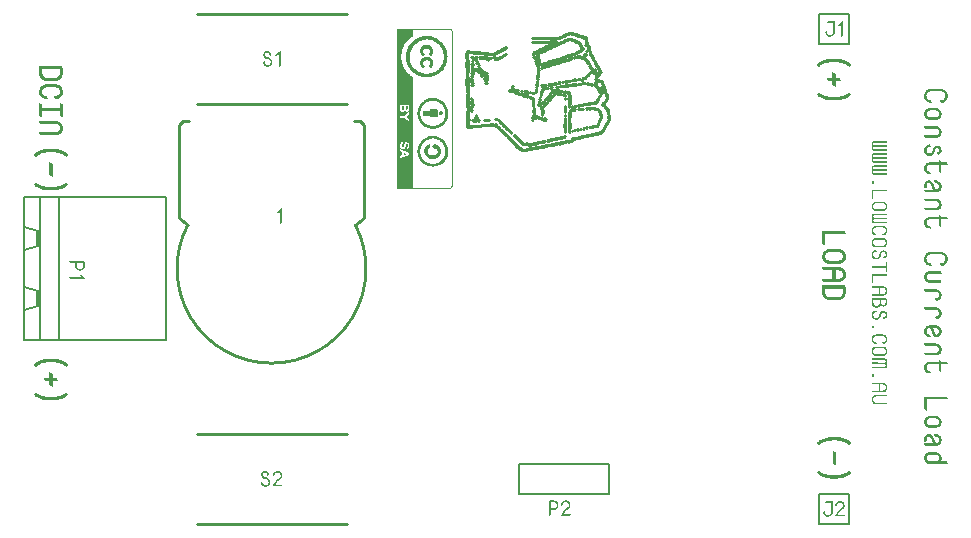
<source format=gto>
G04 Layer_Color=15132400*
%FSAX43Y43*%
%MOMM*%
G71*
G01*
G75*
%ADD34C,0.127*%
%ADD35C,0.254*%
%ADD36C,0.200*%
G36*
X0098094Y0038677D02*
X0097138D01*
X0097124Y0038675D01*
X0097105Y0038673D01*
X0097079Y0038668D01*
X0097051Y0038658D01*
X0097020Y0038644D01*
X0096990Y0038628D01*
X0096961Y0038602D01*
X0096959Y0038597D01*
X0096950Y0038588D01*
X0096938Y0038572D01*
X0096924Y0038550D01*
X0096910Y0038522D01*
X0096898Y0038492D01*
X0096889Y0038456D01*
X0096886Y0038419D01*
Y0038416D01*
Y0038414D01*
X0096889Y0038400D01*
X0096891Y0038381D01*
X0096896Y0038355D01*
X0096905Y0038327D01*
X0096919Y0038297D01*
X0096936Y0038266D01*
X0096961Y0038238D01*
X0096964Y0038236D01*
X0096976Y0038226D01*
X0096990Y0038214D01*
X0097011Y0038198D01*
X0097037Y0038184D01*
X0097067Y0038172D01*
X0097102Y0038163D01*
X0097140Y0038160D01*
X0098030D01*
X0098094Y0038017D01*
X0097128D01*
X0097117Y0038019D01*
X0097102Y0038022D01*
X0097086Y0038024D01*
X0097048Y0038031D01*
X0097004Y0038045D01*
X0096957Y0038066D01*
X0096933Y0038080D01*
X0096910Y0038097D01*
X0096886Y0038116D01*
X0096865Y0038137D01*
X0096863Y0038139D01*
X0096860Y0038142D01*
X0096856Y0038149D01*
X0096846Y0038158D01*
X0096839Y0038170D01*
X0096830Y0038184D01*
X0096809Y0038217D01*
X0096788Y0038257D01*
X0096769Y0038306D01*
X0096755Y0038360D01*
X0096752Y0038391D01*
X0096750Y0038421D01*
Y0038424D01*
Y0038428D01*
Y0038438D01*
X0096752Y0038449D01*
X0096755Y0038463D01*
X0096757Y0038480D01*
X0096764Y0038517D01*
X0096778Y0038562D01*
X0096799Y0038609D01*
X0096811Y0038633D01*
X0096828Y0038656D01*
X0096844Y0038680D01*
X0096865Y0038703D01*
X0096867Y0038705D01*
X0096870Y0038708D01*
X0096877Y0038715D01*
X0096886Y0038722D01*
X0096910Y0038741D01*
X0096943Y0038762D01*
X0096985Y0038783D01*
X0097032Y0038802D01*
X0097086Y0038816D01*
X0097114Y0038818D01*
X0097145Y0038821D01*
X0098030D01*
X0098094Y0038677D01*
D02*
G37*
G36*
X0070890Y0029887D02*
X0070904D01*
X0070920Y0029882D01*
X0070960Y0029875D01*
X0071005Y0029861D01*
X0071052Y0029840D01*
X0071076Y0029825D01*
X0071099Y0029811D01*
X0071123Y0029793D01*
X0071144Y0029771D01*
X0071146Y0029769D01*
X0071148Y0029767D01*
X0071155Y0029760D01*
X0071162Y0029750D01*
X0071172Y0029739D01*
X0071181Y0029727D01*
X0071202Y0029692D01*
X0071224Y0029649D01*
X0071242Y0029598D01*
X0071256Y0029539D01*
X0071259Y0029506D01*
X0071261Y0029473D01*
Y0029471D01*
Y0029466D01*
Y0029457D01*
X0071259Y0029447D01*
X0071256Y0029433D01*
X0071254Y0029417D01*
X0071245Y0029381D01*
X0071228Y0029339D01*
X0071205Y0029294D01*
X0071191Y0029273D01*
X0071174Y0029250D01*
X0071153Y0029231D01*
X0071130Y0029210D01*
X0071127Y0029208D01*
X0071120Y0029203D01*
X0071108Y0029193D01*
X0071092Y0029182D01*
X0071073Y0029168D01*
X0071054Y0029151D01*
X0071010Y0029116D01*
X0070965Y0029081D01*
X0070944Y0029064D01*
X0070925Y0029050D01*
X0070909Y0029036D01*
X0070895Y0029027D01*
X0070888Y0029020D01*
X0070883Y0029015D01*
X0070881Y0029013D01*
X0070876Y0029008D01*
X0070869Y0029001D01*
X0070859Y0028989D01*
X0070848Y0028977D01*
X0070834Y0028961D01*
X0070803Y0028923D01*
X0070770Y0028879D01*
X0070735Y0028829D01*
X0070704Y0028775D01*
X0070678Y0028721D01*
X0070669Y0028707D01*
X0071278D01*
X0071214Y0028564D01*
X0070453D01*
X0070521Y0028738D01*
X0070523Y0028740D01*
X0070528Y0028752D01*
X0070535Y0028766D01*
X0070547Y0028787D01*
X0070559Y0028813D01*
X0070575Y0028841D01*
X0070596Y0028874D01*
X0070617Y0028907D01*
X0070643Y0028944D01*
X0070669Y0028982D01*
X0070700Y0029022D01*
X0070733Y0029060D01*
X0070768Y0029097D01*
X0070808Y0029135D01*
X0070848Y0029170D01*
X0070890Y0029203D01*
X0070892D01*
X0070895Y0029208D01*
X0070909Y0029217D01*
X0070928Y0029231D01*
X0070953Y0029250D01*
X0070979Y0029269D01*
X0071005Y0029287D01*
X0071026Y0029304D01*
X0071045Y0029318D01*
X0071047Y0029320D01*
X0071057Y0029327D01*
X0071068Y0029339D01*
X0071083Y0029358D01*
X0071097Y0029381D01*
X0071108Y0029407D01*
X0071118Y0029443D01*
X0071120Y0029480D01*
Y0029482D01*
Y0029485D01*
Y0029494D01*
Y0029497D01*
Y0029499D01*
X0071118Y0029513D01*
X0071115Y0029532D01*
X0071108Y0029558D01*
X0071099Y0029586D01*
X0071085Y0029616D01*
X0071066Y0029647D01*
X0071043Y0029675D01*
X0071040Y0029677D01*
X0071029Y0029687D01*
X0071014Y0029699D01*
X0070993Y0029715D01*
X0070967Y0029729D01*
X0070935Y0029741D01*
X0070902Y0029750D01*
X0070862Y0029753D01*
X0070843D01*
X0070824Y0029748D01*
X0070798Y0029743D01*
X0070770Y0029734D01*
X0070740Y0029720D01*
X0070709Y0029701D01*
X0070678Y0029675D01*
X0070676Y0029673D01*
X0070667Y0029661D01*
X0070655Y0029647D01*
X0070641Y0029626D01*
X0070627Y0029600D01*
X0070615Y0029569D01*
X0070606Y0029536D01*
X0070603Y0029499D01*
Y0029497D01*
Y0029494D01*
Y0029487D01*
X0070460Y0029424D01*
Y0029492D01*
Y0029494D01*
Y0029499D01*
Y0029508D01*
X0070462Y0029518D01*
X0070465Y0029532D01*
X0070467Y0029548D01*
X0070474Y0029586D01*
X0070488Y0029630D01*
X0070509Y0029677D01*
X0070523Y0029701D01*
X0070540Y0029724D01*
X0070556Y0029748D01*
X0070577Y0029771D01*
X0070580Y0029774D01*
X0070582Y0029776D01*
X0070589Y0029783D01*
X0070599Y0029790D01*
X0070622Y0029809D01*
X0070657Y0029830D01*
X0070697Y0029851D01*
X0070747Y0029870D01*
X0070801Y0029884D01*
X0070831Y0029887D01*
X0070862Y0029889D01*
X0070878D01*
X0070890Y0029887D01*
D02*
G37*
G36*
X0069875Y0029870D02*
X0069889Y0029868D01*
X0069906Y0029865D01*
X0069943Y0029858D01*
X0069988Y0029844D01*
X0070035Y0029823D01*
X0070058Y0029809D01*
X0070082Y0029793D01*
X0070105Y0029774D01*
X0070126Y0029753D01*
X0070129Y0029750D01*
X0070131Y0029748D01*
X0070138Y0029741D01*
X0070145Y0029732D01*
X0070164Y0029708D01*
X0070185Y0029673D01*
X0070206Y0029633D01*
X0070225Y0029583D01*
X0070239Y0029529D01*
X0070241Y0029501D01*
X0070244Y0029471D01*
Y0029468D01*
Y0029464D01*
Y0029454D01*
X0070241Y0029443D01*
Y0029428D01*
X0070237Y0029412D01*
X0070230Y0029372D01*
X0070216Y0029327D01*
X0070194Y0029280D01*
X0070180Y0029255D01*
X0070166Y0029231D01*
X0070147Y0029208D01*
X0070126Y0029186D01*
X0070124Y0029184D01*
X0070122Y0029182D01*
X0070115Y0029175D01*
X0070105Y0029168D01*
X0070082Y0029149D01*
X0070049Y0029128D01*
X0070007Y0029107D01*
X0069960Y0029088D01*
X0069906Y0029074D01*
X0069877Y0029071D01*
X0069847Y0029069D01*
X0069588D01*
Y0028606D01*
X0069445Y0028545D01*
Y0029825D01*
X0069588Y0029872D01*
X0069863D01*
X0069875Y0029870D01*
D02*
G37*
G36*
X0097868Y0041896D02*
X0097887Y0041894D01*
X0097911Y0041889D01*
X0097937Y0041882D01*
X0097965Y0041868D01*
X0097993Y0041851D01*
X0098021Y0041828D01*
X0098023Y0041826D01*
X0098033Y0041816D01*
X0098045Y0041800D01*
X0098059Y0041781D01*
X0098070Y0041755D01*
X0098082Y0041727D01*
X0098092Y0041692D01*
X0098094Y0041656D01*
Y0041654D01*
Y0041652D01*
Y0041640D01*
X0098089Y0041621D01*
X0098085Y0041595D01*
X0098077Y0041569D01*
X0098063Y0041541D01*
X0098047Y0041511D01*
X0098023Y0041485D01*
X0098026Y0041483D01*
X0098035Y0041473D01*
X0098047Y0041457D01*
X0098059Y0041438D01*
X0098073Y0041412D01*
X0098082Y0041384D01*
X0098092Y0041349D01*
X0098094Y0041313D01*
Y0041311D01*
Y0041309D01*
Y0041295D01*
X0098089Y0041276D01*
X0098085Y0041252D01*
X0098077Y0041224D01*
X0098063Y0041196D01*
X0098047Y0041168D01*
X0098023Y0041142D01*
X0098021Y0041140D01*
X0098012Y0041130D01*
X0097995Y0041121D01*
X0097976Y0041107D01*
X0097951Y0041095D01*
X0097920Y0041083D01*
X0097887Y0041076D01*
X0097850Y0041071D01*
X0096811D01*
X0096750Y0041215D01*
X0097854D01*
X0097864Y0041217D01*
X0097873Y0041219D01*
X0097899Y0041226D01*
X0097911Y0041236D01*
X0097922Y0041245D01*
X0097925Y0041248D01*
X0097927Y0041250D01*
X0097939Y0041264D01*
X0097951Y0041285D01*
X0097953Y0041299D01*
X0097955Y0041313D01*
Y0041316D01*
Y0041320D01*
X0097953Y0041327D01*
X0097951Y0041337D01*
X0097941Y0041360D01*
X0097934Y0041372D01*
X0097922Y0041384D01*
X0097920D01*
X0097918Y0041389D01*
X0097911Y0041393D01*
X0097901Y0041398D01*
X0097878Y0041407D01*
X0097864Y0041410D01*
X0097847Y0041412D01*
X0096811Y0041414D01*
X0096750Y0041558D01*
X0097847Y0041555D01*
X0097854D01*
X0097864Y0041558D01*
X0097873Y0041560D01*
X0097899Y0041567D01*
X0097911Y0041577D01*
X0097922Y0041586D01*
X0097925Y0041588D01*
X0097927Y0041591D01*
X0097939Y0041605D01*
X0097951Y0041626D01*
X0097953Y0041640D01*
X0097955Y0041654D01*
Y0041656D01*
Y0041661D01*
X0097953Y0041668D01*
X0097951Y0041680D01*
X0097941Y0041703D01*
X0097934Y0041715D01*
X0097922Y0041727D01*
X0097920D01*
X0097918Y0041732D01*
X0097911Y0041736D01*
X0097901Y0041741D01*
X0097878Y0041750D01*
X0097864Y0041753D01*
X0097847Y0041755D01*
X0096811D01*
X0096750Y0041898D01*
X0097857D01*
X0097868Y0041896D01*
D02*
G37*
G36*
X0096882Y0040578D02*
X0096893Y0040576D01*
X0096922Y0040566D01*
X0096936Y0040559D01*
X0096950Y0040547D01*
X0096952Y0040545D01*
X0096954Y0040540D01*
X0096961Y0040533D01*
X0096968Y0040524D01*
X0096980Y0040500D01*
X0096983Y0040484D01*
X0096985Y0040468D01*
Y0040465D01*
Y0040458D01*
X0096983Y0040451D01*
X0096980Y0040439D01*
X0096976Y0040425D01*
X0096971Y0040411D01*
X0096961Y0040397D01*
X0096950Y0040385D01*
X0096947Y0040383D01*
X0096943Y0040381D01*
X0096936Y0040374D01*
X0096926Y0040367D01*
X0096900Y0040355D01*
X0096884Y0040352D01*
X0096865Y0040350D01*
X0096858D01*
X0096849Y0040352D01*
X0096837Y0040355D01*
X0096825Y0040359D01*
X0096811Y0040364D01*
X0096797Y0040374D01*
X0096783Y0040385D01*
X0096781Y0040388D01*
X0096778Y0040390D01*
X0096773Y0040399D01*
X0096766Y0040409D01*
X0096755Y0040435D01*
X0096752Y0040449D01*
X0096750Y0040468D01*
Y0040470D01*
Y0040475D01*
X0096752Y0040484D01*
X0096755Y0040496D01*
X0096764Y0040522D01*
X0096771Y0040533D01*
X0096783Y0040547D01*
X0096785Y0040550D01*
X0096790Y0040552D01*
X0096797Y0040557D01*
X0096806Y0040564D01*
X0096832Y0040576D01*
X0096849Y0040578D01*
X0096865Y0040580D01*
X0096875D01*
X0096882Y0040578D01*
D02*
G37*
G36*
X0097725Y0039840D02*
X0097739Y0039838D01*
X0097756Y0039836D01*
X0097793Y0039829D01*
X0097838Y0039814D01*
X0097885Y0039793D01*
X0097908Y0039779D01*
X0097932Y0039763D01*
X0097955Y0039746D01*
X0097976Y0039725D01*
X0097979Y0039723D01*
X0097981Y0039720D01*
X0097988Y0039713D01*
X0097995Y0039704D01*
X0098014Y0039678D01*
X0098035Y0039645D01*
X0098056Y0039605D01*
X0098075Y0039556D01*
X0098089Y0039502D01*
X0098092Y0039474D01*
X0098094Y0039443D01*
Y0039441D01*
Y0039436D01*
Y0039427D01*
X0098092Y0039415D01*
Y0039401D01*
X0098087Y0039384D01*
X0098080Y0039345D01*
X0098066Y0039300D01*
X0098045Y0039253D01*
X0098030Y0039229D01*
X0098016Y0039206D01*
X0097998Y0039182D01*
X0097976Y0039159D01*
X0097974Y0039157D01*
X0097972Y0039154D01*
X0097965Y0039147D01*
X0097955Y0039140D01*
X0097932Y0039121D01*
X0097899Y0039098D01*
X0097857Y0039077D01*
X0097810Y0039058D01*
X0097756Y0039044D01*
X0097727Y0039041D01*
X0097697Y0039039D01*
X0096811D01*
X0096750Y0039182D01*
X0097349D01*
Y0039699D01*
X0096811D01*
X0096750Y0039843D01*
X0097713D01*
X0097725Y0039840D01*
D02*
G37*
G36*
X0046481Y0032380D02*
X0046496D01*
X0046512Y0032376D01*
X0046552Y0032369D01*
X0046597Y0032355D01*
X0046644Y0032333D01*
X0046667Y0032319D01*
X0046691Y0032305D01*
X0046714Y0032286D01*
X0046735Y0032265D01*
X0046738Y0032263D01*
X0046740Y0032261D01*
X0046747Y0032253D01*
X0046754Y0032244D01*
X0046763Y0032232D01*
X0046773Y0032221D01*
X0046794Y0032185D01*
X0046815Y0032143D01*
X0046834Y0032091D01*
X0046848Y0032033D01*
X0046850Y0032000D01*
X0046853Y0031967D01*
Y0031965D01*
Y0031960D01*
Y0031950D01*
X0046850Y0031941D01*
X0046848Y0031927D01*
X0046846Y0031910D01*
X0046836Y0031875D01*
X0046820Y0031833D01*
X0046796Y0031788D01*
X0046782Y0031767D01*
X0046766Y0031744D01*
X0046745Y0031725D01*
X0046721Y0031704D01*
X0046719Y0031701D01*
X0046712Y0031697D01*
X0046700Y0031687D01*
X0046684Y0031676D01*
X0046665Y0031661D01*
X0046646Y0031645D01*
X0046601Y0031610D01*
X0046557Y0031574D01*
X0046536Y0031558D01*
X0046517Y0031544D01*
X0046500Y0031530D01*
X0046486Y0031520D01*
X0046479Y0031513D01*
X0046474Y0031509D01*
X0046472Y0031506D01*
X0046467Y0031502D01*
X0046460Y0031495D01*
X0046451Y0031483D01*
X0046439Y0031471D01*
X0046425Y0031455D01*
X0046395Y0031417D01*
X0046362Y0031372D01*
X0046326Y0031323D01*
X0046296Y0031269D01*
X0046270Y0031215D01*
X0046261Y0031201D01*
X0046869D01*
X0046806Y0031058D01*
X0046044D01*
X0046113Y0031231D01*
X0046115Y0031234D01*
X0046120Y0031246D01*
X0046127Y0031260D01*
X0046138Y0031281D01*
X0046150Y0031307D01*
X0046167Y0031335D01*
X0046188Y0031368D01*
X0046209Y0031401D01*
X0046235Y0031438D01*
X0046261Y0031476D01*
X0046291Y0031516D01*
X0046324Y0031553D01*
X0046359Y0031591D01*
X0046399Y0031629D01*
X0046439Y0031664D01*
X0046481Y0031697D01*
X0046484D01*
X0046486Y0031701D01*
X0046500Y0031711D01*
X0046519Y0031725D01*
X0046545Y0031744D01*
X0046571Y0031762D01*
X0046597Y0031781D01*
X0046618Y0031798D01*
X0046637Y0031812D01*
X0046639Y0031814D01*
X0046648Y0031821D01*
X0046660Y0031833D01*
X0046674Y0031852D01*
X0046688Y0031875D01*
X0046700Y0031901D01*
X0046709Y0031936D01*
X0046712Y0031974D01*
Y0031976D01*
Y0031979D01*
Y0031988D01*
Y0031990D01*
Y0031993D01*
X0046709Y0032007D01*
X0046707Y0032026D01*
X0046700Y0032051D01*
X0046691Y0032080D01*
X0046676Y0032110D01*
X0046658Y0032141D01*
X0046634Y0032169D01*
X0046632Y0032171D01*
X0046620Y0032181D01*
X0046606Y0032192D01*
X0046585Y0032209D01*
X0046559Y0032223D01*
X0046526Y0032235D01*
X0046493Y0032244D01*
X0046453Y0032246D01*
X0046435D01*
X0046416Y0032242D01*
X0046390Y0032237D01*
X0046362Y0032228D01*
X0046331Y0032214D01*
X0046301Y0032195D01*
X0046270Y0032169D01*
X0046268Y0032167D01*
X0046258Y0032155D01*
X0046247Y0032141D01*
X0046232Y0032120D01*
X0046218Y0032094D01*
X0046207Y0032063D01*
X0046197Y0032030D01*
X0046195Y0031993D01*
Y0031990D01*
Y0031988D01*
Y0031981D01*
X0046052Y0031918D01*
Y0031986D01*
Y0031988D01*
Y0031993D01*
Y0032002D01*
X0046054Y0032011D01*
X0046056Y0032026D01*
X0046059Y0032042D01*
X0046066Y0032080D01*
X0046080Y0032124D01*
X0046101Y0032171D01*
X0046115Y0032195D01*
X0046131Y0032218D01*
X0046148Y0032242D01*
X0046169Y0032265D01*
X0046171Y0032268D01*
X0046174Y0032270D01*
X0046181Y0032277D01*
X0046190Y0032284D01*
X0046214Y0032303D01*
X0046249Y0032324D01*
X0046289Y0032345D01*
X0046338Y0032364D01*
X0046392Y0032378D01*
X0046423Y0032380D01*
X0046453Y0032383D01*
X0046470D01*
X0046481Y0032380D01*
D02*
G37*
G36*
X0045609Y0067940D02*
X0045635Y0067938D01*
X0045668Y0067931D01*
X0045705Y0067919D01*
X0045745Y0067900D01*
X0045785Y0067877D01*
X0045823Y0067844D01*
X0045825D01*
X0045828Y0067839D01*
X0045839Y0067825D01*
X0045856Y0067804D01*
X0045875Y0067776D01*
X0045891Y0067741D01*
X0045907Y0067701D01*
X0045919Y0067656D01*
X0045924Y0067633D01*
Y0067607D01*
Y0067597D01*
X0045781Y0067534D01*
Y0067604D01*
Y0067609D01*
Y0067618D01*
X0045776Y0067633D01*
X0045774Y0067651D01*
X0045764Y0067675D01*
X0045755Y0067696D01*
X0045741Y0067720D01*
X0045722Y0067741D01*
X0045719Y0067743D01*
X0045712Y0067750D01*
X0045701Y0067759D01*
X0045684Y0067771D01*
X0045663Y0067781D01*
X0045640Y0067790D01*
X0045614Y0067797D01*
X0045586Y0067799D01*
X0045571D01*
X0045557Y0067797D01*
X0045539Y0067792D01*
X0045517Y0067785D01*
X0045496Y0067776D01*
X0045473Y0067762D01*
X0045452Y0067743D01*
X0045449Y0067741D01*
X0045442Y0067734D01*
X0045433Y0067720D01*
X0045423Y0067703D01*
X0045414Y0067684D01*
X0045405Y0067661D01*
X0045398Y0067635D01*
X0045395Y0067607D01*
Y0067604D01*
Y0067593D01*
X0045398Y0067579D01*
X0045402Y0067560D01*
X0045409Y0067539D01*
X0045419Y0067515D01*
X0045433Y0067492D01*
X0045452Y0067470D01*
X0045454Y0067468D01*
X0045461Y0067461D01*
X0045473Y0067452D01*
X0045492Y0067442D01*
X0045513Y0067431D01*
X0045541Y0067421D01*
X0045574Y0067412D01*
X0045611Y0067405D01*
X0045618D01*
X0045628Y0067402D01*
X0045640Y0067400D01*
X0045654Y0067398D01*
X0045673Y0067393D01*
X0045710Y0067381D01*
X0045755Y0067365D01*
X0045802Y0067344D01*
X0045849Y0067315D01*
X0045893Y0067278D01*
X0045896Y0067275D01*
X0045898Y0067273D01*
X0045905Y0067266D01*
X0045912Y0067257D01*
X0045931Y0067233D01*
X0045954Y0067200D01*
X0045976Y0067160D01*
X0045994Y0067113D01*
X0046008Y0067059D01*
X0046011Y0067031D01*
X0046013Y0067001D01*
Y0066996D01*
Y0066994D01*
Y0066989D01*
Y0066979D01*
X0046011Y0066968D01*
Y0066954D01*
X0046006Y0066937D01*
X0045999Y0066897D01*
X0045985Y0066855D01*
X0045964Y0066806D01*
X0045950Y0066782D01*
X0045936Y0066759D01*
X0045917Y0066735D01*
X0045896Y0066714D01*
X0045893Y0066712D01*
X0045891Y0066709D01*
X0045884Y0066705D01*
X0045875Y0066695D01*
X0045851Y0066679D01*
X0045818Y0066658D01*
X0045776Y0066636D01*
X0045727Y0066618D01*
X0045673Y0066604D01*
X0045642Y0066601D01*
X0045611Y0066599D01*
X0045595D01*
X0045583Y0066601D01*
X0045569Y0066604D01*
X0045553Y0066606D01*
X0045513Y0066613D01*
X0045468Y0066627D01*
X0045421Y0066648D01*
X0045395Y0066660D01*
X0045372Y0066676D01*
X0045348Y0066693D01*
X0045327Y0066714D01*
X0045325Y0066716D01*
X0045322Y0066719D01*
X0045318Y0066726D01*
X0045308Y0066735D01*
X0045292Y0066759D01*
X0045271Y0066794D01*
X0045250Y0066834D01*
X0045231Y0066881D01*
X0045217Y0066935D01*
X0045214Y0066963D01*
X0045212Y0066994D01*
Y0067005D01*
X0045355Y0067066D01*
Y0066991D01*
Y0066986D01*
X0045358Y0066972D01*
X0045360Y0066954D01*
X0045365Y0066928D01*
X0045374Y0066900D01*
X0045388Y0066869D01*
X0045405Y0066838D01*
X0045431Y0066810D01*
X0045433Y0066808D01*
X0045445Y0066799D01*
X0045461Y0066787D01*
X0045482Y0066773D01*
X0045508Y0066759D01*
X0045539Y0066747D01*
X0045574Y0066737D01*
X0045611Y0066735D01*
X0045616D01*
X0045630Y0066737D01*
X0045649Y0066740D01*
X0045675Y0066744D01*
X0045703Y0066754D01*
X0045734Y0066768D01*
X0045764Y0066784D01*
X0045795Y0066810D01*
X0045797Y0066813D01*
X0045806Y0066824D01*
X0045818Y0066841D01*
X0045835Y0066862D01*
X0045849Y0066888D01*
X0045860Y0066918D01*
X0045870Y0066954D01*
X0045872Y0066991D01*
Y0066994D01*
Y0066996D01*
Y0067010D01*
X0045868Y0067031D01*
X0045863Y0067057D01*
X0045853Y0067085D01*
X0045842Y0067116D01*
X0045823Y0067144D01*
X0045797Y0067172D01*
X0045792Y0067174D01*
X0045783Y0067184D01*
X0045766Y0067198D01*
X0045743Y0067212D01*
X0045717Y0067228D01*
X0045687Y0067243D01*
X0045651Y0067254D01*
X0045616Y0067259D01*
X0045609D01*
X0045600Y0067261D01*
X0045588D01*
X0045574Y0067264D01*
X0045557Y0067268D01*
X0045520Y0067278D01*
X0045477Y0067290D01*
X0045433Y0067311D01*
X0045391Y0067334D01*
X0045351Y0067367D01*
X0045346Y0067372D01*
X0045334Y0067386D01*
X0045320Y0067405D01*
X0045301Y0067435D01*
X0045282Y0067468D01*
X0045268Y0067510D01*
X0045257Y0067555D01*
X0045252Y0067607D01*
Y0067609D01*
Y0067614D01*
Y0067621D01*
X0045254Y0067630D01*
X0045257Y0067656D01*
X0045264Y0067689D01*
X0045275Y0067727D01*
X0045292Y0067767D01*
X0045315Y0067806D01*
X0045348Y0067844D01*
X0045353Y0067849D01*
X0045367Y0067860D01*
X0045386Y0067875D01*
X0045414Y0067893D01*
X0045449Y0067912D01*
X0045489Y0067926D01*
X0045536Y0067938D01*
X0045586Y0067943D01*
X0045600D01*
X0045609Y0067940D01*
D02*
G37*
G36*
X0046713Y0066660D02*
X0046570Y0066599D01*
Y0067687D01*
X0046359Y0067487D01*
X0046276Y0067600D01*
X0046568Y0067879D01*
X0046713Y0067943D01*
Y0066660D01*
D02*
G37*
G36*
X0030132Y0049992D02*
Y0049733D01*
Y0049731D01*
Y0049726D01*
Y0049717D01*
X0030130Y0049705D01*
X0030128Y0049691D01*
X0030125Y0049674D01*
X0030118Y0049637D01*
X0030104Y0049592D01*
X0030083Y0049545D01*
X0030069Y0049522D01*
X0030053Y0049498D01*
X0030034Y0049475D01*
X0030013Y0049454D01*
X0030010Y0049451D01*
X0030008Y0049449D01*
X0030001Y0049442D01*
X0029992Y0049435D01*
X0029968Y0049416D01*
X0029933Y0049395D01*
X0029893Y0049374D01*
X0029843Y0049355D01*
X0029789Y0049341D01*
X0029761Y0049339D01*
X0029731Y0049336D01*
X0029714D01*
X0029703Y0049339D01*
X0029688D01*
X0029672Y0049343D01*
X0029632Y0049350D01*
X0029587Y0049364D01*
X0029540Y0049386D01*
X0029515Y0049400D01*
X0029491Y0049414D01*
X0029468Y0049432D01*
X0029446Y0049454D01*
X0029444Y0049456D01*
X0029442Y0049458D01*
X0029435Y0049465D01*
X0029428Y0049475D01*
X0029409Y0049498D01*
X0029388Y0049531D01*
X0029367Y0049573D01*
X0029348Y0049620D01*
X0029334Y0049674D01*
X0029331Y0049703D01*
X0029329Y0049733D01*
Y0049992D01*
X0028866D01*
X0028805Y0050135D01*
X0030085D01*
X0030132Y0049992D01*
D02*
G37*
G36*
X0030085Y0048782D02*
X0030149Y0048636D01*
X0028866D01*
X0028805Y0048779D01*
X0029893D01*
X0029693Y0048991D01*
X0029806Y0049073D01*
X0030085Y0048782D01*
D02*
G37*
G36*
X0045431Y0032380D02*
X0045457Y0032378D01*
X0045490Y0032371D01*
X0045528Y0032359D01*
X0045568Y0032340D01*
X0045607Y0032317D01*
X0045645Y0032284D01*
X0045647D01*
X0045650Y0032279D01*
X0045662Y0032265D01*
X0045678Y0032244D01*
X0045697Y0032216D01*
X0045713Y0032181D01*
X0045730Y0032141D01*
X0045741Y0032096D01*
X0045746Y0032073D01*
Y0032047D01*
Y0032037D01*
X0045603Y0031974D01*
Y0032044D01*
Y0032049D01*
Y0032058D01*
X0045598Y0032073D01*
X0045596Y0032091D01*
X0045586Y0032115D01*
X0045577Y0032136D01*
X0045563Y0032160D01*
X0045544Y0032181D01*
X0045542Y0032183D01*
X0045535Y0032190D01*
X0045523Y0032199D01*
X0045506Y0032211D01*
X0045485Y0032221D01*
X0045462Y0032230D01*
X0045436Y0032237D01*
X0045408Y0032239D01*
X0045394D01*
X0045380Y0032237D01*
X0045361Y0032232D01*
X0045340Y0032225D01*
X0045318Y0032216D01*
X0045295Y0032202D01*
X0045274Y0032183D01*
X0045271Y0032181D01*
X0045264Y0032174D01*
X0045255Y0032160D01*
X0045246Y0032143D01*
X0045236Y0032124D01*
X0045227Y0032101D01*
X0045220Y0032075D01*
X0045217Y0032047D01*
Y0032044D01*
Y0032033D01*
X0045220Y0032019D01*
X0045225Y0032000D01*
X0045232Y0031979D01*
X0045241Y0031955D01*
X0045255Y0031932D01*
X0045274Y0031910D01*
X0045276Y0031908D01*
X0045283Y0031901D01*
X0045295Y0031892D01*
X0045314Y0031882D01*
X0045335Y0031871D01*
X0045363Y0031861D01*
X0045396Y0031852D01*
X0045434Y0031845D01*
X0045441D01*
X0045450Y0031842D01*
X0045462Y0031840D01*
X0045476Y0031838D01*
X0045495Y0031833D01*
X0045532Y0031821D01*
X0045577Y0031805D01*
X0045624Y0031784D01*
X0045671Y0031755D01*
X0045716Y0031718D01*
X0045718Y0031715D01*
X0045720Y0031713D01*
X0045727Y0031706D01*
X0045734Y0031697D01*
X0045753Y0031673D01*
X0045777Y0031640D01*
X0045798Y0031600D01*
X0045817Y0031553D01*
X0045831Y0031499D01*
X0045833Y0031471D01*
X0045835Y0031441D01*
Y0031436D01*
Y0031434D01*
Y0031429D01*
Y0031419D01*
X0045833Y0031408D01*
Y0031394D01*
X0045828Y0031377D01*
X0045821Y0031337D01*
X0045807Y0031295D01*
X0045786Y0031246D01*
X0045772Y0031222D01*
X0045758Y0031199D01*
X0045739Y0031175D01*
X0045718Y0031154D01*
X0045716Y0031152D01*
X0045713Y0031149D01*
X0045706Y0031145D01*
X0045697Y0031135D01*
X0045673Y0031119D01*
X0045640Y0031098D01*
X0045598Y0031076D01*
X0045549Y0031058D01*
X0045495Y0031044D01*
X0045464Y0031041D01*
X0045434Y0031039D01*
X0045417D01*
X0045405Y0031041D01*
X0045391Y0031044D01*
X0045375Y0031046D01*
X0045335Y0031053D01*
X0045290Y0031067D01*
X0045243Y0031088D01*
X0045217Y0031100D01*
X0045194Y0031116D01*
X0045170Y0031133D01*
X0045149Y0031154D01*
X0045147Y0031156D01*
X0045145Y0031159D01*
X0045140Y0031166D01*
X0045131Y0031175D01*
X0045114Y0031199D01*
X0045093Y0031234D01*
X0045072Y0031274D01*
X0045053Y0031321D01*
X0045039Y0031375D01*
X0045037Y0031403D01*
X0045034Y0031434D01*
Y0031445D01*
X0045178Y0031506D01*
Y0031431D01*
Y0031426D01*
X0045180Y0031412D01*
X0045182Y0031394D01*
X0045187Y0031368D01*
X0045196Y0031340D01*
X0045210Y0031309D01*
X0045227Y0031278D01*
X0045253Y0031250D01*
X0045255Y0031248D01*
X0045267Y0031239D01*
X0045283Y0031227D01*
X0045304Y0031213D01*
X0045330Y0031199D01*
X0045361Y0031187D01*
X0045396Y0031177D01*
X0045434Y0031175D01*
X0045438D01*
X0045452Y0031177D01*
X0045471Y0031180D01*
X0045497Y0031184D01*
X0045525Y0031194D01*
X0045556Y0031208D01*
X0045586Y0031224D01*
X0045617Y0031250D01*
X0045619Y0031253D01*
X0045629Y0031264D01*
X0045640Y0031281D01*
X0045657Y0031302D01*
X0045671Y0031328D01*
X0045683Y0031358D01*
X0045692Y0031394D01*
X0045694Y0031431D01*
Y0031434D01*
Y0031436D01*
Y0031450D01*
X0045690Y0031471D01*
X0045685Y0031497D01*
X0045676Y0031525D01*
X0045664Y0031556D01*
X0045645Y0031584D01*
X0045619Y0031612D01*
X0045615Y0031614D01*
X0045605Y0031624D01*
X0045589Y0031638D01*
X0045565Y0031652D01*
X0045539Y0031668D01*
X0045509Y0031683D01*
X0045474Y0031694D01*
X0045438Y0031699D01*
X0045431D01*
X0045422Y0031701D01*
X0045410D01*
X0045396Y0031704D01*
X0045380Y0031708D01*
X0045342Y0031718D01*
X0045300Y0031730D01*
X0045255Y0031751D01*
X0045213Y0031774D01*
X0045173Y0031807D01*
X0045168Y0031812D01*
X0045156Y0031826D01*
X0045142Y0031845D01*
X0045123Y0031875D01*
X0045105Y0031908D01*
X0045091Y0031950D01*
X0045079Y0031995D01*
X0045074Y0032047D01*
Y0032049D01*
Y0032054D01*
Y0032061D01*
X0045076Y0032070D01*
X0045079Y0032096D01*
X0045086Y0032129D01*
X0045098Y0032167D01*
X0045114Y0032207D01*
X0045138Y0032246D01*
X0045170Y0032284D01*
X0045175Y0032289D01*
X0045189Y0032300D01*
X0045208Y0032315D01*
X0045236Y0032333D01*
X0045271Y0032352D01*
X0045311Y0032366D01*
X0045358Y0032378D01*
X0045408Y0032383D01*
X0045422D01*
X0045431Y0032380D01*
D02*
G37*
G36*
X0097218Y0050942D02*
X0097138D01*
X0097124Y0050939D01*
X0097105Y0050937D01*
X0097079Y0050932D01*
X0097051Y0050923D01*
X0097020Y0050909D01*
X0096990Y0050892D01*
X0096961Y0050866D01*
X0096959Y0050864D01*
X0096950Y0050852D01*
X0096938Y0050836D01*
X0096924Y0050815D01*
X0096910Y0050789D01*
X0096898Y0050758D01*
X0096889Y0050723D01*
X0096886Y0050686D01*
Y0050683D01*
Y0050681D01*
X0096889Y0050667D01*
X0096891Y0050648D01*
X0096896Y0050622D01*
X0096905Y0050594D01*
X0096919Y0050563D01*
X0096936Y0050533D01*
X0096961Y0050502D01*
X0096964Y0050500D01*
X0096976Y0050491D01*
X0096992Y0050479D01*
X0097013Y0050462D01*
X0097039Y0050448D01*
X0097070Y0050437D01*
X0097105Y0050427D01*
X0097142Y0050425D01*
X0097161D01*
X0097182Y0050429D01*
X0097208Y0050434D01*
X0097236Y0050444D01*
X0097267Y0050455D01*
X0097295Y0050474D01*
X0097323Y0050500D01*
X0097326Y0050505D01*
X0097335Y0050514D01*
X0097349Y0050530D01*
X0097363Y0050554D01*
X0097380Y0050580D01*
X0097394Y0050610D01*
X0097406Y0050646D01*
X0097410Y0050681D01*
Y0050683D01*
Y0050688D01*
X0097413Y0050697D01*
Y0050709D01*
X0097415Y0050723D01*
X0097420Y0050740D01*
X0097429Y0050777D01*
X0097441Y0050819D01*
X0097462Y0050864D01*
X0097485Y0050906D01*
X0097518Y0050946D01*
X0097523Y0050951D01*
X0097537Y0050963D01*
X0097556Y0050977D01*
X0097586Y0050996D01*
X0097619Y0051014D01*
X0097662Y0051029D01*
X0097706Y0051040D01*
X0097758Y0051045D01*
X0097772D01*
X0097781Y0051043D01*
X0097807Y0051040D01*
X0097840Y0051033D01*
X0097878Y0051022D01*
X0097918Y0051005D01*
X0097958Y0050982D01*
X0097995Y0050949D01*
X0098000Y0050944D01*
X0098012Y0050930D01*
X0098026Y0050911D01*
X0098045Y0050883D01*
X0098063Y0050848D01*
X0098077Y0050808D01*
X0098089Y0050761D01*
X0098094Y0050711D01*
Y0050709D01*
Y0050704D01*
Y0050697D01*
X0098092Y0050688D01*
X0098089Y0050662D01*
X0098082Y0050629D01*
X0098070Y0050592D01*
X0098052Y0050552D01*
X0098028Y0050512D01*
X0097995Y0050474D01*
Y0050472D01*
X0097991Y0050469D01*
X0097976Y0050458D01*
X0097955Y0050441D01*
X0097927Y0050422D01*
X0097892Y0050406D01*
X0097852Y0050390D01*
X0097807Y0050378D01*
X0097784Y0050373D01*
X0097749D01*
X0097685Y0050516D01*
X0097770D01*
X0097784Y0050521D01*
X0097803Y0050523D01*
X0097826Y0050533D01*
X0097847Y0050542D01*
X0097871Y0050556D01*
X0097892Y0050575D01*
X0097894Y0050577D01*
X0097901Y0050585D01*
X0097911Y0050596D01*
X0097922Y0050613D01*
X0097932Y0050634D01*
X0097941Y0050657D01*
X0097948Y0050683D01*
X0097951Y0050711D01*
Y0050714D01*
Y0050725D01*
X0097948Y0050740D01*
X0097944Y0050758D01*
X0097937Y0050780D01*
X0097927Y0050801D01*
X0097913Y0050824D01*
X0097894Y0050845D01*
X0097892Y0050848D01*
X0097885Y0050855D01*
X0097871Y0050864D01*
X0097854Y0050874D01*
X0097835Y0050883D01*
X0097812Y0050892D01*
X0097786Y0050899D01*
X0097758Y0050902D01*
X0097744D01*
X0097730Y0050899D01*
X0097711Y0050895D01*
X0097690Y0050888D01*
X0097666Y0050878D01*
X0097643Y0050864D01*
X0097622Y0050845D01*
X0097619Y0050843D01*
X0097612Y0050836D01*
X0097603Y0050824D01*
X0097593Y0050805D01*
X0097582Y0050784D01*
X0097572Y0050756D01*
X0097563Y0050723D01*
X0097556Y0050686D01*
Y0050683D01*
Y0050679D01*
X0097554Y0050669D01*
X0097551Y0050657D01*
X0097549Y0050643D01*
X0097544Y0050624D01*
X0097532Y0050587D01*
X0097516Y0050542D01*
X0097495Y0050495D01*
X0097467Y0050448D01*
X0097429Y0050404D01*
X0097427Y0050401D01*
X0097424Y0050399D01*
X0097417Y0050392D01*
X0097408Y0050385D01*
X0097384Y0050366D01*
X0097351Y0050343D01*
X0097312Y0050321D01*
X0097265Y0050303D01*
X0097211Y0050288D01*
X0097182Y0050286D01*
X0097152Y0050284D01*
X0097131D01*
X0097119Y0050286D01*
X0097105D01*
X0097088Y0050291D01*
X0097048Y0050298D01*
X0097006Y0050312D01*
X0096957Y0050333D01*
X0096933Y0050347D01*
X0096910Y0050361D01*
X0096886Y0050380D01*
X0096865Y0050401D01*
X0096863Y0050404D01*
X0096860Y0050406D01*
X0096856Y0050413D01*
X0096846Y0050422D01*
X0096830Y0050446D01*
X0096809Y0050479D01*
X0096788Y0050521D01*
X0096769Y0050570D01*
X0096755Y0050624D01*
X0096752Y0050655D01*
X0096750Y0050686D01*
Y0050688D01*
Y0050693D01*
Y0050702D01*
X0096752Y0050714D01*
X0096755Y0050728D01*
X0096757Y0050744D01*
X0096764Y0050784D01*
X0096778Y0050829D01*
X0096799Y0050876D01*
X0096811Y0050902D01*
X0096828Y0050925D01*
X0096844Y0050949D01*
X0096865Y0050970D01*
X0096867Y0050972D01*
X0096870Y0050975D01*
X0096877Y0050979D01*
X0096886Y0050989D01*
X0096910Y0051005D01*
X0096945Y0051026D01*
X0096985Y0051047D01*
X0097032Y0051066D01*
X0097086Y0051080D01*
X0097114Y0051083D01*
X0097145Y0051085D01*
X0097156D01*
X0097218Y0050942D01*
D02*
G37*
G36*
X0098077Y0050072D02*
Y0049191D01*
X0097934Y0049255D01*
Y0049591D01*
X0096811D01*
X0096750Y0049734D01*
X0097934D01*
Y0050136D01*
X0098077Y0050072D01*
D02*
G37*
G36*
X0098094Y0048883D02*
X0096912D01*
Y0048251D01*
X0096769Y0048315D01*
Y0049027D01*
X0098030D01*
X0098094Y0048883D01*
D02*
G37*
G36*
Y0054022D02*
X0096987D01*
X0096978Y0054019D01*
X0096968Y0054017D01*
X0096945Y0054010D01*
X0096931Y0054003D01*
X0096919Y0053994D01*
X0096917Y0053991D01*
X0096914Y0053989D01*
X0096905Y0053975D01*
X0096893Y0053954D01*
X0096891Y0053940D01*
X0096889Y0053926D01*
Y0053923D01*
Y0053918D01*
X0096891Y0053911D01*
X0096893Y0053900D01*
X0096903Y0053876D01*
X0096910Y0053864D01*
X0096919Y0053853D01*
X0096922Y0053850D01*
X0096924Y0053848D01*
X0096931Y0053843D01*
X0096940Y0053836D01*
X0096964Y0053827D01*
X0096978Y0053824D01*
X0096994Y0053822D01*
X0098030D01*
X0098094Y0053679D01*
X0096987D01*
X0096978Y0053676D01*
X0096968Y0053674D01*
X0096945Y0053667D01*
X0096931Y0053660D01*
X0096919Y0053651D01*
X0096917Y0053648D01*
X0096914Y0053646D01*
X0096905Y0053632D01*
X0096893Y0053611D01*
X0096891Y0053597D01*
X0096889Y0053582D01*
Y0053580D01*
Y0053575D01*
X0096891Y0053568D01*
X0096893Y0053557D01*
X0096903Y0053533D01*
X0096910Y0053521D01*
X0096919Y0053510D01*
X0096922Y0053507D01*
X0096924Y0053505D01*
X0096931Y0053500D01*
X0096940Y0053493D01*
X0096964Y0053484D01*
X0096978Y0053481D01*
X0096994Y0053479D01*
X0098030D01*
X0098094Y0053336D01*
X0096973D01*
X0096954Y0053340D01*
X0096931Y0053345D01*
X0096905Y0053355D01*
X0096877Y0053366D01*
X0096849Y0053385D01*
X0096820Y0053409D01*
X0096818Y0053411D01*
X0096809Y0053420D01*
X0096799Y0053437D01*
X0096785Y0053456D01*
X0096773Y0053481D01*
X0096762Y0053510D01*
X0096752Y0053543D01*
X0096750Y0053580D01*
Y0053585D01*
Y0053597D01*
X0096755Y0053615D01*
X0096759Y0053641D01*
X0096766Y0053667D01*
X0096778Y0053695D01*
X0096795Y0053726D01*
X0096818Y0053752D01*
X0096816Y0053754D01*
X0096809Y0053763D01*
X0096797Y0053780D01*
X0096785Y0053799D01*
X0096771Y0053824D01*
X0096762Y0053853D01*
X0096752Y0053886D01*
X0096750Y0053923D01*
Y0053928D01*
Y0053940D01*
X0096755Y0053961D01*
X0096759Y0053984D01*
X0096766Y0054012D01*
X0096778Y0054041D01*
X0096795Y0054069D01*
X0096818Y0054095D01*
X0096820Y0054097D01*
X0096830Y0054104D01*
X0096846Y0054116D01*
X0096867Y0054128D01*
X0096891Y0054142D01*
X0096922Y0054151D01*
X0096954Y0054160D01*
X0096992Y0054163D01*
X0098030D01*
X0098094Y0054022D01*
D02*
G37*
G36*
X0097725Y0053127D02*
X0097739Y0053124D01*
X0097756Y0053122D01*
X0097793Y0053115D01*
X0097838Y0053101D01*
X0097885Y0053080D01*
X0097908Y0053066D01*
X0097932Y0053049D01*
X0097955Y0053033D01*
X0097976Y0053012D01*
X0097979Y0053009D01*
X0097981Y0053007D01*
X0097988Y0053000D01*
X0097995Y0052990D01*
X0098005Y0052979D01*
X0098014Y0052965D01*
X0098035Y0052932D01*
X0098056Y0052889D01*
X0098075Y0052842D01*
X0098089Y0052788D01*
X0098092Y0052758D01*
X0098094Y0052727D01*
Y0052725D01*
Y0052720D01*
Y0052711D01*
X0098092Y0052699D01*
Y0052685D01*
X0098087Y0052669D01*
X0098080Y0052629D01*
X0098066Y0052584D01*
X0098045Y0052537D01*
X0098030Y0052513D01*
X0098016Y0052490D01*
X0097998Y0052466D01*
X0097976Y0052445D01*
X0097974Y0052443D01*
X0097972Y0052441D01*
X0097965Y0052434D01*
X0097955Y0052427D01*
X0097932Y0052408D01*
X0097897Y0052384D01*
X0097857Y0052363D01*
X0097810Y0052344D01*
X0097756Y0052330D01*
X0097727Y0052328D01*
X0097697Y0052326D01*
X0097690D01*
X0097624Y0052469D01*
X0097718D01*
X0097737Y0052474D01*
X0097763Y0052478D01*
X0097791Y0052488D01*
X0097821Y0052502D01*
X0097852Y0052521D01*
X0097880Y0052546D01*
X0097882Y0052549D01*
X0097892Y0052560D01*
X0097904Y0052577D01*
X0097920Y0052598D01*
X0097934Y0052624D01*
X0097946Y0052654D01*
X0097955Y0052690D01*
X0097958Y0052727D01*
Y0052732D01*
Y0052746D01*
X0097953Y0052765D01*
X0097948Y0052791D01*
X0097939Y0052819D01*
X0097927Y0052849D01*
X0097908Y0052880D01*
X0097882Y0052911D01*
X0097880Y0052913D01*
X0097868Y0052922D01*
X0097852Y0052934D01*
X0097831Y0052948D01*
X0097805Y0052962D01*
X0097774Y0052974D01*
X0097739Y0052983D01*
X0097699Y0052986D01*
X0097138D01*
X0097126Y0052983D01*
X0097105Y0052981D01*
X0097081Y0052976D01*
X0097051Y0052967D01*
X0097023Y0052953D01*
X0096992Y0052936D01*
X0096961Y0052911D01*
X0096959Y0052908D01*
X0096950Y0052896D01*
X0096938Y0052880D01*
X0096924Y0052859D01*
X0096910Y0052833D01*
X0096898Y0052802D01*
X0096889Y0052767D01*
X0096886Y0052727D01*
Y0052725D01*
Y0052723D01*
X0096889Y0052711D01*
X0096891Y0052690D01*
X0096896Y0052666D01*
X0096905Y0052638D01*
X0096919Y0052607D01*
X0096936Y0052577D01*
X0096961Y0052546D01*
X0096964Y0052544D01*
X0096976Y0052535D01*
X0096990Y0052523D01*
X0097011Y0052506D01*
X0097037Y0052492D01*
X0097070Y0052481D01*
X0097105Y0052471D01*
X0097142Y0052469D01*
X0097152D01*
X0097218Y0052326D01*
X0097128D01*
X0097117Y0052328D01*
X0097102Y0052330D01*
X0097086Y0052333D01*
X0097048Y0052340D01*
X0097004Y0052354D01*
X0096957Y0052375D01*
X0096933Y0052389D01*
X0096910Y0052405D01*
X0096886Y0052424D01*
X0096865Y0052445D01*
X0096863Y0052448D01*
X0096860Y0052450D01*
X0096856Y0052457D01*
X0096846Y0052466D01*
X0096830Y0052490D01*
X0096809Y0052525D01*
X0096788Y0052565D01*
X0096769Y0052614D01*
X0096755Y0052669D01*
X0096752Y0052697D01*
X0096750Y0052727D01*
Y0052730D01*
Y0052734D01*
Y0052744D01*
X0096752Y0052755D01*
X0096755Y0052770D01*
X0096757Y0052786D01*
X0096764Y0052826D01*
X0096778Y0052871D01*
X0096799Y0052918D01*
X0096811Y0052943D01*
X0096828Y0052967D01*
X0096844Y0052990D01*
X0096865Y0053012D01*
X0096867Y0053014D01*
X0096870Y0053016D01*
X0096877Y0053023D01*
X0096886Y0053030D01*
X0096910Y0053049D01*
X0096943Y0053070D01*
X0096985Y0053091D01*
X0097032Y0053110D01*
X0097086Y0053124D01*
X0097114Y0053127D01*
X0097145Y0053129D01*
X0097713D01*
X0097725Y0053127D01*
D02*
G37*
G36*
Y0052105D02*
X0097739Y0052102D01*
X0097756Y0052100D01*
X0097793Y0052093D01*
X0097838Y0052079D01*
X0097885Y0052058D01*
X0097908Y0052044D01*
X0097932Y0052027D01*
X0097955Y0052011D01*
X0097976Y0051990D01*
X0097979Y0051987D01*
X0097981Y0051985D01*
X0097988Y0051978D01*
X0097995Y0051968D01*
X0098014Y0051943D01*
X0098035Y0051910D01*
X0098056Y0051870D01*
X0098075Y0051820D01*
X0098089Y0051766D01*
X0098092Y0051738D01*
X0098094Y0051708D01*
Y0051705D01*
Y0051701D01*
Y0051691D01*
X0098092Y0051679D01*
Y0051665D01*
X0098087Y0051649D01*
X0098080Y0051609D01*
X0098066Y0051564D01*
X0098045Y0051517D01*
X0098030Y0051494D01*
X0098016Y0051470D01*
X0097998Y0051447D01*
X0097976Y0051423D01*
X0097974Y0051421D01*
X0097972Y0051419D01*
X0097965Y0051412D01*
X0097955Y0051404D01*
X0097932Y0051386D01*
X0097899Y0051362D01*
X0097857Y0051341D01*
X0097810Y0051322D01*
X0097756Y0051308D01*
X0097727Y0051306D01*
X0097697Y0051303D01*
X0097128D01*
X0097117Y0051306D01*
X0097102Y0051308D01*
X0097086Y0051311D01*
X0097048Y0051318D01*
X0097004Y0051332D01*
X0096957Y0051353D01*
X0096933Y0051367D01*
X0096910Y0051383D01*
X0096886Y0051402D01*
X0096865Y0051423D01*
X0096863Y0051426D01*
X0096860Y0051428D01*
X0096856Y0051435D01*
X0096846Y0051444D01*
X0096830Y0051468D01*
X0096809Y0051503D01*
X0096788Y0051543D01*
X0096769Y0051592D01*
X0096755Y0051646D01*
X0096752Y0051675D01*
X0096750Y0051705D01*
Y0051708D01*
Y0051712D01*
Y0051722D01*
X0096752Y0051733D01*
X0096755Y0051748D01*
X0096757Y0051764D01*
X0096764Y0051804D01*
X0096778Y0051849D01*
X0096799Y0051896D01*
X0096811Y0051921D01*
X0096828Y0051945D01*
X0096844Y0051968D01*
X0096865Y0051990D01*
X0096867Y0051992D01*
X0096870Y0051994D01*
X0096877Y0052001D01*
X0096886Y0052008D01*
X0096910Y0052027D01*
X0096943Y0052048D01*
X0096985Y0052069D01*
X0097032Y0052088D01*
X0097086Y0052102D01*
X0097114Y0052105D01*
X0097145Y0052107D01*
X0097713D01*
X0097725Y0052105D01*
D02*
G37*
G36*
X0096882Y0044666D02*
X0096893Y0044664D01*
X0096922Y0044654D01*
X0096936Y0044647D01*
X0096950Y0044636D01*
X0096952Y0044633D01*
X0096954Y0044629D01*
X0096961Y0044621D01*
X0096968Y0044612D01*
X0096980Y0044589D01*
X0096983Y0044572D01*
X0096985Y0044556D01*
Y0044553D01*
Y0044546D01*
X0096983Y0044539D01*
X0096980Y0044528D01*
X0096976Y0044513D01*
X0096971Y0044499D01*
X0096961Y0044485D01*
X0096950Y0044473D01*
X0096947Y0044471D01*
X0096943Y0044469D01*
X0096936Y0044462D01*
X0096926Y0044455D01*
X0096900Y0044443D01*
X0096884Y0044441D01*
X0096865Y0044438D01*
X0096858D01*
X0096849Y0044441D01*
X0096837Y0044443D01*
X0096825Y0044448D01*
X0096811Y0044452D01*
X0096797Y0044462D01*
X0096783Y0044473D01*
X0096781Y0044476D01*
X0096778Y0044478D01*
X0096773Y0044488D01*
X0096766Y0044497D01*
X0096755Y0044523D01*
X0096752Y0044537D01*
X0096750Y0044556D01*
Y0044558D01*
Y0044563D01*
X0096752Y0044572D01*
X0096755Y0044584D01*
X0096764Y0044610D01*
X0096771Y0044621D01*
X0096783Y0044636D01*
X0096785Y0044638D01*
X0096790Y0044640D01*
X0096797Y0044645D01*
X0096806Y0044652D01*
X0096832Y0044664D01*
X0096849Y0044666D01*
X0096865Y0044668D01*
X0096875D01*
X0096882Y0044666D01*
D02*
G37*
G36*
X0097725Y0043928D02*
X0097739Y0043926D01*
X0097756Y0043924D01*
X0097793Y0043917D01*
X0097838Y0043903D01*
X0097885Y0043881D01*
X0097908Y0043867D01*
X0097932Y0043851D01*
X0097955Y0043834D01*
X0097976Y0043813D01*
X0097979Y0043811D01*
X0097981Y0043809D01*
X0097988Y0043802D01*
X0097995Y0043792D01*
X0098005Y0043780D01*
X0098014Y0043766D01*
X0098035Y0043733D01*
X0098056Y0043691D01*
X0098075Y0043644D01*
X0098089Y0043590D01*
X0098092Y0043560D01*
X0098094Y0043529D01*
Y0043527D01*
Y0043522D01*
Y0043513D01*
X0098092Y0043501D01*
Y0043487D01*
X0098087Y0043470D01*
X0098080Y0043430D01*
X0098066Y0043386D01*
X0098045Y0043339D01*
X0098030Y0043315D01*
X0098016Y0043292D01*
X0097998Y0043268D01*
X0097976Y0043247D01*
X0097974Y0043245D01*
X0097972Y0043242D01*
X0097965Y0043235D01*
X0097955Y0043228D01*
X0097932Y0043209D01*
X0097897Y0043186D01*
X0097857Y0043165D01*
X0097810Y0043146D01*
X0097756Y0043132D01*
X0097727Y0043130D01*
X0097697Y0043127D01*
X0097690D01*
X0097624Y0043271D01*
X0097718D01*
X0097737Y0043275D01*
X0097763Y0043280D01*
X0097791Y0043289D01*
X0097821Y0043303D01*
X0097852Y0043322D01*
X0097880Y0043348D01*
X0097882Y0043350D01*
X0097892Y0043362D01*
X0097904Y0043379D01*
X0097920Y0043400D01*
X0097934Y0043426D01*
X0097946Y0043456D01*
X0097955Y0043491D01*
X0097958Y0043529D01*
Y0043534D01*
Y0043548D01*
X0097953Y0043567D01*
X0097948Y0043592D01*
X0097939Y0043621D01*
X0097927Y0043651D01*
X0097908Y0043682D01*
X0097882Y0043712D01*
X0097880Y0043715D01*
X0097868Y0043724D01*
X0097852Y0043736D01*
X0097831Y0043750D01*
X0097805Y0043764D01*
X0097774Y0043776D01*
X0097739Y0043785D01*
X0097699Y0043787D01*
X0097138D01*
X0097126Y0043785D01*
X0097105Y0043783D01*
X0097081Y0043778D01*
X0097051Y0043769D01*
X0097023Y0043755D01*
X0096992Y0043738D01*
X0096961Y0043712D01*
X0096959Y0043710D01*
X0096950Y0043698D01*
X0096938Y0043682D01*
X0096924Y0043661D01*
X0096910Y0043635D01*
X0096898Y0043604D01*
X0096889Y0043569D01*
X0096886Y0043529D01*
Y0043527D01*
Y0043524D01*
X0096889Y0043513D01*
X0096891Y0043491D01*
X0096896Y0043468D01*
X0096905Y0043440D01*
X0096919Y0043409D01*
X0096936Y0043379D01*
X0096961Y0043348D01*
X0096964Y0043346D01*
X0096976Y0043336D01*
X0096990Y0043325D01*
X0097011Y0043308D01*
X0097037Y0043294D01*
X0097070Y0043282D01*
X0097105Y0043273D01*
X0097142Y0043271D01*
X0097152D01*
X0097218Y0043127D01*
X0097128D01*
X0097117Y0043130D01*
X0097102Y0043132D01*
X0097086Y0043134D01*
X0097048Y0043141D01*
X0097004Y0043155D01*
X0096957Y0043177D01*
X0096933Y0043191D01*
X0096910Y0043207D01*
X0096886Y0043226D01*
X0096865Y0043247D01*
X0096863Y0043249D01*
X0096860Y0043252D01*
X0096856Y0043259D01*
X0096846Y0043268D01*
X0096830Y0043292D01*
X0096809Y0043327D01*
X0096788Y0043367D01*
X0096769Y0043416D01*
X0096755Y0043470D01*
X0096752Y0043498D01*
X0096750Y0043529D01*
Y0043531D01*
Y0043536D01*
Y0043545D01*
X0096752Y0043557D01*
X0096755Y0043571D01*
X0096757Y0043588D01*
X0096764Y0043628D01*
X0096778Y0043672D01*
X0096799Y0043719D01*
X0096811Y0043745D01*
X0096828Y0043769D01*
X0096844Y0043792D01*
X0096865Y0043813D01*
X0096867Y0043816D01*
X0096870Y0043818D01*
X0096877Y0043825D01*
X0096886Y0043832D01*
X0096910Y0043851D01*
X0096943Y0043872D01*
X0096985Y0043893D01*
X0097032Y0043912D01*
X0097086Y0043926D01*
X0097114Y0043928D01*
X0097145Y0043931D01*
X0097713D01*
X0097725Y0043928D01*
D02*
G37*
G36*
Y0042906D02*
X0097739Y0042904D01*
X0097756Y0042902D01*
X0097793Y0042895D01*
X0097838Y0042881D01*
X0097885Y0042859D01*
X0097908Y0042845D01*
X0097932Y0042829D01*
X0097955Y0042812D01*
X0097976Y0042791D01*
X0097979Y0042789D01*
X0097981Y0042787D01*
X0097988Y0042779D01*
X0097995Y0042770D01*
X0098014Y0042744D01*
X0098035Y0042711D01*
X0098056Y0042671D01*
X0098075Y0042622D01*
X0098089Y0042568D01*
X0098092Y0042540D01*
X0098094Y0042509D01*
Y0042507D01*
Y0042502D01*
Y0042493D01*
X0098092Y0042481D01*
Y0042467D01*
X0098087Y0042451D01*
X0098080Y0042411D01*
X0098066Y0042366D01*
X0098045Y0042319D01*
X0098030Y0042295D01*
X0098016Y0042272D01*
X0097998Y0042248D01*
X0097976Y0042225D01*
X0097974Y0042223D01*
X0097972Y0042220D01*
X0097965Y0042213D01*
X0097955Y0042206D01*
X0097932Y0042187D01*
X0097899Y0042164D01*
X0097857Y0042143D01*
X0097810Y0042124D01*
X0097756Y0042110D01*
X0097727Y0042108D01*
X0097697Y0042105D01*
X0097128D01*
X0097117Y0042108D01*
X0097102Y0042110D01*
X0097086Y0042112D01*
X0097048Y0042119D01*
X0097004Y0042133D01*
X0096957Y0042155D01*
X0096933Y0042169D01*
X0096910Y0042185D01*
X0096886Y0042204D01*
X0096865Y0042225D01*
X0096863Y0042227D01*
X0096860Y0042230D01*
X0096856Y0042237D01*
X0096846Y0042246D01*
X0096830Y0042270D01*
X0096809Y0042305D01*
X0096788Y0042345D01*
X0096769Y0042394D01*
X0096755Y0042448D01*
X0096752Y0042476D01*
X0096750Y0042507D01*
Y0042509D01*
Y0042514D01*
Y0042523D01*
X0096752Y0042535D01*
X0096755Y0042549D01*
X0096757Y0042566D01*
X0096764Y0042606D01*
X0096778Y0042650D01*
X0096799Y0042697D01*
X0096811Y0042723D01*
X0096828Y0042747D01*
X0096844Y0042770D01*
X0096865Y0042791D01*
X0096867Y0042794D01*
X0096870Y0042796D01*
X0096877Y0042803D01*
X0096886Y0042810D01*
X0096910Y0042829D01*
X0096943Y0042850D01*
X0096985Y0042871D01*
X0097032Y0042890D01*
X0097086Y0042904D01*
X0097114Y0042906D01*
X0097145Y0042909D01*
X0097713D01*
X0097725Y0042906D01*
D02*
G37*
G36*
Y0048017D02*
X0097739Y0048014D01*
X0097756Y0048012D01*
X0097793Y0048005D01*
X0097838Y0047991D01*
X0097885Y0047970D01*
X0097908Y0047955D01*
X0097932Y0047939D01*
X0097955Y0047923D01*
X0097976Y0047901D01*
X0097979Y0047899D01*
X0097981Y0047897D01*
X0097988Y0047890D01*
X0097995Y0047880D01*
X0098014Y0047854D01*
X0098035Y0047821D01*
X0098056Y0047782D01*
X0098075Y0047732D01*
X0098089Y0047678D01*
X0098092Y0047650D01*
X0098094Y0047619D01*
Y0047617D01*
Y0047612D01*
Y0047603D01*
X0098092Y0047591D01*
Y0047577D01*
X0098087Y0047561D01*
X0098080Y0047521D01*
X0098066Y0047476D01*
X0098045Y0047429D01*
X0098030Y0047406D01*
X0098016Y0047382D01*
X0097998Y0047359D01*
X0097976Y0047335D01*
X0097974Y0047333D01*
X0097972Y0047330D01*
X0097965Y0047323D01*
X0097955Y0047316D01*
X0097932Y0047298D01*
X0097899Y0047274D01*
X0097857Y0047253D01*
X0097810Y0047234D01*
X0097756Y0047220D01*
X0097727Y0047218D01*
X0097697Y0047215D01*
X0096811D01*
X0096750Y0047359D01*
X0097349D01*
Y0047876D01*
X0096811D01*
X0096750Y0048019D01*
X0097713D01*
X0097725Y0048017D01*
D02*
G37*
G36*
X0098077Y0046851D02*
Y0046628D01*
Y0046626D01*
Y0046621D01*
Y0046614D01*
X0098075Y0046604D01*
X0098073Y0046579D01*
X0098066Y0046546D01*
X0098054Y0046510D01*
X0098035Y0046471D01*
X0098012Y0046431D01*
X0097979Y0046393D01*
X0097974Y0046388D01*
X0097962Y0046377D01*
X0097941Y0046362D01*
X0097915Y0046344D01*
X0097882Y0046325D01*
X0097845Y0046311D01*
X0097803Y0046299D01*
X0097758Y0046294D01*
X0097744D01*
X0097734Y0046297D01*
X0097709Y0046299D01*
X0097676Y0046306D01*
X0097640Y0046318D01*
X0097601Y0046334D01*
X0097561Y0046358D01*
X0097523Y0046391D01*
X0097516Y0046398D01*
Y0046395D01*
X0097511Y0046391D01*
X0097507Y0046381D01*
X0097497Y0046370D01*
X0097478Y0046344D01*
X0097450Y0046313D01*
X0097448Y0046311D01*
X0097445Y0046308D01*
X0097438Y0046301D01*
X0097429Y0046294D01*
X0097406Y0046276D01*
X0097373Y0046254D01*
X0097330Y0046233D01*
X0097283Y0046214D01*
X0097229Y0046200D01*
X0097199Y0046198D01*
X0097168Y0046196D01*
X0097152D01*
X0097140Y0046198D01*
X0097126D01*
X0097109Y0046203D01*
X0097072Y0046210D01*
X0097027Y0046224D01*
X0096978Y0046245D01*
X0096954Y0046259D01*
X0096931Y0046273D01*
X0096907Y0046292D01*
X0096884Y0046313D01*
X0096882Y0046315D01*
X0096879Y0046318D01*
X0096875Y0046325D01*
X0096865Y0046334D01*
X0096849Y0046358D01*
X0096828Y0046391D01*
X0096806Y0046433D01*
X0096788Y0046480D01*
X0096773Y0046534D01*
X0096771Y0046562D01*
X0096769Y0046593D01*
Y0046994D01*
X0098014D01*
X0098077Y0046851D01*
D02*
G37*
G36*
X0097218Y0045831D02*
X0097138D01*
X0097124Y0045829D01*
X0097105Y0045827D01*
X0097079Y0045822D01*
X0097051Y0045813D01*
X0097020Y0045799D01*
X0096990Y0045782D01*
X0096961Y0045756D01*
X0096959Y0045754D01*
X0096950Y0045742D01*
X0096938Y0045726D01*
X0096924Y0045705D01*
X0096910Y0045679D01*
X0096898Y0045648D01*
X0096889Y0045613D01*
X0096886Y0045575D01*
Y0045573D01*
Y0045571D01*
X0096889Y0045557D01*
X0096891Y0045538D01*
X0096896Y0045512D01*
X0096905Y0045484D01*
X0096919Y0045453D01*
X0096936Y0045423D01*
X0096961Y0045392D01*
X0096964Y0045390D01*
X0096976Y0045380D01*
X0096992Y0045369D01*
X0097013Y0045352D01*
X0097039Y0045338D01*
X0097070Y0045326D01*
X0097105Y0045317D01*
X0097142Y0045315D01*
X0097161D01*
X0097182Y0045319D01*
X0097208Y0045324D01*
X0097236Y0045333D01*
X0097267Y0045345D01*
X0097295Y0045364D01*
X0097323Y0045390D01*
X0097326Y0045394D01*
X0097335Y0045404D01*
X0097349Y0045420D01*
X0097363Y0045444D01*
X0097380Y0045470D01*
X0097394Y0045500D01*
X0097406Y0045535D01*
X0097410Y0045571D01*
Y0045573D01*
Y0045578D01*
X0097413Y0045587D01*
Y0045599D01*
X0097415Y0045613D01*
X0097420Y0045629D01*
X0097429Y0045667D01*
X0097441Y0045709D01*
X0097462Y0045754D01*
X0097485Y0045796D01*
X0097518Y0045836D01*
X0097523Y0045841D01*
X0097537Y0045853D01*
X0097556Y0045867D01*
X0097586Y0045886D01*
X0097619Y0045904D01*
X0097662Y0045918D01*
X0097706Y0045930D01*
X0097758Y0045935D01*
X0097772D01*
X0097781Y0045933D01*
X0097807Y0045930D01*
X0097840Y0045923D01*
X0097878Y0045911D01*
X0097918Y0045895D01*
X0097958Y0045871D01*
X0097995Y0045839D01*
X0098000Y0045834D01*
X0098012Y0045820D01*
X0098026Y0045801D01*
X0098045Y0045773D01*
X0098063Y0045737D01*
X0098077Y0045698D01*
X0098089Y0045651D01*
X0098094Y0045601D01*
Y0045599D01*
Y0045594D01*
Y0045587D01*
X0098092Y0045578D01*
X0098089Y0045552D01*
X0098082Y0045519D01*
X0098070Y0045481D01*
X0098052Y0045441D01*
X0098028Y0045402D01*
X0097995Y0045364D01*
Y0045362D01*
X0097991Y0045359D01*
X0097976Y0045347D01*
X0097955Y0045331D01*
X0097927Y0045312D01*
X0097892Y0045296D01*
X0097852Y0045279D01*
X0097807Y0045268D01*
X0097784Y0045263D01*
X0097749D01*
X0097685Y0045406D01*
X0097770D01*
X0097784Y0045411D01*
X0097803Y0045413D01*
X0097826Y0045423D01*
X0097847Y0045432D01*
X0097871Y0045446D01*
X0097892Y0045465D01*
X0097894Y0045467D01*
X0097901Y0045474D01*
X0097911Y0045486D01*
X0097922Y0045503D01*
X0097932Y0045524D01*
X0097941Y0045547D01*
X0097948Y0045573D01*
X0097951Y0045601D01*
Y0045604D01*
Y0045615D01*
X0097948Y0045629D01*
X0097944Y0045648D01*
X0097937Y0045669D01*
X0097927Y0045691D01*
X0097913Y0045714D01*
X0097894Y0045735D01*
X0097892Y0045737D01*
X0097885Y0045745D01*
X0097871Y0045754D01*
X0097854Y0045763D01*
X0097835Y0045773D01*
X0097812Y0045782D01*
X0097786Y0045789D01*
X0097758Y0045792D01*
X0097744D01*
X0097730Y0045789D01*
X0097711Y0045784D01*
X0097690Y0045777D01*
X0097666Y0045768D01*
X0097643Y0045754D01*
X0097622Y0045735D01*
X0097619Y0045733D01*
X0097612Y0045726D01*
X0097603Y0045714D01*
X0097593Y0045695D01*
X0097582Y0045674D01*
X0097572Y0045646D01*
X0097563Y0045613D01*
X0097556Y0045575D01*
Y0045573D01*
Y0045568D01*
X0097554Y0045559D01*
X0097551Y0045547D01*
X0097549Y0045533D01*
X0097544Y0045514D01*
X0097532Y0045477D01*
X0097516Y0045432D01*
X0097495Y0045385D01*
X0097467Y0045338D01*
X0097429Y0045293D01*
X0097427Y0045291D01*
X0097424Y0045289D01*
X0097417Y0045282D01*
X0097408Y0045275D01*
X0097384Y0045256D01*
X0097351Y0045232D01*
X0097312Y0045211D01*
X0097265Y0045192D01*
X0097211Y0045178D01*
X0097182Y0045176D01*
X0097152Y0045174D01*
X0097131D01*
X0097119Y0045176D01*
X0097105D01*
X0097088Y0045181D01*
X0097048Y0045188D01*
X0097006Y0045202D01*
X0096957Y0045223D01*
X0096933Y0045237D01*
X0096910Y0045251D01*
X0096886Y0045270D01*
X0096865Y0045291D01*
X0096863Y0045293D01*
X0096860Y0045296D01*
X0096856Y0045303D01*
X0096846Y0045312D01*
X0096830Y0045336D01*
X0096809Y0045369D01*
X0096788Y0045411D01*
X0096769Y0045460D01*
X0096755Y0045514D01*
X0096752Y0045545D01*
X0096750Y0045575D01*
Y0045578D01*
Y0045582D01*
Y0045592D01*
X0096752Y0045604D01*
X0096755Y0045618D01*
X0096757Y0045634D01*
X0096764Y0045674D01*
X0096778Y0045719D01*
X0096799Y0045766D01*
X0096811Y0045792D01*
X0096828Y0045815D01*
X0096844Y0045839D01*
X0096865Y0045860D01*
X0096867Y0045862D01*
X0096870Y0045864D01*
X0096877Y0045869D01*
X0096886Y0045878D01*
X0096910Y0045895D01*
X0096945Y0045916D01*
X0096985Y0045937D01*
X0097032Y0045956D01*
X0097086Y0045970D01*
X0097114Y0045972D01*
X0097145Y0045975D01*
X0097156D01*
X0097218Y0045831D01*
D02*
G37*
G36*
X0093463Y0028894D02*
Y0028891D01*
Y0028886D01*
Y0028877D01*
X0093460Y0028865D01*
X0093458Y0028851D01*
X0093456Y0028835D01*
X0093449Y0028797D01*
X0093435Y0028753D01*
X0093413Y0028706D01*
X0093399Y0028682D01*
X0093383Y0028659D01*
X0093364Y0028635D01*
X0093343Y0028614D01*
X0093341Y0028612D01*
X0093338Y0028609D01*
X0093331Y0028605D01*
X0093322Y0028595D01*
X0093298Y0028579D01*
X0093263Y0028558D01*
X0093223Y0028536D01*
X0093174Y0028518D01*
X0093120Y0028503D01*
X0093092Y0028501D01*
X0093061Y0028499D01*
X0093045D01*
X0093033Y0028501D01*
X0093019Y0028503D01*
X0093002Y0028506D01*
X0092962Y0028513D01*
X0092918Y0028527D01*
X0092871Y0028548D01*
X0092845Y0028560D01*
X0092821Y0028576D01*
X0092798Y0028593D01*
X0092777Y0028614D01*
X0092774Y0028616D01*
X0092772Y0028619D01*
X0092765Y0028626D01*
X0092758Y0028635D01*
X0092739Y0028659D01*
X0092718Y0028694D01*
X0092697Y0028734D01*
X0092678Y0028781D01*
X0092664Y0028835D01*
X0092662Y0028863D01*
X0092659Y0028894D01*
Y0028901D01*
X0092803Y0028966D01*
Y0028891D01*
Y0028886D01*
X0092805Y0028875D01*
X0092807Y0028854D01*
X0092812Y0028830D01*
X0092821Y0028800D01*
X0092835Y0028771D01*
X0092852Y0028741D01*
X0092878Y0028710D01*
X0092882Y0028708D01*
X0092892Y0028699D01*
X0092908Y0028687D01*
X0092929Y0028673D01*
X0092958Y0028659D01*
X0092988Y0028647D01*
X0093023Y0028637D01*
X0093061Y0028635D01*
X0093066D01*
X0093080Y0028637D01*
X0093099Y0028640D01*
X0093124Y0028644D01*
X0093153Y0028654D01*
X0093183Y0028666D01*
X0093214Y0028684D01*
X0093242Y0028708D01*
X0093244Y0028710D01*
X0093254Y0028722D01*
X0093265Y0028738D01*
X0093282Y0028760D01*
X0093296Y0028785D01*
X0093308Y0028816D01*
X0093317Y0028851D01*
X0093319Y0028891D01*
Y0029683D01*
X0092791D01*
X0092852Y0029826D01*
X0093463D01*
Y0028894D01*
D02*
G37*
G36*
X0094021Y0051155D02*
X0094042Y0051152D01*
X0094067Y0051148D01*
X0094127Y0051138D01*
X0094194Y0051117D01*
X0094264Y0051085D01*
X0094303Y0051064D01*
X0094338Y0051039D01*
X0094374Y0051014D01*
X0094409Y0050983D01*
X0094412Y0050979D01*
X0094416Y0050976D01*
X0094426Y0050965D01*
X0094437Y0050951D01*
X0094451Y0050933D01*
X0094465Y0050912D01*
X0094500Y0050859D01*
X0094532Y0050796D01*
X0094560Y0050722D01*
X0094582Y0050637D01*
X0094585Y0050591D01*
X0094589Y0050546D01*
Y0050542D01*
Y0050535D01*
Y0050521D01*
X0094585Y0050503D01*
X0094582Y0050479D01*
X0094578Y0050454D01*
X0094567Y0050394D01*
X0094546Y0050327D01*
X0094515Y0050253D01*
X0094493Y0050214D01*
X0094469Y0050179D01*
X0094441Y0050144D01*
X0094409Y0050108D01*
X0094405Y0050105D01*
X0094402Y0050101D01*
X0094391Y0050091D01*
X0094377Y0050080D01*
X0094359Y0050066D01*
X0094338Y0050052D01*
X0094289Y0050017D01*
X0094225Y0049981D01*
X0094151Y0049953D01*
X0094070Y0049932D01*
X0094024Y0049929D01*
X0093979Y0049925D01*
X0093143D01*
X0093126Y0049929D01*
X0093104Y0049932D01*
X0093080Y0049936D01*
X0093020Y0049946D01*
X0092949Y0049971D01*
X0092879Y0050003D01*
X0092840Y0050024D01*
X0092805Y0050048D01*
X0092769Y0050077D01*
X0092734Y0050108D01*
X0092731Y0050112D01*
X0092727Y0050115D01*
X0092717Y0050126D01*
X0092706Y0050140D01*
X0092692Y0050158D01*
X0092678Y0050179D01*
X0092646Y0050228D01*
X0092614Y0050292D01*
X0092586Y0050366D01*
X0092565Y0050450D01*
X0092561Y0050496D01*
X0092558Y0050542D01*
Y0050546D01*
Y0050553D01*
Y0050567D01*
X0092561Y0050584D01*
X0092565Y0050609D01*
X0092568Y0050634D01*
X0092579Y0050694D01*
X0092600Y0050764D01*
X0092632Y0050835D01*
X0092653Y0050873D01*
X0092678Y0050909D01*
X0092702Y0050944D01*
X0092734Y0050979D01*
X0092738Y0050983D01*
X0092741Y0050986D01*
X0092752Y0050997D01*
X0092766Y0051007D01*
X0092784Y0051022D01*
X0092805Y0051036D01*
X0092858Y0051067D01*
X0092917Y0051103D01*
X0092992Y0051131D01*
X0093076Y0051152D01*
X0093122Y0051155D01*
X0093168Y0051159D01*
X0094003D01*
X0094021Y0051155D01*
D02*
G37*
G36*
Y0049618D02*
X0094042Y0049615D01*
X0094067Y0049611D01*
X0094127Y0049601D01*
X0094194Y0049580D01*
X0094264Y0049548D01*
X0094303Y0049527D01*
X0094338Y0049502D01*
X0094374Y0049477D01*
X0094409Y0049446D01*
X0094412Y0049442D01*
X0094416Y0049439D01*
X0094426Y0049428D01*
X0094437Y0049414D01*
X0094451Y0049396D01*
X0094465Y0049375D01*
X0094500Y0049322D01*
X0094532Y0049259D01*
X0094560Y0049185D01*
X0094582Y0049100D01*
X0094585Y0049054D01*
X0094589Y0049008D01*
Y0049005D01*
Y0048998D01*
Y0048984D01*
X0094585Y0048966D01*
X0094582Y0048941D01*
X0094578Y0048917D01*
X0094567Y0048857D01*
X0094546Y0048790D01*
X0094515Y0048716D01*
X0094493Y0048677D01*
X0094469Y0048642D01*
X0094441Y0048607D01*
X0094409Y0048571D01*
X0094405Y0048568D01*
X0094402Y0048564D01*
X0094391Y0048554D01*
X0094377Y0048543D01*
X0094359Y0048529D01*
X0094338Y0048515D01*
X0094289Y0048480D01*
X0094225Y0048444D01*
X0094151Y0048416D01*
X0094070Y0048395D01*
X0094024Y0048391D01*
X0093979Y0048388D01*
X0092657D01*
X0092558Y0048652D01*
X0093439D01*
Y0049357D01*
X0092657D01*
X0092558Y0049622D01*
X0094003D01*
X0094021Y0049618D01*
D02*
G37*
G36*
X0094564Y0047856D02*
Y0047468D01*
Y0047464D01*
Y0047457D01*
Y0047443D01*
X0094560Y0047425D01*
X0094557Y0047401D01*
X0094553Y0047376D01*
X0094543Y0047316D01*
X0094522Y0047249D01*
X0094490Y0047175D01*
X0094469Y0047136D01*
X0094444Y0047101D01*
X0094416Y0047066D01*
X0094384Y0047031D01*
X0094381Y0047027D01*
X0094377Y0047024D01*
X0094366Y0047013D01*
X0094352Y0047002D01*
X0094335Y0046988D01*
X0094314Y0046974D01*
X0094264Y0046939D01*
X0094201Y0046904D01*
X0094127Y0046876D01*
X0094046Y0046854D01*
X0094000Y0046851D01*
X0093954Y0046847D01*
X0093168D01*
X0093150Y0046851D01*
X0093129Y0046854D01*
X0093104Y0046858D01*
X0093044Y0046868D01*
X0092974Y0046893D01*
X0092903Y0046925D01*
X0092865Y0046946D01*
X0092829Y0046971D01*
X0092794Y0046999D01*
X0092759Y0047031D01*
X0092755Y0047034D01*
X0092752Y0047038D01*
X0092741Y0047048D01*
X0092731Y0047062D01*
X0092717Y0047080D01*
X0092702Y0047101D01*
X0092671Y0047154D01*
X0092639Y0047217D01*
X0092611Y0047292D01*
X0092590Y0047376D01*
X0092586Y0047422D01*
X0092583Y0047468D01*
Y0048085D01*
X0094462D01*
X0094564Y0047856D01*
D02*
G37*
G36*
X0027407Y0040611D02*
Y0040244D01*
X0027770D01*
X0027876Y0039980D01*
X0027407D01*
Y0039514D01*
X0027146Y0039617D01*
Y0039980D01*
X0026780D01*
X0026677Y0040244D01*
X0027146D01*
Y0040713D01*
X0027407Y0040611D01*
D02*
G37*
G36*
X0028754Y0038897D02*
X0028750Y0038894D01*
X0028743Y0038880D01*
X0028729Y0038859D01*
X0028712Y0038830D01*
X0028691Y0038799D01*
X0028662Y0038767D01*
X0028631Y0038735D01*
X0028595Y0038704D01*
X0028592Y0038700D01*
X0028585Y0038696D01*
X0028574Y0038686D01*
X0028557Y0038675D01*
X0028539Y0038661D01*
X0028514Y0038647D01*
X0028483Y0038629D01*
X0028451Y0038608D01*
X0028412Y0038587D01*
X0028373Y0038566D01*
X0028327Y0038545D01*
X0028278Y0038524D01*
X0028225Y0038503D01*
X0028172Y0038481D01*
X0028049Y0038443D01*
X0028045D01*
X0028035Y0038439D01*
X0028014Y0038432D01*
X0027989Y0038429D01*
X0027957Y0038418D01*
X0027918Y0038411D01*
X0027876Y0038404D01*
X0027827Y0038393D01*
X0027770Y0038383D01*
X0027714Y0038376D01*
X0027651Y0038365D01*
X0027587Y0038358D01*
X0027446Y0038347D01*
X0027298Y0038344D01*
X0027224D01*
X0027185Y0038347D01*
X0027139D01*
X0027090Y0038351D01*
X0027034Y0038354D01*
X0026974Y0038362D01*
X0026910Y0038369D01*
X0026776Y0038386D01*
X0026642Y0038411D01*
X0026508Y0038443D01*
X0026505D01*
X0026494Y0038446D01*
X0026477Y0038453D01*
X0026452Y0038460D01*
X0026424Y0038471D01*
X0026388Y0038481D01*
X0026353Y0038495D01*
X0026311Y0038510D01*
X0026226Y0038548D01*
X0026135Y0038594D01*
X0026046Y0038644D01*
X0025965Y0038704D01*
X0025962Y0038707D01*
X0025948Y0038718D01*
X0025930Y0038735D01*
X0025909Y0038756D01*
X0025884Y0038788D01*
X0025856Y0038820D01*
X0025831Y0038855D01*
X0025810Y0038897D01*
X0026029Y0039035D01*
Y0039031D01*
X0026036Y0039028D01*
X0026050Y0039010D01*
X0026071Y0038986D01*
X0026096Y0038961D01*
X0026099Y0038957D01*
X0026113Y0038943D01*
X0026135Y0038926D01*
X0026166Y0038904D01*
X0026205Y0038880D01*
X0026247Y0038852D01*
X0026300Y0038823D01*
X0026360Y0038795D01*
X0026364D01*
X0026367Y0038792D01*
X0026378Y0038788D01*
X0026388Y0038785D01*
X0026424Y0038770D01*
X0026469Y0038753D01*
X0026526Y0038735D01*
X0026589Y0038718D01*
X0026660Y0038700D01*
X0026734Y0038682D01*
X0026737D01*
X0026744Y0038679D01*
X0026762D01*
X0026780Y0038675D01*
X0026804Y0038672D01*
X0026836Y0038668D01*
X0026868Y0038665D01*
X0026907Y0038661D01*
X0026988Y0038654D01*
X0027083Y0038647D01*
X0027185Y0038640D01*
X0027361D01*
X0027390Y0038644D01*
X0027457D01*
X0027534Y0038651D01*
X0027619Y0038658D01*
X0027707Y0038668D01*
X0027792Y0038682D01*
X0027795D01*
X0027802Y0038686D01*
X0027813D01*
X0027830Y0038689D01*
X0027851Y0038693D01*
X0027873Y0038700D01*
X0027929Y0038711D01*
X0027993Y0038728D01*
X0028059Y0038749D01*
X0028130Y0038770D01*
X0028197Y0038795D01*
X0028201D01*
X0028204Y0038799D01*
X0028225Y0038806D01*
X0028257Y0038823D01*
X0028292Y0038841D01*
X0028334Y0038862D01*
X0028377Y0038890D01*
X0028419Y0038919D01*
X0028454Y0038947D01*
X0028458Y0038950D01*
X0028461Y0038954D01*
X0028483Y0038975D01*
X0028507Y0039003D01*
X0028535Y0039038D01*
X0028754Y0038897D01*
D02*
G37*
G36*
X0094592Y0052411D02*
X0092843D01*
Y0051480D01*
X0092583Y0051582D01*
Y0052675D01*
X0094486D01*
X0094592Y0052411D01*
D02*
G37*
G36*
X0093697Y0067276D02*
X0093739D01*
X0093785Y0067273D01*
X0093838Y0067269D01*
X0093894Y0067262D01*
X0093954Y0067255D01*
X0094077Y0067241D01*
X0094211Y0067217D01*
X0094342Y0067185D01*
X0094345D01*
X0094356Y0067181D01*
X0094374Y0067174D01*
X0094398Y0067167D01*
X0094426Y0067157D01*
X0094462Y0067146D01*
X0094497Y0067132D01*
X0094539Y0067118D01*
X0094627Y0067079D01*
X0094716Y0067033D01*
X0094807Y0066984D01*
X0094888Y0066924D01*
X0094892Y0066920D01*
X0094906Y0066910D01*
X0094924Y0066892D01*
X0094945Y0066868D01*
X0094969Y0066839D01*
X0094998Y0066808D01*
X0095022Y0066772D01*
X0095047Y0066730D01*
X0095043Y0066726D01*
X0095036Y0066723D01*
X0095019Y0066712D01*
X0094994Y0066695D01*
X0094976Y0066684D01*
X0094955Y0066670D01*
X0094931Y0066656D01*
X0094899Y0066635D01*
X0094867Y0066614D01*
X0094828Y0066589D01*
Y0066593D01*
X0094821Y0066596D01*
X0094804Y0066617D01*
X0094779Y0066645D01*
X0094747Y0066681D01*
X0094744Y0066684D01*
X0094730Y0066695D01*
X0094712Y0066709D01*
X0094684Y0066730D01*
X0094645Y0066755D01*
X0094603Y0066779D01*
X0094550Y0066804D01*
X0094490Y0066832D01*
X0094486D01*
X0094483Y0066836D01*
X0094472Y0066839D01*
X0094458Y0066843D01*
X0094423Y0066857D01*
X0094374Y0066871D01*
X0094314Y0066892D01*
X0094247Y0066910D01*
X0094169Y0066927D01*
X0094084Y0066945D01*
X0094074D01*
X0094063Y0066949D01*
X0094046Y0066952D01*
X0094024Y0066956D01*
X0094000D01*
X0093968Y0066959D01*
X0093936Y0066963D01*
X0093862Y0066970D01*
X0093778Y0066977D01*
X0093686Y0066980D01*
X0093584Y0066984D01*
X0093510D01*
X0093478Y0066980D01*
X0093408D01*
X0093319Y0066973D01*
X0093228Y0066966D01*
X0093129Y0066959D01*
X0093027Y0066945D01*
X0093023D01*
X0093016Y0066942D01*
X0093006D01*
X0092992Y0066938D01*
X0092953Y0066927D01*
X0092903Y0066913D01*
X0092847Y0066899D01*
X0092784Y0066878D01*
X0092653Y0066832D01*
X0092650D01*
X0092646Y0066829D01*
X0092625Y0066818D01*
X0092597Y0066804D01*
X0092558Y0066786D01*
X0092516Y0066762D01*
X0092473Y0066734D01*
X0092427Y0066702D01*
X0092389Y0066667D01*
X0092382Y0066660D01*
X0092368Y0066645D01*
X0092346Y0066621D01*
X0092322Y0066593D01*
X0092103Y0066730D01*
X0092107Y0066734D01*
X0092114Y0066748D01*
X0092124Y0066769D01*
X0092142Y0066797D01*
X0092163Y0066825D01*
X0092191Y0066860D01*
X0092223Y0066892D01*
X0092258Y0066924D01*
X0092262Y0066927D01*
X0092269Y0066931D01*
X0092279Y0066938D01*
X0092293Y0066952D01*
X0092315Y0066966D01*
X0092339Y0066980D01*
X0092368Y0066998D01*
X0092403Y0067019D01*
X0092438Y0067040D01*
X0092480Y0067061D01*
X0092523Y0067083D01*
X0092572Y0067104D01*
X0092625Y0067125D01*
X0092681Y0067146D01*
X0092801Y0067185D01*
X0092805D01*
X0092815Y0067188D01*
X0092836Y0067192D01*
X0092861Y0067199D01*
X0092896Y0067206D01*
X0092935Y0067217D01*
X0092977Y0067224D01*
X0093030Y0067231D01*
X0093087Y0067241D01*
X0093147Y0067248D01*
X0093210Y0067259D01*
X0093281Y0067266D01*
X0093355Y0067269D01*
X0093429Y0067276D01*
X0093591Y0067280D01*
X0093661D01*
X0093697Y0067276D01*
D02*
G37*
G36*
X0093700Y0066011D02*
Y0065644D01*
X0094063D01*
X0094169Y0065380D01*
X0093700D01*
Y0064914D01*
X0093439Y0065017D01*
Y0065380D01*
X0093073D01*
X0092970Y0065644D01*
X0093439D01*
Y0066113D01*
X0093700Y0066011D01*
D02*
G37*
G36*
X0095047Y0064297D02*
X0095043Y0064294D01*
X0095036Y0064280D01*
X0095022Y0064259D01*
X0095005Y0064230D01*
X0094983Y0064199D01*
X0094955Y0064167D01*
X0094924Y0064135D01*
X0094888Y0064104D01*
X0094885Y0064100D01*
X0094878Y0064096D01*
X0094867Y0064086D01*
X0094849Y0064075D01*
X0094832Y0064061D01*
X0094807Y0064047D01*
X0094775Y0064029D01*
X0094744Y0064008D01*
X0094705Y0063987D01*
X0094666Y0063966D01*
X0094620Y0063945D01*
X0094571Y0063924D01*
X0094518Y0063903D01*
X0094465Y0063881D01*
X0094342Y0063843D01*
X0094338D01*
X0094328Y0063839D01*
X0094307Y0063832D01*
X0094282Y0063829D01*
X0094250Y0063818D01*
X0094211Y0063811D01*
X0094169Y0063804D01*
X0094120Y0063793D01*
X0094063Y0063783D01*
X0094007Y0063776D01*
X0093943Y0063765D01*
X0093880Y0063758D01*
X0093739Y0063747D01*
X0093591Y0063744D01*
X0093517D01*
X0093478Y0063747D01*
X0093432D01*
X0093383Y0063751D01*
X0093326Y0063754D01*
X0093267Y0063762D01*
X0093203Y0063769D01*
X0093069Y0063786D01*
X0092935Y0063811D01*
X0092801Y0063843D01*
X0092798D01*
X0092787Y0063846D01*
X0092769Y0063853D01*
X0092745Y0063860D01*
X0092717Y0063871D01*
X0092681Y0063881D01*
X0092646Y0063896D01*
X0092604Y0063910D01*
X0092519Y0063948D01*
X0092427Y0063994D01*
X0092339Y0064044D01*
X0092258Y0064104D01*
X0092255Y0064107D01*
X0092241Y0064118D01*
X0092223Y0064135D01*
X0092202Y0064156D01*
X0092177Y0064188D01*
X0092149Y0064220D01*
X0092124Y0064255D01*
X0092103Y0064297D01*
X0092322Y0064435D01*
Y0064431D01*
X0092329Y0064428D01*
X0092343Y0064410D01*
X0092364Y0064386D01*
X0092389Y0064361D01*
X0092392Y0064357D01*
X0092406Y0064343D01*
X0092427Y0064326D01*
X0092459Y0064304D01*
X0092498Y0064280D01*
X0092540Y0064252D01*
X0092593Y0064223D01*
X0092653Y0064195D01*
X0092657D01*
X0092660Y0064192D01*
X0092671Y0064188D01*
X0092681Y0064185D01*
X0092717Y0064170D01*
X0092762Y0064153D01*
X0092819Y0064135D01*
X0092882Y0064118D01*
X0092953Y0064100D01*
X0093027Y0064082D01*
X0093030D01*
X0093037Y0064079D01*
X0093055D01*
X0093073Y0064075D01*
X0093097Y0064072D01*
X0093129Y0064068D01*
X0093161Y0064065D01*
X0093200Y0064061D01*
X0093281Y0064054D01*
X0093376Y0064047D01*
X0093478Y0064040D01*
X0093654D01*
X0093683Y0064044D01*
X0093750D01*
X0093827Y0064051D01*
X0093912Y0064058D01*
X0094000Y0064068D01*
X0094084Y0064082D01*
X0094088D01*
X0094095Y0064086D01*
X0094106D01*
X0094123Y0064089D01*
X0094144Y0064093D01*
X0094166Y0064100D01*
X0094222Y0064111D01*
X0094285Y0064128D01*
X0094352Y0064149D01*
X0094423Y0064170D01*
X0094490Y0064195D01*
X0094493D01*
X0094497Y0064199D01*
X0094518Y0064206D01*
X0094550Y0064223D01*
X0094585Y0064241D01*
X0094627Y0064262D01*
X0094670Y0064290D01*
X0094712Y0064319D01*
X0094747Y0064347D01*
X0094751Y0064350D01*
X0094754Y0064354D01*
X0094775Y0064375D01*
X0094800Y0064403D01*
X0094828Y0064438D01*
X0095047Y0064297D01*
D02*
G37*
G36*
X0093672Y0035253D02*
X0093718D01*
X0093767Y0035249D01*
X0093824Y0035246D01*
X0093883Y0035238D01*
X0093947Y0035231D01*
X0094081Y0035214D01*
X0094215Y0035189D01*
X0094349Y0035157D01*
X0094352D01*
X0094363Y0035154D01*
X0094381Y0035147D01*
X0094405Y0035140D01*
X0094433Y0035129D01*
X0094469Y0035119D01*
X0094504Y0035104D01*
X0094546Y0035090D01*
X0094631Y0035052D01*
X0094723Y0035006D01*
X0094811Y0034956D01*
X0094892Y0034896D01*
X0094895Y0034893D01*
X0094909Y0034882D01*
X0094927Y0034865D01*
X0094948Y0034844D01*
X0094973Y0034812D01*
X0095001Y0034780D01*
X0095026Y0034745D01*
X0095047Y0034703D01*
X0094828Y0034565D01*
Y0034569D01*
X0094821Y0034572D01*
X0094807Y0034590D01*
X0094786Y0034614D01*
X0094761Y0034639D01*
X0094758Y0034643D01*
X0094744Y0034657D01*
X0094723Y0034674D01*
X0094691Y0034696D01*
X0094652Y0034720D01*
X0094610Y0034748D01*
X0094557Y0034777D01*
X0094497Y0034805D01*
X0094493D01*
X0094490Y0034808D01*
X0094479Y0034812D01*
X0094469Y0034815D01*
X0094433Y0034830D01*
X0094388Y0034847D01*
X0094331Y0034865D01*
X0094268Y0034882D01*
X0094197Y0034900D01*
X0094123Y0034918D01*
X0094120D01*
X0094113Y0034921D01*
X0094095D01*
X0094077Y0034925D01*
X0094053Y0034928D01*
X0094021Y0034932D01*
X0093989Y0034935D01*
X0093950Y0034939D01*
X0093869Y0034946D01*
X0093774Y0034953D01*
X0093672Y0034960D01*
X0093496D01*
X0093467Y0034956D01*
X0093400D01*
X0093323Y0034949D01*
X0093238Y0034942D01*
X0093150Y0034932D01*
X0093066Y0034918D01*
X0093062D01*
X0093055Y0034914D01*
X0093044D01*
X0093027Y0034911D01*
X0093006Y0034907D01*
X0092984Y0034900D01*
X0092928Y0034889D01*
X0092865Y0034872D01*
X0092798Y0034851D01*
X0092727Y0034830D01*
X0092660Y0034805D01*
X0092657D01*
X0092653Y0034801D01*
X0092632Y0034794D01*
X0092600Y0034777D01*
X0092565Y0034759D01*
X0092523Y0034738D01*
X0092480Y0034710D01*
X0092438Y0034681D01*
X0092403Y0034653D01*
X0092399Y0034650D01*
X0092396Y0034646D01*
X0092375Y0034625D01*
X0092350Y0034597D01*
X0092322Y0034562D01*
X0092103Y0034703D01*
X0092107Y0034706D01*
X0092114Y0034720D01*
X0092128Y0034741D01*
X0092145Y0034770D01*
X0092167Y0034801D01*
X0092195Y0034833D01*
X0092226Y0034865D01*
X0092262Y0034896D01*
X0092265Y0034900D01*
X0092272Y0034904D01*
X0092283Y0034914D01*
X0092301Y0034925D01*
X0092318Y0034939D01*
X0092343Y0034953D01*
X0092375Y0034971D01*
X0092406Y0034992D01*
X0092445Y0035013D01*
X0092484Y0035034D01*
X0092530Y0035055D01*
X0092579Y0035076D01*
X0092632Y0035097D01*
X0092685Y0035119D01*
X0092808Y0035157D01*
X0092812D01*
X0092822Y0035161D01*
X0092843Y0035168D01*
X0092868Y0035171D01*
X0092900Y0035182D01*
X0092939Y0035189D01*
X0092981Y0035196D01*
X0093030Y0035207D01*
X0093087Y0035217D01*
X0093143Y0035224D01*
X0093207Y0035235D01*
X0093270Y0035242D01*
X0093411Y0035253D01*
X0093559Y0035256D01*
X0093633D01*
X0093672Y0035253D01*
D02*
G37*
G36*
X0093711Y0033983D02*
Y0032887D01*
X0093450Y0032989D01*
Y0034086D01*
X0093711Y0033983D01*
D02*
G37*
G36*
X0092322Y0032407D02*
X0092329Y0032404D01*
X0092346Y0032383D01*
X0092371Y0032355D01*
X0092403Y0032319D01*
X0092406Y0032316D01*
X0092420Y0032305D01*
X0092438Y0032291D01*
X0092466Y0032270D01*
X0092505Y0032245D01*
X0092547Y0032221D01*
X0092600Y0032196D01*
X0092660Y0032168D01*
X0092664D01*
X0092667Y0032164D01*
X0092678Y0032161D01*
X0092692Y0032157D01*
X0092727Y0032143D01*
X0092776Y0032129D01*
X0092836Y0032108D01*
X0092903Y0032090D01*
X0092981Y0032073D01*
X0093066Y0032055D01*
X0093076D01*
X0093087Y0032051D01*
X0093104Y0032048D01*
X0093125Y0032044D01*
X0093150D01*
X0093182Y0032041D01*
X0093214Y0032037D01*
X0093288Y0032030D01*
X0093372Y0032023D01*
X0093464Y0032020D01*
X0093566Y0032016D01*
X0093640D01*
X0093672Y0032020D01*
X0093742D01*
X0093831Y0032027D01*
X0093922Y0032034D01*
X0094021Y0032041D01*
X0094123Y0032055D01*
X0094127D01*
X0094134Y0032058D01*
X0094144D01*
X0094158Y0032062D01*
X0094197Y0032073D01*
X0094247Y0032087D01*
X0094303Y0032101D01*
X0094366Y0032122D01*
X0094497Y0032168D01*
X0094500D01*
X0094504Y0032171D01*
X0094525Y0032182D01*
X0094553Y0032196D01*
X0094592Y0032214D01*
X0094634Y0032238D01*
X0094677Y0032266D01*
X0094723Y0032298D01*
X0094761Y0032333D01*
X0094768Y0032340D01*
X0094782Y0032355D01*
X0094804Y0032379D01*
X0094828Y0032407D01*
X0095047Y0032270D01*
X0095043Y0032266D01*
X0095036Y0032252D01*
X0095026Y0032231D01*
X0095008Y0032203D01*
X0094987Y0032175D01*
X0094959Y0032140D01*
X0094927Y0032108D01*
X0094892Y0032076D01*
X0094888Y0032073D01*
X0094881Y0032069D01*
X0094871Y0032062D01*
X0094857Y0032048D01*
X0094835Y0032034D01*
X0094811Y0032020D01*
X0094782Y0032002D01*
X0094747Y0031981D01*
X0094712Y0031960D01*
X0094670Y0031939D01*
X0094627Y0031917D01*
X0094578Y0031896D01*
X0094525Y0031875D01*
X0094469Y0031854D01*
X0094349Y0031815D01*
X0094345D01*
X0094335Y0031812D01*
X0094314Y0031808D01*
X0094289Y0031801D01*
X0094254Y0031794D01*
X0094215Y0031783D01*
X0094173Y0031776D01*
X0094120Y0031769D01*
X0094063Y0031759D01*
X0094003Y0031752D01*
X0093940Y0031741D01*
X0093869Y0031734D01*
X0093795Y0031731D01*
X0093721Y0031724D01*
X0093559Y0031720D01*
X0093489D01*
X0093453Y0031724D01*
X0093411D01*
X0093365Y0031727D01*
X0093312Y0031731D01*
X0093256Y0031738D01*
X0093196Y0031745D01*
X0093073Y0031759D01*
X0092939Y0031783D01*
X0092808Y0031815D01*
X0092805D01*
X0092794Y0031819D01*
X0092776Y0031826D01*
X0092752Y0031833D01*
X0092724Y0031843D01*
X0092688Y0031854D01*
X0092653Y0031868D01*
X0092611Y0031882D01*
X0092523Y0031921D01*
X0092434Y0031967D01*
X0092343Y0032016D01*
X0092262Y0032076D01*
X0092258Y0032080D01*
X0092244Y0032090D01*
X0092226Y0032108D01*
X0092205Y0032132D01*
X0092181Y0032161D01*
X0092152Y0032192D01*
X0092128Y0032228D01*
X0092103Y0032270D01*
X0092107Y0032274D01*
X0092114Y0032277D01*
X0092131Y0032288D01*
X0092156Y0032305D01*
X0092174Y0032316D01*
X0092195Y0032330D01*
X0092219Y0032344D01*
X0092251Y0032365D01*
X0092283Y0032386D01*
X0092322Y0032411D01*
Y0032407D01*
D02*
G37*
G36*
X0046817Y0053325D02*
X0046674Y0053264D01*
Y0054352D01*
X0046463Y0054152D01*
X0046380Y0054265D01*
X0046672Y0054544D01*
X0046817Y0054608D01*
Y0053325D01*
D02*
G37*
G36*
X0028271Y0066416D02*
Y0066028D01*
Y0066025D01*
Y0066017D01*
Y0066003D01*
X0028267Y0065986D01*
X0028264Y0065961D01*
X0028260Y0065936D01*
X0028250Y0065876D01*
X0028229Y0065809D01*
X0028197Y0065735D01*
X0028176Y0065697D01*
X0028151Y0065661D01*
X0028123Y0065626D01*
X0028091Y0065591D01*
X0028088Y0065587D01*
X0028084Y0065584D01*
X0028074Y0065573D01*
X0028059Y0065563D01*
X0028042Y0065549D01*
X0028021Y0065534D01*
X0027971Y0065499D01*
X0027908Y0065464D01*
X0027834Y0065436D01*
X0027753Y0065415D01*
X0027707Y0065411D01*
X0027661Y0065408D01*
X0026875D01*
X0026857Y0065411D01*
X0026836Y0065415D01*
X0026811Y0065418D01*
X0026752Y0065429D01*
X0026681Y0065453D01*
X0026611Y0065485D01*
X0026572Y0065506D01*
X0026536Y0065531D01*
X0026501Y0065559D01*
X0026466Y0065591D01*
X0026462Y0065594D01*
X0026459Y0065598D01*
X0026448Y0065608D01*
X0026438Y0065623D01*
X0026424Y0065640D01*
X0026410Y0065661D01*
X0026378Y0065714D01*
X0026346Y0065778D01*
X0026318Y0065852D01*
X0026297Y0065936D01*
X0026293Y0065982D01*
X0026290Y0066028D01*
Y0066645D01*
X0028169D01*
X0028271Y0066416D01*
D02*
G37*
G36*
X0027728Y0065104D02*
X0027749Y0065101D01*
X0027774Y0065097D01*
X0027834Y0065087D01*
X0027901Y0065066D01*
X0027971Y0065030D01*
X0028010Y0065013D01*
X0028045Y0064988D01*
X0028081Y0064960D01*
X0028116Y0064928D01*
X0028119Y0064925D01*
X0028123Y0064921D01*
X0028134Y0064910D01*
X0028144Y0064896D01*
X0028158Y0064879D01*
X0028172Y0064858D01*
X0028208Y0064805D01*
X0028239Y0064741D01*
X0028267Y0064667D01*
X0028289Y0064583D01*
X0028292Y0064537D01*
X0028296Y0064491D01*
Y0064487D01*
Y0064480D01*
Y0064466D01*
X0028292Y0064449D01*
X0028289Y0064427D01*
X0028285Y0064399D01*
X0028275Y0064339D01*
X0028253Y0064272D01*
X0028222Y0064198D01*
X0028201Y0064163D01*
X0028176Y0064128D01*
X0028148Y0064093D01*
X0028116Y0064057D01*
X0028112Y0064054D01*
X0028109Y0064050D01*
X0028098Y0064040D01*
X0028084Y0064029D01*
X0028067Y0064015D01*
X0028045Y0064001D01*
X0027993Y0063966D01*
X0027929Y0063930D01*
X0027859Y0063902D01*
X0027774Y0063881D01*
X0027732Y0063877D01*
X0027686Y0063874D01*
X0027658D01*
X0027552Y0064138D01*
X0027714D01*
X0027742Y0064145D01*
X0027774Y0064152D01*
X0027813Y0064163D01*
X0027855Y0064184D01*
X0027897Y0064209D01*
X0027936Y0064244D01*
X0027940Y0064248D01*
X0027954Y0064262D01*
X0027971Y0064286D01*
X0027989Y0064315D01*
X0028010Y0064350D01*
X0028024Y0064392D01*
X0028038Y0064438D01*
X0028042Y0064491D01*
Y0064498D01*
Y0064516D01*
X0028035Y0064544D01*
X0028028Y0064579D01*
X0028017Y0064618D01*
X0027996Y0064660D01*
X0027971Y0064702D01*
X0027936Y0064741D01*
X0027933Y0064745D01*
X0027918Y0064755D01*
X0027897Y0064773D01*
X0027866Y0064791D01*
X0027830Y0064812D01*
X0027788Y0064826D01*
X0027742Y0064840D01*
X0027689Y0064843D01*
X0026847D01*
X0026819Y0064836D01*
X0026783Y0064829D01*
X0026744Y0064819D01*
X0026702Y0064801D01*
X0026660Y0064776D01*
X0026621Y0064741D01*
X0026618Y0064738D01*
X0026607Y0064724D01*
X0026589Y0064702D01*
X0026572Y0064671D01*
X0026551Y0064635D01*
X0026536Y0064593D01*
X0026522Y0064544D01*
X0026519Y0064491D01*
Y0064484D01*
Y0064466D01*
X0026526Y0064442D01*
X0026533Y0064406D01*
X0026544Y0064368D01*
X0026561Y0064329D01*
X0026586Y0064286D01*
X0026621Y0064244D01*
X0026625Y0064241D01*
X0026639Y0064226D01*
X0026660Y0064209D01*
X0026692Y0064191D01*
X0026727Y0064170D01*
X0026769Y0064156D01*
X0026819Y0064142D01*
X0026871Y0064138D01*
X0026900D01*
X0027012Y0063874D01*
X0026850D01*
X0026833Y0063877D01*
X0026811Y0063881D01*
X0026787Y0063885D01*
X0026727Y0063895D01*
X0026656Y0063920D01*
X0026586Y0063951D01*
X0026547Y0063973D01*
X0026512Y0063997D01*
X0026477Y0064026D01*
X0026441Y0064057D01*
X0026438Y0064061D01*
X0026434Y0064064D01*
X0026424Y0064075D01*
X0026413Y0064089D01*
X0026399Y0064107D01*
X0026385Y0064128D01*
X0026353Y0064177D01*
X0026321Y0064241D01*
X0026293Y0064315D01*
X0026272Y0064399D01*
X0026269Y0064445D01*
X0026265Y0064491D01*
Y0064494D01*
Y0064501D01*
Y0064516D01*
X0026269Y0064533D01*
X0026272Y0064558D01*
X0026276Y0064583D01*
X0026286Y0064643D01*
X0026307Y0064713D01*
X0026339Y0064784D01*
X0026360Y0064822D01*
X0026385Y0064858D01*
X0026410Y0064893D01*
X0026441Y0064928D01*
X0026445Y0064932D01*
X0026448Y0064935D01*
X0026459Y0064946D01*
X0026473Y0064956D01*
X0026491Y0064970D01*
X0026512Y0064984D01*
X0026565Y0065016D01*
X0026625Y0065051D01*
X0026699Y0065080D01*
X0026783Y0065101D01*
X0026829Y0065104D01*
X0026875Y0065108D01*
X0027710D01*
X0027728Y0065104D01*
D02*
G37*
G36*
X0094106Y0029840D02*
X0094121D01*
X0094137Y0029836D01*
X0094177Y0029829D01*
X0094222Y0029815D01*
X0094269Y0029793D01*
X0094292Y0029779D01*
X0094316Y0029765D01*
X0094339Y0029746D01*
X0094360Y0029725D01*
X0094363Y0029723D01*
X0094365Y0029721D01*
X0094372Y0029713D01*
X0094379Y0029704D01*
X0094388Y0029692D01*
X0094398Y0029681D01*
X0094419Y0029645D01*
X0094440Y0029603D01*
X0094459Y0029551D01*
X0094473Y0029493D01*
X0094475Y0029460D01*
X0094478Y0029427D01*
Y0029424D01*
Y0029420D01*
Y0029410D01*
X0094475Y0029401D01*
X0094473Y0029387D01*
X0094471Y0029370D01*
X0094461Y0029335D01*
X0094445Y0029293D01*
X0094421Y0029248D01*
X0094407Y0029227D01*
X0094391Y0029204D01*
X0094370Y0029185D01*
X0094346Y0029164D01*
X0094344Y0029161D01*
X0094337Y0029157D01*
X0094325Y0029147D01*
X0094309Y0029136D01*
X0094290Y0029121D01*
X0094271Y0029105D01*
X0094226Y0029070D01*
X0094182Y0029034D01*
X0094161Y0029018D01*
X0094142Y0029004D01*
X0094125Y0028990D01*
X0094111Y0028980D01*
X0094104Y0028973D01*
X0094099Y0028969D01*
X0094097Y0028966D01*
X0094092Y0028962D01*
X0094085Y0028955D01*
X0094076Y0028943D01*
X0094064Y0028931D01*
X0094050Y0028915D01*
X0094020Y0028877D01*
X0093987Y0028832D01*
X0093951Y0028783D01*
X0093921Y0028729D01*
X0093895Y0028675D01*
X0093886Y0028661D01*
X0094494D01*
X0094431Y0028518D01*
X0093669D01*
X0093738Y0028691D01*
X0093740Y0028694D01*
X0093745Y0028706D01*
X0093752Y0028720D01*
X0093763Y0028741D01*
X0093775Y0028767D01*
X0093792Y0028795D01*
X0093813Y0028828D01*
X0093834Y0028861D01*
X0093860Y0028898D01*
X0093886Y0028936D01*
X0093916Y0028976D01*
X0093949Y0029013D01*
X0093984Y0029051D01*
X0094024Y0029089D01*
X0094064Y0029124D01*
X0094106Y0029157D01*
X0094109D01*
X0094111Y0029161D01*
X0094125Y0029171D01*
X0094144Y0029185D01*
X0094170Y0029204D01*
X0094196Y0029222D01*
X0094222Y0029241D01*
X0094243Y0029258D01*
X0094262Y0029272D01*
X0094264Y0029274D01*
X0094273Y0029281D01*
X0094285Y0029293D01*
X0094299Y0029312D01*
X0094313Y0029335D01*
X0094325Y0029361D01*
X0094334Y0029396D01*
X0094337Y0029434D01*
Y0029436D01*
Y0029439D01*
Y0029448D01*
Y0029450D01*
Y0029453D01*
X0094334Y0029467D01*
X0094332Y0029486D01*
X0094325Y0029511D01*
X0094316Y0029540D01*
X0094301Y0029570D01*
X0094283Y0029601D01*
X0094259Y0029629D01*
X0094257Y0029631D01*
X0094245Y0029641D01*
X0094231Y0029652D01*
X0094210Y0029669D01*
X0094184Y0029683D01*
X0094151Y0029695D01*
X0094118Y0029704D01*
X0094078Y0029706D01*
X0094060D01*
X0094041Y0029702D01*
X0094015Y0029697D01*
X0093987Y0029688D01*
X0093956Y0029674D01*
X0093926Y0029655D01*
X0093895Y0029629D01*
X0093893Y0029627D01*
X0093883Y0029615D01*
X0093872Y0029601D01*
X0093857Y0029580D01*
X0093843Y0029554D01*
X0093832Y0029523D01*
X0093822Y0029490D01*
X0093820Y0029453D01*
Y0029450D01*
Y0029448D01*
Y0029441D01*
X0093677Y0029378D01*
Y0029446D01*
Y0029448D01*
Y0029453D01*
Y0029462D01*
X0093679Y0029471D01*
X0093681Y0029486D01*
X0093684Y0029502D01*
X0093691Y0029540D01*
X0093705Y0029584D01*
X0093726Y0029631D01*
X0093740Y0029655D01*
X0093756Y0029678D01*
X0093773Y0029702D01*
X0093794Y0029725D01*
X0093796Y0029728D01*
X0093799Y0029730D01*
X0093806Y0029737D01*
X0093815Y0029744D01*
X0093839Y0029763D01*
X0093874Y0029784D01*
X0093914Y0029805D01*
X0093963Y0029824D01*
X0094017Y0029838D01*
X0094048Y0029840D01*
X0094078Y0029843D01*
X0094095D01*
X0094106Y0029840D01*
D02*
G37*
G36*
X0093641Y0069534D02*
Y0069531D01*
Y0069526D01*
Y0069517D01*
X0093638Y0069505D01*
X0093636Y0069491D01*
X0093633Y0069475D01*
X0093626Y0069437D01*
X0093612Y0069393D01*
X0093591Y0069346D01*
X0093577Y0069322D01*
X0093561Y0069299D01*
X0093542Y0069275D01*
X0093521Y0069254D01*
X0093518Y0069252D01*
X0093516Y0069249D01*
X0093509Y0069245D01*
X0093500Y0069235D01*
X0093476Y0069219D01*
X0093441Y0069198D01*
X0093401Y0069176D01*
X0093352Y0069158D01*
X0093298Y0069144D01*
X0093269Y0069141D01*
X0093239Y0069139D01*
X0093222D01*
X0093211Y0069141D01*
X0093196Y0069144D01*
X0093180Y0069146D01*
X0093140Y0069153D01*
X0093095Y0069167D01*
X0093048Y0069188D01*
X0093023Y0069200D01*
X0092999Y0069216D01*
X0092976Y0069233D01*
X0092954Y0069254D01*
X0092952Y0069256D01*
X0092950Y0069259D01*
X0092943Y0069266D01*
X0092936Y0069275D01*
X0092917Y0069299D01*
X0092896Y0069334D01*
X0092875Y0069374D01*
X0092856Y0069421D01*
X0092842Y0069475D01*
X0092839Y0069503D01*
X0092837Y0069534D01*
Y0069541D01*
X0092980Y0069606D01*
Y0069531D01*
Y0069526D01*
X0092983Y0069515D01*
X0092985Y0069494D01*
X0092990Y0069470D01*
X0092999Y0069440D01*
X0093013Y0069411D01*
X0093030Y0069381D01*
X0093055Y0069350D01*
X0093060Y0069348D01*
X0093070Y0069339D01*
X0093086Y0069327D01*
X0093107Y0069313D01*
X0093135Y0069299D01*
X0093166Y0069287D01*
X0093201Y0069277D01*
X0093239Y0069275D01*
X0093243D01*
X0093258Y0069277D01*
X0093276Y0069280D01*
X0093302Y0069284D01*
X0093330Y0069294D01*
X0093361Y0069306D01*
X0093391Y0069324D01*
X0093420Y0069348D01*
X0093422Y0069350D01*
X0093431Y0069362D01*
X0093443Y0069378D01*
X0093460Y0069400D01*
X0093474Y0069425D01*
X0093485Y0069456D01*
X0093495Y0069491D01*
X0093497Y0069531D01*
Y0070323D01*
X0092969D01*
X0093030Y0070466D01*
X0093641D01*
Y0069534D01*
D02*
G37*
G36*
X0094338Y0069200D02*
X0094195Y0069139D01*
Y0070227D01*
X0093984Y0070027D01*
X0093901Y0070140D01*
X0094193Y0070419D01*
X0094338Y0070483D01*
Y0069200D01*
D02*
G37*
G36*
X0027407Y0058391D02*
Y0057294D01*
X0027146Y0057397D01*
Y0058493D01*
X0027407Y0058391D01*
D02*
G37*
G36*
X0028754Y0056677D02*
X0028750Y0056674D01*
X0028743Y0056660D01*
X0028729Y0056639D01*
X0028712Y0056610D01*
X0028691Y0056579D01*
X0028662Y0056547D01*
X0028631Y0056515D01*
X0028595Y0056484D01*
X0028592Y0056480D01*
X0028585Y0056476D01*
X0028574Y0056466D01*
X0028557Y0056455D01*
X0028539Y0056441D01*
X0028514Y0056427D01*
X0028483Y0056409D01*
X0028451Y0056388D01*
X0028412Y0056367D01*
X0028373Y0056346D01*
X0028327Y0056325D01*
X0028278Y0056304D01*
X0028225Y0056283D01*
X0028172Y0056261D01*
X0028049Y0056223D01*
X0028045D01*
X0028035Y0056219D01*
X0028014Y0056212D01*
X0027989Y0056209D01*
X0027957Y0056198D01*
X0027918Y0056191D01*
X0027876Y0056184D01*
X0027827Y0056173D01*
X0027770Y0056163D01*
X0027714Y0056156D01*
X0027651Y0056145D01*
X0027587Y0056138D01*
X0027446Y0056127D01*
X0027298Y0056124D01*
X0027224D01*
X0027185Y0056127D01*
X0027139D01*
X0027090Y0056131D01*
X0027034Y0056134D01*
X0026974Y0056142D01*
X0026910Y0056149D01*
X0026776Y0056166D01*
X0026642Y0056191D01*
X0026508Y0056223D01*
X0026505D01*
X0026494Y0056226D01*
X0026477Y0056233D01*
X0026452Y0056240D01*
X0026424Y0056251D01*
X0026388Y0056261D01*
X0026353Y0056276D01*
X0026311Y0056290D01*
X0026226Y0056328D01*
X0026135Y0056374D01*
X0026046Y0056424D01*
X0025965Y0056484D01*
X0025962Y0056487D01*
X0025948Y0056498D01*
X0025930Y0056515D01*
X0025909Y0056536D01*
X0025884Y0056568D01*
X0025856Y0056600D01*
X0025831Y0056635D01*
X0025810Y0056677D01*
X0026029Y0056815D01*
Y0056811D01*
X0026036Y0056808D01*
X0026050Y0056790D01*
X0026071Y0056766D01*
X0026096Y0056741D01*
X0026099Y0056737D01*
X0026113Y0056723D01*
X0026135Y0056706D01*
X0026166Y0056684D01*
X0026205Y0056660D01*
X0026247Y0056632D01*
X0026300Y0056603D01*
X0026360Y0056575D01*
X0026364D01*
X0026367Y0056572D01*
X0026378Y0056568D01*
X0026388Y0056565D01*
X0026424Y0056550D01*
X0026469Y0056533D01*
X0026526Y0056515D01*
X0026589Y0056498D01*
X0026660Y0056480D01*
X0026734Y0056462D01*
X0026737D01*
X0026744Y0056459D01*
X0026762D01*
X0026780Y0056455D01*
X0026804Y0056452D01*
X0026836Y0056448D01*
X0026868Y0056445D01*
X0026907Y0056441D01*
X0026988Y0056434D01*
X0027083Y0056427D01*
X0027185Y0056420D01*
X0027361D01*
X0027390Y0056424D01*
X0027457D01*
X0027534Y0056431D01*
X0027619Y0056438D01*
X0027707Y0056448D01*
X0027792Y0056462D01*
X0027795D01*
X0027802Y0056466D01*
X0027813D01*
X0027830Y0056469D01*
X0027851Y0056473D01*
X0027873Y0056480D01*
X0027929Y0056491D01*
X0027993Y0056508D01*
X0028059Y0056529D01*
X0028130Y0056550D01*
X0028197Y0056575D01*
X0028201D01*
X0028204Y0056579D01*
X0028225Y0056586D01*
X0028257Y0056603D01*
X0028292Y0056621D01*
X0028334Y0056642D01*
X0028377Y0056670D01*
X0028419Y0056699D01*
X0028454Y0056727D01*
X0028458Y0056730D01*
X0028461Y0056734D01*
X0028483Y0056755D01*
X0028507Y0056783D01*
X0028535Y0056818D01*
X0028754Y0056677D01*
D02*
G37*
G36*
X0027404Y0041876D02*
X0027446D01*
X0027492Y0041873D01*
X0027545Y0041869D01*
X0027601Y0041862D01*
X0027661Y0041855D01*
X0027785Y0041841D01*
X0027918Y0041817D01*
X0028049Y0041785D01*
X0028052D01*
X0028063Y0041781D01*
X0028081Y0041774D01*
X0028105Y0041767D01*
X0028134Y0041757D01*
X0028169Y0041746D01*
X0028204Y0041732D01*
X0028246Y0041718D01*
X0028334Y0041679D01*
X0028423Y0041633D01*
X0028514Y0041584D01*
X0028595Y0041524D01*
X0028599Y0041520D01*
X0028613Y0041510D01*
X0028631Y0041492D01*
X0028652Y0041468D01*
X0028676Y0041439D01*
X0028705Y0041408D01*
X0028729Y0041372D01*
X0028754Y0041330D01*
X0028750Y0041326D01*
X0028743Y0041323D01*
X0028726Y0041312D01*
X0028701Y0041295D01*
X0028684Y0041284D01*
X0028662Y0041270D01*
X0028638Y0041256D01*
X0028606Y0041235D01*
X0028574Y0041214D01*
X0028535Y0041189D01*
Y0041193D01*
X0028528Y0041196D01*
X0028511Y0041217D01*
X0028486Y0041245D01*
X0028454Y0041281D01*
X0028451Y0041284D01*
X0028437Y0041295D01*
X0028419Y0041309D01*
X0028391Y0041330D01*
X0028352Y0041355D01*
X0028310Y0041379D01*
X0028257Y0041404D01*
X0028197Y0041432D01*
X0028193D01*
X0028190Y0041436D01*
X0028179Y0041439D01*
X0028165Y0041443D01*
X0028130Y0041457D01*
X0028081Y0041471D01*
X0028021Y0041492D01*
X0027954Y0041510D01*
X0027876Y0041527D01*
X0027792Y0041545D01*
X0027781D01*
X0027770Y0041549D01*
X0027753Y0041552D01*
X0027732Y0041556D01*
X0027707D01*
X0027675Y0041559D01*
X0027643Y0041563D01*
X0027569Y0041570D01*
X0027485Y0041577D01*
X0027393Y0041580D01*
X0027291Y0041584D01*
X0027217D01*
X0027185Y0041580D01*
X0027115D01*
X0027027Y0041573D01*
X0026935Y0041566D01*
X0026836Y0041559D01*
X0026734Y0041545D01*
X0026730D01*
X0026723Y0041542D01*
X0026713D01*
X0026699Y0041538D01*
X0026660Y0041527D01*
X0026611Y0041513D01*
X0026554Y0041499D01*
X0026491Y0041478D01*
X0026360Y0041432D01*
X0026357D01*
X0026353Y0041429D01*
X0026332Y0041418D01*
X0026304Y0041404D01*
X0026265Y0041386D01*
X0026223Y0041362D01*
X0026180Y0041334D01*
X0026135Y0041302D01*
X0026096Y0041267D01*
X0026089Y0041260D01*
X0026075Y0041245D01*
X0026053Y0041221D01*
X0026029Y0041193D01*
X0025810Y0041330D01*
X0025814Y0041334D01*
X0025821Y0041348D01*
X0025831Y0041369D01*
X0025849Y0041397D01*
X0025870Y0041425D01*
X0025898Y0041460D01*
X0025930Y0041492D01*
X0025965Y0041524D01*
X0025969Y0041527D01*
X0025976Y0041531D01*
X0025986Y0041538D01*
X0026001Y0041552D01*
X0026022Y0041566D01*
X0026046Y0041580D01*
X0026075Y0041598D01*
X0026110Y0041619D01*
X0026145Y0041640D01*
X0026187Y0041661D01*
X0026230Y0041683D01*
X0026279Y0041704D01*
X0026332Y0041725D01*
X0026388Y0041746D01*
X0026508Y0041785D01*
X0026512D01*
X0026522Y0041788D01*
X0026544Y0041792D01*
X0026568Y0041799D01*
X0026603Y0041806D01*
X0026642Y0041817D01*
X0026685Y0041824D01*
X0026737Y0041831D01*
X0026794Y0041841D01*
X0026854Y0041848D01*
X0026917Y0041859D01*
X0026988Y0041866D01*
X0027062Y0041869D01*
X0027136Y0041876D01*
X0027298Y0041880D01*
X0027368D01*
X0027404Y0041876D01*
D02*
G37*
G36*
X0028267Y0063451D02*
Y0062354D01*
X0028007Y0062457D01*
Y0062820D01*
X0026551D01*
Y0062354D01*
X0026290Y0062457D01*
Y0063553D01*
X0026551Y0063451D01*
Y0063084D01*
X0028007D01*
Y0063553D01*
X0028267Y0063451D01*
D02*
G37*
G36*
X0027728Y0062030D02*
X0027749Y0062027D01*
X0027774Y0062023D01*
X0027834Y0062012D01*
X0027901Y0061991D01*
X0027971Y0061960D01*
X0028010Y0061938D01*
X0028045Y0061914D01*
X0028081Y0061889D01*
X0028116Y0061857D01*
X0028119Y0061854D01*
X0028123Y0061850D01*
X0028134Y0061840D01*
X0028144Y0061826D01*
X0028158Y0061808D01*
X0028172Y0061787D01*
X0028208Y0061734D01*
X0028239Y0061670D01*
X0028267Y0061596D01*
X0028289Y0061512D01*
X0028292Y0061466D01*
X0028296Y0061420D01*
Y0061417D01*
Y0061410D01*
Y0061396D01*
X0028292Y0061378D01*
X0028289Y0061353D01*
X0028285Y0061329D01*
X0028275Y0061269D01*
X0028253Y0061202D01*
X0028222Y0061128D01*
X0028201Y0061089D01*
X0028176Y0061054D01*
X0028148Y0061018D01*
X0028116Y0060983D01*
X0028112Y0060979D01*
X0028109Y0060976D01*
X0028098Y0060965D01*
X0028084Y0060955D01*
X0028067Y0060941D01*
X0028045Y0060927D01*
X0027996Y0060891D01*
X0027933Y0060856D01*
X0027859Y0060828D01*
X0027777Y0060807D01*
X0027732Y0060803D01*
X0027686Y0060800D01*
X0026364D01*
X0026265Y0061064D01*
X0027696D01*
X0027714Y0061068D01*
X0027742Y0061071D01*
X0027774Y0061078D01*
X0027813Y0061092D01*
X0027855Y0061110D01*
X0027897Y0061135D01*
X0027936Y0061170D01*
X0027940Y0061173D01*
X0027954Y0061188D01*
X0027971Y0061212D01*
X0027989Y0061240D01*
X0028010Y0061276D01*
X0028024Y0061318D01*
X0028038Y0061364D01*
X0028042Y0061417D01*
Y0061424D01*
Y0061441D01*
X0028035Y0061470D01*
X0028028Y0061505D01*
X0028017Y0061544D01*
X0027996Y0061586D01*
X0027971Y0061628D01*
X0027936Y0061667D01*
X0027933Y0061670D01*
X0027918Y0061681D01*
X0027897Y0061699D01*
X0027869Y0061716D01*
X0027834Y0061737D01*
X0027792Y0061752D01*
X0027746Y0061766D01*
X0027693Y0061769D01*
X0026364D01*
X0026265Y0062034D01*
X0027710D01*
X0027728Y0062030D01*
D02*
G37*
G36*
X0027404Y0059656D02*
X0027446D01*
X0027492Y0059653D01*
X0027545Y0059649D01*
X0027601Y0059642D01*
X0027661Y0059635D01*
X0027785Y0059621D01*
X0027918Y0059597D01*
X0028049Y0059565D01*
X0028052D01*
X0028063Y0059561D01*
X0028081Y0059554D01*
X0028105Y0059547D01*
X0028134Y0059537D01*
X0028169Y0059526D01*
X0028204Y0059512D01*
X0028246Y0059498D01*
X0028334Y0059459D01*
X0028423Y0059413D01*
X0028514Y0059364D01*
X0028595Y0059304D01*
X0028599Y0059300D01*
X0028613Y0059290D01*
X0028631Y0059272D01*
X0028652Y0059248D01*
X0028676Y0059219D01*
X0028705Y0059188D01*
X0028729Y0059152D01*
X0028754Y0059110D01*
X0028750Y0059106D01*
X0028743Y0059103D01*
X0028726Y0059092D01*
X0028701Y0059075D01*
X0028684Y0059064D01*
X0028662Y0059050D01*
X0028638Y0059036D01*
X0028606Y0059015D01*
X0028574Y0058994D01*
X0028535Y0058969D01*
Y0058973D01*
X0028528Y0058976D01*
X0028511Y0058997D01*
X0028486Y0059025D01*
X0028454Y0059061D01*
X0028451Y0059064D01*
X0028437Y0059075D01*
X0028419Y0059089D01*
X0028391Y0059110D01*
X0028352Y0059135D01*
X0028310Y0059159D01*
X0028257Y0059184D01*
X0028197Y0059212D01*
X0028193D01*
X0028190Y0059216D01*
X0028179Y0059219D01*
X0028165Y0059223D01*
X0028130Y0059237D01*
X0028081Y0059251D01*
X0028021Y0059272D01*
X0027954Y0059290D01*
X0027876Y0059307D01*
X0027792Y0059325D01*
X0027781D01*
X0027770Y0059329D01*
X0027753Y0059332D01*
X0027732Y0059336D01*
X0027707D01*
X0027675Y0059339D01*
X0027643Y0059343D01*
X0027569Y0059350D01*
X0027485Y0059357D01*
X0027393Y0059360D01*
X0027291Y0059364D01*
X0027217D01*
X0027185Y0059360D01*
X0027115D01*
X0027027Y0059353D01*
X0026935Y0059346D01*
X0026836Y0059339D01*
X0026734Y0059325D01*
X0026730D01*
X0026723Y0059322D01*
X0026713D01*
X0026699Y0059318D01*
X0026660Y0059307D01*
X0026611Y0059293D01*
X0026554Y0059279D01*
X0026491Y0059258D01*
X0026360Y0059212D01*
X0026357D01*
X0026353Y0059209D01*
X0026332Y0059198D01*
X0026304Y0059184D01*
X0026265Y0059166D01*
X0026223Y0059142D01*
X0026180Y0059114D01*
X0026135Y0059082D01*
X0026096Y0059047D01*
X0026089Y0059040D01*
X0026075Y0059025D01*
X0026053Y0059001D01*
X0026029Y0058973D01*
X0025810Y0059110D01*
X0025814Y0059114D01*
X0025821Y0059128D01*
X0025831Y0059149D01*
X0025849Y0059177D01*
X0025870Y0059205D01*
X0025898Y0059240D01*
X0025930Y0059272D01*
X0025965Y0059304D01*
X0025969Y0059307D01*
X0025976Y0059311D01*
X0025986Y0059318D01*
X0026001Y0059332D01*
X0026022Y0059346D01*
X0026046Y0059360D01*
X0026075Y0059378D01*
X0026110Y0059399D01*
X0026145Y0059420D01*
X0026187Y0059441D01*
X0026230Y0059463D01*
X0026279Y0059484D01*
X0026332Y0059505D01*
X0026388Y0059526D01*
X0026508Y0059565D01*
X0026512D01*
X0026522Y0059568D01*
X0026544Y0059572D01*
X0026568Y0059579D01*
X0026603Y0059586D01*
X0026642Y0059597D01*
X0026685Y0059604D01*
X0026737Y0059611D01*
X0026794Y0059621D01*
X0026854Y0059628D01*
X0026917Y0059639D01*
X0026988Y0059646D01*
X0027062Y0059649D01*
X0027136Y0059656D01*
X0027298Y0059660D01*
X0027368D01*
X0027404Y0059656D01*
D02*
G37*
G36*
X0097725Y0055171D02*
X0097739Y0055168D01*
X0097756Y0055166D01*
X0097793Y0055159D01*
X0097838Y0055145D01*
X0097885Y0055124D01*
X0097908Y0055110D01*
X0097932Y0055093D01*
X0097955Y0055077D01*
X0097976Y0055056D01*
X0097979Y0055053D01*
X0097981Y0055051D01*
X0097988Y0055044D01*
X0097995Y0055034D01*
X0098014Y0055009D01*
X0098035Y0054976D01*
X0098056Y0054936D01*
X0098075Y0054886D01*
X0098089Y0054832D01*
X0098092Y0054804D01*
X0098094Y0054774D01*
Y0054771D01*
Y0054767D01*
Y0054757D01*
X0098092Y0054745D01*
Y0054731D01*
X0098087Y0054715D01*
X0098080Y0054675D01*
X0098066Y0054630D01*
X0098045Y0054583D01*
X0098030Y0054560D01*
X0098016Y0054536D01*
X0097998Y0054513D01*
X0097976Y0054489D01*
X0097974Y0054487D01*
X0097972Y0054485D01*
X0097965Y0054478D01*
X0097955Y0054471D01*
X0097932Y0054452D01*
X0097899Y0054428D01*
X0097857Y0054407D01*
X0097810Y0054388D01*
X0097756Y0054374D01*
X0097727Y0054372D01*
X0097697Y0054370D01*
X0097128D01*
X0097117Y0054372D01*
X0097102Y0054374D01*
X0097086Y0054377D01*
X0097048Y0054384D01*
X0097004Y0054398D01*
X0096957Y0054419D01*
X0096933Y0054433D01*
X0096910Y0054449D01*
X0096886Y0054468D01*
X0096865Y0054489D01*
X0096863Y0054492D01*
X0096860Y0054494D01*
X0096856Y0054501D01*
X0096846Y0054511D01*
X0096830Y0054534D01*
X0096809Y0054569D01*
X0096788Y0054609D01*
X0096769Y0054659D01*
X0096755Y0054713D01*
X0096752Y0054741D01*
X0096750Y0054771D01*
Y0054774D01*
Y0054778D01*
Y0054788D01*
X0096752Y0054800D01*
X0096755Y0054814D01*
X0096757Y0054830D01*
X0096764Y0054870D01*
X0096778Y0054915D01*
X0096799Y0054962D01*
X0096811Y0054987D01*
X0096828Y0055011D01*
X0096844Y0055034D01*
X0096865Y0055056D01*
X0096867Y0055058D01*
X0096870Y0055060D01*
X0096877Y0055067D01*
X0096886Y0055074D01*
X0096910Y0055093D01*
X0096943Y0055114D01*
X0096985Y0055136D01*
X0097032Y0055154D01*
X0097086Y0055168D01*
X0097114Y0055171D01*
X0097145Y0055173D01*
X0097713D01*
X0097725Y0055171D01*
D02*
G37*
G36*
X0102221Y0063104D02*
X0102260Y0063101D01*
X0102309Y0063090D01*
X0102365Y0063072D01*
X0102425Y0063048D01*
X0102485Y0063013D01*
X0102542Y0062963D01*
X0102549Y0062956D01*
X0102566Y0062935D01*
X0102588Y0062907D01*
X0102616Y0062864D01*
X0102644Y0062812D01*
X0102665Y0062752D01*
X0102683Y0062681D01*
X0102690Y0062607D01*
Y0062604D01*
Y0062596D01*
Y0062586D01*
X0102686Y0062572D01*
X0102683Y0062533D01*
X0102672Y0062484D01*
X0102655Y0062427D01*
X0102626Y0062367D01*
X0102591Y0062307D01*
X0102542Y0062251D01*
Y0062247D01*
X0102535Y0062244D01*
X0102517Y0062226D01*
X0102485Y0062202D01*
X0102443Y0062173D01*
X0102390Y0062149D01*
X0102330Y0062124D01*
X0102260Y0062106D01*
X0102224Y0062099D01*
X0101674D01*
X0101660Y0062103D01*
X0101622Y0062106D01*
X0101572Y0062117D01*
X0101516Y0062135D01*
X0101459Y0062163D01*
X0101396Y0062202D01*
X0101368Y0062223D01*
X0101340Y0062251D01*
X0101332Y0062258D01*
X0101318Y0062276D01*
X0101294Y0062307D01*
X0101269Y0062350D01*
X0101241Y0062403D01*
X0101216Y0062463D01*
X0101202Y0062533D01*
X0101195Y0062607D01*
Y0062611D01*
Y0062618D01*
Y0062628D01*
X0101199Y0062642D01*
X0101202Y0062681D01*
X0101213Y0062730D01*
X0101230Y0062787D01*
X0101255Y0062843D01*
X0101290Y0062907D01*
X0101340Y0062963D01*
X0101347Y0062970D01*
X0101368Y0062984D01*
X0101396Y0063009D01*
X0101438Y0063034D01*
X0101491Y0063062D01*
X0101551Y0063087D01*
X0101622Y0063101D01*
X0101696Y0063108D01*
X0102207D01*
X0102221Y0063104D01*
D02*
G37*
G36*
Y0061571D02*
X0102260Y0061567D01*
X0102309Y0061556D01*
X0102365Y0061539D01*
X0102425Y0061514D01*
X0102485Y0061479D01*
X0102542Y0061430D01*
X0102549Y0061422D01*
X0102566Y0061401D01*
X0102588Y0061373D01*
X0102616Y0061331D01*
X0102644Y0061278D01*
X0102665Y0061218D01*
X0102683Y0061147D01*
X0102690Y0061073D01*
Y0061070D01*
Y0061063D01*
Y0061052D01*
X0102686Y0061038D01*
X0102683Y0060999D01*
X0102672Y0060950D01*
X0102655Y0060894D01*
X0102626Y0060834D01*
X0102591Y0060774D01*
X0102542Y0060717D01*
Y0060714D01*
X0102535Y0060710D01*
X0102517Y0060693D01*
X0102485Y0060668D01*
X0102443Y0060640D01*
X0102390Y0060615D01*
X0102330Y0060590D01*
X0102260Y0060573D01*
X0102224Y0060566D01*
X0101287D01*
X0101195Y0060781D01*
X0102203D01*
X0102228Y0060788D01*
X0102256Y0060791D01*
X0102288Y0060806D01*
X0102323Y0060820D01*
X0102358Y0060841D01*
X0102390Y0060869D01*
X0102394Y0060873D01*
X0102404Y0060883D01*
X0102418Y0060901D01*
X0102432Y0060925D01*
X0102447Y0060954D01*
X0102461Y0060989D01*
X0102471Y0061028D01*
X0102475Y0061070D01*
Y0061073D01*
Y0061091D01*
X0102471Y0061112D01*
X0102464Y0061140D01*
X0102454Y0061172D01*
X0102436Y0061207D01*
X0102415Y0061243D01*
X0102387Y0061274D01*
X0102383Y0061278D01*
X0102373Y0061289D01*
X0102355Y0061303D01*
X0102330Y0061317D01*
X0102302Y0061331D01*
X0102267Y0061345D01*
X0102228Y0061355D01*
X0102186Y0061359D01*
X0101287D01*
X0101195Y0061574D01*
X0102207D01*
X0102221Y0061571D01*
D02*
G37*
G36*
X0101622Y0035506D02*
X0101636D01*
X0101682Y0035496D01*
X0101734Y0035478D01*
X0101763Y0035464D01*
X0101791Y0035446D01*
X0101823Y0035429D01*
X0101851Y0035404D01*
X0101879Y0035372D01*
X0101904Y0035341D01*
X0101928Y0035302D01*
X0101949Y0035256D01*
X0102172Y0034710D01*
X0102193D01*
X0102217Y0034713D01*
X0102246Y0034720D01*
X0102281Y0034731D01*
X0102316Y0034745D01*
X0102351Y0034766D01*
X0102387Y0034794D01*
X0102390Y0034798D01*
X0102401Y0034808D01*
X0102415Y0034826D01*
X0102432Y0034851D01*
X0102447Y0034882D01*
X0102461Y0034918D01*
X0102471Y0034960D01*
X0102475Y0035006D01*
Y0035009D01*
Y0035023D01*
X0102471Y0035045D01*
X0102464Y0035073D01*
X0102454Y0035104D01*
X0102440Y0035136D01*
X0102418Y0035171D01*
X0102390Y0035203D01*
X0102387Y0035207D01*
X0102376Y0035217D01*
X0102358Y0035231D01*
X0102334Y0035245D01*
X0102302Y0035260D01*
X0102267Y0035274D01*
X0102228Y0035284D01*
X0102182Y0035288D01*
X0102165D01*
X0102069Y0035503D01*
X0102203D01*
X0102217Y0035499D01*
X0102253Y0035496D01*
X0102302Y0035482D01*
X0102355Y0035464D01*
X0102415Y0035436D01*
X0102482Y0035397D01*
X0102514Y0035372D01*
X0102545Y0035344D01*
X0102552Y0035337D01*
X0102566Y0035320D01*
X0102591Y0035291D01*
X0102619Y0035249D01*
X0102644Y0035200D01*
X0102669Y0035140D01*
X0102683Y0035073D01*
X0102690Y0034999D01*
Y0034995D01*
Y0034988D01*
Y0034978D01*
X0102686Y0034963D01*
X0102683Y0034925D01*
X0102672Y0034875D01*
X0102655Y0034819D01*
X0102626Y0034759D01*
X0102591Y0034699D01*
X0102542Y0034643D01*
X0102535Y0034636D01*
X0102517Y0034618D01*
X0102485Y0034597D01*
X0102443Y0034569D01*
X0102390Y0034540D01*
X0102330Y0034519D01*
X0102260Y0034502D01*
X0102186Y0034495D01*
X0101287D01*
X0101195Y0034710D01*
X0101942D01*
X0101763Y0035154D01*
X0101759Y0035161D01*
X0101752Y0035175D01*
X0101734Y0035196D01*
X0101717Y0035221D01*
X0101689Y0035245D01*
X0101660Y0035267D01*
X0101625Y0035281D01*
X0101586Y0035288D01*
X0101579D01*
X0101558Y0035284D01*
X0101530Y0035274D01*
X0101495Y0035253D01*
X0101491Y0035249D01*
X0101481Y0035242D01*
X0101466Y0035224D01*
X0101452Y0035203D01*
X0101438Y0035175D01*
X0101424Y0035140D01*
X0101414Y0035097D01*
X0101410Y0035048D01*
Y0035045D01*
Y0035034D01*
X0101414Y0035016D01*
Y0034999D01*
X0101428Y0034949D01*
X0101435Y0034925D01*
X0101449Y0034900D01*
X0101248Y0034819D01*
X0101244Y0034822D01*
X0101241Y0034837D01*
X0101230Y0034858D01*
X0101223Y0034886D01*
X0101213Y0034921D01*
X0101202Y0034960D01*
X0101199Y0035002D01*
X0101195Y0035048D01*
Y0035052D01*
Y0035059D01*
Y0035069D01*
X0101199Y0035083D01*
X0101202Y0035119D01*
X0101213Y0035168D01*
X0101230Y0035224D01*
X0101255Y0035284D01*
X0101290Y0035344D01*
X0101340Y0035404D01*
X0101343Y0035408D01*
X0101357Y0035422D01*
X0101382Y0035436D01*
X0101410Y0035457D01*
X0101445Y0035475D01*
X0101488Y0035492D01*
X0101537Y0035506D01*
X0101586Y0035510D01*
X0101607D01*
X0101622Y0035506D01*
D02*
G37*
G36*
X0103212Y0038433D02*
X0101438D01*
Y0037484D01*
X0101223Y0037579D01*
Y0038648D01*
X0103116D01*
X0103212Y0038433D01*
D02*
G37*
G36*
X0102221Y0055436D02*
X0102260Y0055433D01*
X0102309Y0055422D01*
X0102365Y0055404D01*
X0102425Y0055380D01*
X0102485Y0055344D01*
X0102542Y0055295D01*
X0102549Y0055288D01*
X0102566Y0055267D01*
X0102588Y0055239D01*
X0102616Y0055196D01*
X0102644Y0055144D01*
X0102665Y0055084D01*
X0102683Y0055013D01*
X0102690Y0054939D01*
Y0054936D01*
Y0054928D01*
Y0054918D01*
X0102686Y0054904D01*
X0102683Y0054865D01*
X0102672Y0054816D01*
X0102655Y0054759D01*
X0102626Y0054699D01*
X0102591Y0054639D01*
X0102542Y0054583D01*
Y0054579D01*
X0102535Y0054576D01*
X0102517Y0054558D01*
X0102485Y0054534D01*
X0102443Y0054505D01*
X0102390Y0054481D01*
X0102330Y0054456D01*
X0102260Y0054438D01*
X0102224Y0054431D01*
X0101287D01*
X0101195Y0054646D01*
X0102203D01*
X0102228Y0054653D01*
X0102256Y0054657D01*
X0102288Y0054671D01*
X0102323Y0054685D01*
X0102358Y0054706D01*
X0102390Y0054735D01*
X0102394Y0054738D01*
X0102404Y0054749D01*
X0102418Y0054766D01*
X0102432Y0054791D01*
X0102447Y0054819D01*
X0102461Y0054854D01*
X0102471Y0054893D01*
X0102475Y0054936D01*
Y0054939D01*
Y0054957D01*
X0102471Y0054978D01*
X0102464Y0055006D01*
X0102454Y0055038D01*
X0102436Y0055073D01*
X0102415Y0055108D01*
X0102387Y0055140D01*
X0102383Y0055144D01*
X0102373Y0055154D01*
X0102355Y0055168D01*
X0102330Y0055182D01*
X0102302Y0055196D01*
X0102267Y0055211D01*
X0102228Y0055221D01*
X0102186Y0055225D01*
X0101287D01*
X0101195Y0055440D01*
X0102207D01*
X0102221Y0055436D01*
D02*
G37*
G36*
Y0037033D02*
X0102260Y0037029D01*
X0102309Y0037019D01*
X0102365Y0037001D01*
X0102425Y0036977D01*
X0102485Y0036941D01*
X0102542Y0036892D01*
X0102549Y0036885D01*
X0102566Y0036864D01*
X0102588Y0036836D01*
X0102616Y0036793D01*
X0102644Y0036740D01*
X0102665Y0036680D01*
X0102683Y0036610D01*
X0102690Y0036536D01*
Y0036532D01*
Y0036525D01*
Y0036515D01*
X0102686Y0036501D01*
X0102683Y0036462D01*
X0102672Y0036412D01*
X0102655Y0036356D01*
X0102626Y0036296D01*
X0102591Y0036236D01*
X0102542Y0036180D01*
Y0036176D01*
X0102535Y0036173D01*
X0102517Y0036155D01*
X0102485Y0036130D01*
X0102443Y0036102D01*
X0102390Y0036078D01*
X0102330Y0036053D01*
X0102260Y0036035D01*
X0102224Y0036028D01*
X0101674D01*
X0101660Y0036032D01*
X0101622Y0036035D01*
X0101572Y0036046D01*
X0101516Y0036063D01*
X0101459Y0036092D01*
X0101396Y0036130D01*
X0101368Y0036152D01*
X0101340Y0036180D01*
X0101332Y0036187D01*
X0101318Y0036204D01*
X0101294Y0036236D01*
X0101269Y0036278D01*
X0101241Y0036331D01*
X0101216Y0036391D01*
X0101202Y0036462D01*
X0101195Y0036536D01*
Y0036539D01*
Y0036546D01*
Y0036557D01*
X0101199Y0036571D01*
X0101202Y0036610D01*
X0101213Y0036659D01*
X0101230Y0036716D01*
X0101255Y0036772D01*
X0101290Y0036836D01*
X0101340Y0036892D01*
X0101347Y0036899D01*
X0101368Y0036913D01*
X0101396Y0036938D01*
X0101438Y0036962D01*
X0101491Y0036991D01*
X0101551Y0037015D01*
X0101622Y0037029D01*
X0101696Y0037036D01*
X0102207D01*
X0102221Y0037033D01*
D02*
G37*
G36*
Y0033966D02*
X0102260Y0033962D01*
X0102309Y0033952D01*
X0102365Y0033934D01*
X0102425Y0033909D01*
X0102485Y0033874D01*
X0102542Y0033825D01*
X0102549Y0033818D01*
X0102566Y0033797D01*
X0102588Y0033768D01*
X0102616Y0033726D01*
X0102644Y0033673D01*
X0102665Y0033613D01*
X0102683Y0033543D01*
X0102690Y0033469D01*
Y0033465D01*
Y0033462D01*
Y0033440D01*
X0102686Y0033409D01*
X0102679Y0033370D01*
X0102669Y0033324D01*
X0102651Y0033275D01*
X0102630Y0033225D01*
X0102598Y0033176D01*
X0103116D01*
X0103212Y0032961D01*
X0101674D01*
X0101660Y0032964D01*
X0101622Y0032968D01*
X0101572Y0032979D01*
X0101516Y0032996D01*
X0101459Y0033024D01*
X0101396Y0033063D01*
X0101368Y0033084D01*
X0101340Y0033113D01*
X0101332Y0033120D01*
X0101318Y0033137D01*
X0101294Y0033169D01*
X0101269Y0033211D01*
X0101241Y0033264D01*
X0101216Y0033324D01*
X0101202Y0033395D01*
X0101195Y0033469D01*
Y0033472D01*
Y0033479D01*
Y0033490D01*
X0101199Y0033504D01*
X0101202Y0033543D01*
X0101213Y0033592D01*
X0101230Y0033648D01*
X0101255Y0033705D01*
X0101290Y0033768D01*
X0101340Y0033825D01*
X0101347Y0033832D01*
X0101368Y0033846D01*
X0101396Y0033871D01*
X0101438Y0033895D01*
X0101491Y0033923D01*
X0101551Y0033948D01*
X0101622Y0033962D01*
X0101696Y0033969D01*
X0102207D01*
X0102221Y0033966D01*
D02*
G37*
G36*
X0101622Y0056977D02*
X0101636D01*
X0101682Y0056966D01*
X0101734Y0056949D01*
X0101763Y0056935D01*
X0101791Y0056917D01*
X0101823Y0056899D01*
X0101851Y0056875D01*
X0101879Y0056843D01*
X0101904Y0056811D01*
X0101928Y0056772D01*
X0101949Y0056726D01*
X0102172Y0056180D01*
X0102193D01*
X0102217Y0056184D01*
X0102246Y0056191D01*
X0102281Y0056201D01*
X0102316Y0056215D01*
X0102351Y0056236D01*
X0102387Y0056265D01*
X0102390Y0056268D01*
X0102401Y0056279D01*
X0102415Y0056296D01*
X0102432Y0056321D01*
X0102447Y0056353D01*
X0102461Y0056388D01*
X0102471Y0056430D01*
X0102475Y0056476D01*
Y0056480D01*
Y0056494D01*
X0102471Y0056515D01*
X0102464Y0056543D01*
X0102454Y0056575D01*
X0102440Y0056607D01*
X0102418Y0056642D01*
X0102390Y0056674D01*
X0102387Y0056677D01*
X0102376Y0056688D01*
X0102358Y0056702D01*
X0102334Y0056716D01*
X0102302Y0056730D01*
X0102267Y0056744D01*
X0102228Y0056755D01*
X0102182Y0056758D01*
X0102165D01*
X0102069Y0056973D01*
X0102203D01*
X0102217Y0056970D01*
X0102253Y0056966D01*
X0102302Y0056952D01*
X0102355Y0056935D01*
X0102415Y0056906D01*
X0102482Y0056868D01*
X0102514Y0056843D01*
X0102545Y0056815D01*
X0102552Y0056808D01*
X0102566Y0056790D01*
X0102591Y0056762D01*
X0102619Y0056719D01*
X0102644Y0056670D01*
X0102669Y0056610D01*
X0102683Y0056543D01*
X0102690Y0056469D01*
Y0056466D01*
Y0056459D01*
Y0056448D01*
X0102686Y0056434D01*
X0102683Y0056395D01*
X0102672Y0056346D01*
X0102655Y0056289D01*
X0102626Y0056229D01*
X0102591Y0056169D01*
X0102542Y0056113D01*
X0102535Y0056106D01*
X0102517Y0056088D01*
X0102485Y0056067D01*
X0102443Y0056039D01*
X0102390Y0056011D01*
X0102330Y0055990D01*
X0102260Y0055972D01*
X0102186Y0055965D01*
X0101287D01*
X0101195Y0056180D01*
X0101942D01*
X0101763Y0056624D01*
X0101759Y0056631D01*
X0101752Y0056645D01*
X0101734Y0056667D01*
X0101717Y0056691D01*
X0101689Y0056716D01*
X0101660Y0056737D01*
X0101625Y0056751D01*
X0101586Y0056758D01*
X0101579D01*
X0101558Y0056755D01*
X0101530Y0056744D01*
X0101495Y0056723D01*
X0101491Y0056719D01*
X0101481Y0056712D01*
X0101466Y0056695D01*
X0101452Y0056674D01*
X0101438Y0056645D01*
X0101424Y0056610D01*
X0101414Y0056568D01*
X0101410Y0056518D01*
Y0056515D01*
Y0056504D01*
X0101414Y0056487D01*
Y0056469D01*
X0101428Y0056420D01*
X0101435Y0056395D01*
X0101449Y0056370D01*
X0101248Y0056289D01*
X0101244Y0056293D01*
X0101241Y0056307D01*
X0101230Y0056328D01*
X0101223Y0056356D01*
X0101213Y0056392D01*
X0101202Y0056430D01*
X0101199Y0056473D01*
X0101195Y0056518D01*
Y0056522D01*
Y0056529D01*
Y0056540D01*
X0101199Y0056554D01*
X0101202Y0056589D01*
X0101213Y0056638D01*
X0101230Y0056695D01*
X0101255Y0056755D01*
X0101290Y0056815D01*
X0101340Y0056875D01*
X0101343Y0056878D01*
X0101357Y0056892D01*
X0101382Y0056906D01*
X0101410Y0056927D01*
X0101445Y0056945D01*
X0101488Y0056963D01*
X0101537Y0056977D01*
X0101586Y0056980D01*
X0101607D01*
X0101622Y0056977D01*
D02*
G37*
G36*
X0102690Y0049090D02*
X0101678D01*
X0101653Y0049087D01*
X0101625Y0049080D01*
X0101593Y0049069D01*
X0101558Y0049055D01*
X0101523Y0049034D01*
X0101491Y0049006D01*
X0101488Y0049002D01*
X0101477Y0048992D01*
X0101466Y0048970D01*
X0101452Y0048946D01*
X0101435Y0048917D01*
X0101424Y0048882D01*
X0101414Y0048840D01*
X0101410Y0048794D01*
Y0048791D01*
Y0048776D01*
X0101414Y0048755D01*
X0101421Y0048727D01*
X0101431Y0048695D01*
X0101445Y0048664D01*
X0101463Y0048628D01*
X0101491Y0048597D01*
X0101495Y0048593D01*
X0101505Y0048583D01*
X0101523Y0048568D01*
X0101548Y0048554D01*
X0101579Y0048540D01*
X0101615Y0048526D01*
X0101653Y0048516D01*
X0101696Y0048512D01*
X0102595D01*
Y0048509D01*
X0102598Y0048501D01*
X0102605Y0048484D01*
X0102619Y0048459D01*
X0102626Y0048442D01*
X0102633Y0048420D01*
X0102648Y0048396D01*
X0102658Y0048367D01*
X0102672Y0048336D01*
X0102690Y0048297D01*
X0101674D01*
X0101660Y0048300D01*
X0101622Y0048304D01*
X0101572Y0048315D01*
X0101516Y0048332D01*
X0101459Y0048360D01*
X0101396Y0048396D01*
X0101340Y0048445D01*
X0101332Y0048452D01*
X0101318Y0048470D01*
X0101294Y0048501D01*
X0101269Y0048544D01*
X0101241Y0048597D01*
X0101216Y0048657D01*
X0101202Y0048727D01*
X0101195Y0048801D01*
Y0048805D01*
Y0048812D01*
Y0048822D01*
X0101199Y0048836D01*
X0101202Y0048875D01*
X0101213Y0048925D01*
X0101230Y0048981D01*
X0101255Y0049037D01*
X0101290Y0049101D01*
X0101340Y0049157D01*
X0101347Y0049164D01*
X0101368Y0049182D01*
X0101396Y0049203D01*
X0101438Y0049231D01*
X0101491Y0049259D01*
X0101551Y0049281D01*
X0101622Y0049298D01*
X0101696Y0049305D01*
X0102595D01*
X0102690Y0049090D01*
D02*
G37*
G36*
X0101801Y0059822D02*
X0101699Y0059818D01*
X0101678D01*
X0101653Y0059815D01*
X0101625Y0059808D01*
X0101593Y0059797D01*
X0101558Y0059783D01*
X0101523Y0059765D01*
X0101491Y0059737D01*
X0101488Y0059734D01*
X0101477Y0059723D01*
X0101466Y0059702D01*
X0101452Y0059677D01*
X0101435Y0059649D01*
X0101424Y0059614D01*
X0101414Y0059572D01*
X0101410Y0059529D01*
Y0059522D01*
Y0059508D01*
X0101414Y0059487D01*
X0101421Y0059459D01*
X0101428Y0059427D01*
X0101442Y0059395D01*
X0101463Y0059364D01*
X0101488Y0059332D01*
X0101491Y0059328D01*
X0101502Y0059321D01*
X0101519Y0059307D01*
X0101544Y0059293D01*
X0101572Y0059279D01*
X0101604Y0059265D01*
X0101636Y0059258D01*
X0101674Y0059254D01*
X0101689D01*
X0101706Y0059258D01*
X0101727Y0059265D01*
X0101756Y0059272D01*
X0101784Y0059286D01*
X0101812Y0059307D01*
X0101844Y0059332D01*
X0101847Y0059335D01*
X0101858Y0059346D01*
X0101868Y0059364D01*
X0101882Y0059388D01*
X0101900Y0059420D01*
X0101911Y0059455D01*
X0101921Y0059498D01*
X0101928Y0059547D01*
Y0059550D01*
Y0059554D01*
X0101932Y0059575D01*
X0101935Y0059603D01*
X0101946Y0059642D01*
X0101957Y0059684D01*
X0101978Y0059727D01*
X0101999Y0059773D01*
X0102031Y0059811D01*
X0102034Y0059815D01*
X0102048Y0059825D01*
X0102066Y0059843D01*
X0102094Y0059861D01*
X0102133Y0059882D01*
X0102175Y0059899D01*
X0102224Y0059914D01*
X0102284Y0059924D01*
X0102316D01*
X0102334Y0059921D01*
X0102362Y0059917D01*
X0102397Y0059907D01*
X0102440Y0059892D01*
X0102482Y0059875D01*
X0102528Y0059847D01*
X0102570Y0059808D01*
X0102573Y0059804D01*
X0102588Y0059787D01*
X0102609Y0059762D01*
X0102630Y0059730D01*
X0102651Y0059691D01*
X0102672Y0059642D01*
X0102686Y0059589D01*
X0102690Y0059529D01*
Y0059526D01*
Y0059522D01*
Y0059501D01*
X0102683Y0059469D01*
X0102676Y0059431D01*
X0102662Y0059388D01*
X0102640Y0059342D01*
X0102609Y0059297D01*
X0102570Y0059254D01*
X0102566Y0059251D01*
X0102556Y0059244D01*
X0102538Y0059230D01*
X0102514Y0059216D01*
X0102482Y0059198D01*
X0102447Y0059177D01*
X0102404Y0059159D01*
X0102355Y0059145D01*
X0102270Y0059339D01*
X0102274D01*
X0102284Y0059342D01*
X0102302Y0059349D01*
X0102320Y0059357D01*
X0102365Y0059378D01*
X0102411Y0059406D01*
X0102415Y0059409D01*
X0102422Y0059413D01*
X0102429Y0059427D01*
X0102440Y0059441D01*
X0102450Y0059459D01*
X0102461Y0059480D01*
X0102464Y0059505D01*
X0102468Y0059533D01*
Y0059536D01*
Y0059543D01*
X0102464Y0059557D01*
X0102461Y0059575D01*
X0102454Y0059596D01*
X0102443Y0059617D01*
X0102429Y0059639D01*
X0102411Y0059660D01*
X0102408Y0059663D01*
X0102404Y0059667D01*
X0102394Y0059674D01*
X0102380Y0059684D01*
X0102341Y0059702D01*
X0102320Y0059706D01*
X0102295Y0059709D01*
X0102281D01*
X0102267Y0059706D01*
X0102253Y0059702D01*
X0102217Y0059688D01*
X0102196Y0059677D01*
X0102179Y0059663D01*
Y0059660D01*
X0102172Y0059656D01*
X0102165Y0059646D01*
X0102157Y0059632D01*
X0102147Y0059610D01*
X0102140Y0059589D01*
X0102133Y0059565D01*
X0102126Y0059536D01*
Y0059533D01*
Y0059526D01*
X0102122Y0059515D01*
X0102119Y0059498D01*
X0102112Y0059455D01*
X0102098Y0059402D01*
X0102080Y0059346D01*
X0102052Y0059286D01*
X0102020Y0059230D01*
X0101981Y0059177D01*
X0101974Y0059170D01*
X0101957Y0059156D01*
X0101932Y0059134D01*
X0101893Y0059106D01*
X0101847Y0059082D01*
X0101791Y0059060D01*
X0101731Y0059046D01*
X0101664Y0059039D01*
X0101643D01*
X0101629Y0059043D01*
X0101597Y0059046D01*
X0101555Y0059057D01*
X0101502Y0059074D01*
X0101449Y0059096D01*
X0101392Y0059131D01*
X0101340Y0059173D01*
X0101332Y0059180D01*
X0101318Y0059198D01*
X0101294Y0059230D01*
X0101269Y0059268D01*
X0101241Y0059321D01*
X0101216Y0059381D01*
X0101202Y0059452D01*
X0101195Y0059529D01*
Y0059533D01*
Y0059540D01*
Y0059550D01*
X0101199Y0059565D01*
X0101202Y0059603D01*
X0101213Y0059653D01*
X0101230Y0059706D01*
X0101255Y0059765D01*
X0101290Y0059822D01*
X0101336Y0059875D01*
X0101340D01*
X0101343Y0059882D01*
X0101364Y0059899D01*
X0101396Y0059924D01*
X0101442Y0059952D01*
X0101495Y0059981D01*
X0101555Y0060005D01*
X0101622Y0060023D01*
X0101696Y0060033D01*
X0101706Y0060037D01*
X0101801Y0059822D01*
D02*
G37*
G36*
X0102665Y0058581D02*
Y0058507D01*
X0103116D01*
X0103212Y0058292D01*
X0102665D01*
Y0057615D01*
X0102450Y0057710D01*
Y0058292D01*
X0101678D01*
X0101653Y0058288D01*
X0101625Y0058281D01*
X0101593Y0058271D01*
X0101558Y0058257D01*
X0101523Y0058235D01*
X0101491Y0058207D01*
X0101488Y0058204D01*
X0101477Y0058193D01*
X0101466Y0058175D01*
X0101452Y0058151D01*
X0101435Y0058123D01*
X0101424Y0058087D01*
X0101414Y0058049D01*
X0101410Y0058006D01*
Y0057999D01*
Y0057985D01*
X0101414Y0057964D01*
X0101421Y0057936D01*
X0101431Y0057904D01*
X0101445Y0057869D01*
X0101466Y0057834D01*
X0101495Y0057802D01*
X0101498Y0057798D01*
X0101509Y0057788D01*
X0101526Y0057774D01*
X0101551Y0057756D01*
X0101583Y0057742D01*
X0101618Y0057728D01*
X0101660Y0057717D01*
X0101706Y0057714D01*
Y0057710D01*
X0101710Y0057703D01*
X0101717Y0057685D01*
X0101731Y0057661D01*
X0101738Y0057643D01*
X0101745Y0057622D01*
X0101759Y0057597D01*
X0101770Y0057569D01*
X0101784Y0057537D01*
X0101801Y0057499D01*
X0101674D01*
X0101660Y0057502D01*
X0101622Y0057506D01*
X0101572Y0057516D01*
X0101516Y0057534D01*
X0101459Y0057562D01*
X0101396Y0057597D01*
X0101340Y0057647D01*
X0101332Y0057654D01*
X0101318Y0057671D01*
X0101294Y0057703D01*
X0101269Y0057745D01*
X0101241Y0057798D01*
X0101216Y0057858D01*
X0101202Y0057929D01*
X0101195Y0058003D01*
Y0058006D01*
Y0058013D01*
Y0058024D01*
X0101199Y0058038D01*
X0101202Y0058077D01*
X0101213Y0058126D01*
X0101230Y0058183D01*
X0101255Y0058239D01*
X0101290Y0058302D01*
X0101340Y0058359D01*
X0101347Y0058366D01*
X0101368Y0058383D01*
X0101396Y0058405D01*
X0101438Y0058433D01*
X0101491Y0058461D01*
X0101551Y0058482D01*
X0101622Y0058500D01*
X0101696Y0058507D01*
X0102450D01*
Y0058673D01*
X0102665Y0058581D01*
D02*
G37*
G36*
X0102658Y0050934D02*
X0102679Y0050931D01*
X0102704Y0050927D01*
X0102760Y0050916D01*
X0102827Y0050895D01*
X0102898Y0050864D01*
X0102933Y0050842D01*
X0102968Y0050818D01*
X0103004Y0050793D01*
X0103035Y0050761D01*
X0103039Y0050758D01*
X0103042Y0050754D01*
X0103053Y0050744D01*
X0103064Y0050730D01*
X0103078Y0050712D01*
X0103092Y0050691D01*
X0103123Y0050641D01*
X0103155Y0050578D01*
X0103183Y0050507D01*
X0103205Y0050426D01*
X0103208Y0050381D01*
X0103212Y0050335D01*
Y0050331D01*
Y0050324D01*
Y0050310D01*
X0103208Y0050292D01*
Y0050271D01*
X0103201Y0050247D01*
X0103190Y0050187D01*
X0103169Y0050120D01*
X0103138Y0050049D01*
X0103116Y0050014D01*
X0103095Y0049979D01*
X0103067Y0049943D01*
X0103035Y0049912D01*
X0103032Y0049908D01*
X0103028Y0049905D01*
X0103018Y0049894D01*
X0103004Y0049883D01*
X0102968Y0049855D01*
X0102915Y0049820D01*
X0102856Y0049788D01*
X0102785Y0049760D01*
X0102704Y0049739D01*
X0102662Y0049735D01*
X0102616Y0049732D01*
X0102605D01*
X0102506Y0049947D01*
X0102648D01*
X0102676Y0049954D01*
X0102715Y0049961D01*
X0102757Y0049975D01*
X0102803Y0049996D01*
X0102848Y0050024D01*
X0102891Y0050063D01*
X0102894Y0050067D01*
X0102908Y0050084D01*
X0102926Y0050109D01*
X0102951Y0050141D01*
X0102972Y0050180D01*
X0102989Y0050225D01*
X0103004Y0050278D01*
X0103007Y0050335D01*
Y0050342D01*
Y0050363D01*
X0103000Y0050391D01*
X0102993Y0050430D01*
X0102979Y0050472D01*
X0102961Y0050518D01*
X0102933Y0050564D01*
X0102894Y0050610D01*
X0102891Y0050613D01*
X0102873Y0050627D01*
X0102848Y0050645D01*
X0102817Y0050666D01*
X0102778Y0050687D01*
X0102732Y0050705D01*
X0102679Y0050719D01*
X0102619Y0050723D01*
X0101777D01*
X0101759Y0050719D01*
X0101727Y0050715D01*
X0101692Y0050708D01*
X0101646Y0050694D01*
X0101604Y0050673D01*
X0101558Y0050648D01*
X0101512Y0050610D01*
X0101509Y0050606D01*
X0101495Y0050589D01*
X0101477Y0050564D01*
X0101456Y0050532D01*
X0101435Y0050493D01*
X0101417Y0050448D01*
X0101403Y0050395D01*
X0101399Y0050335D01*
Y0050331D01*
Y0050328D01*
X0101403Y0050310D01*
X0101407Y0050278D01*
X0101414Y0050243D01*
X0101428Y0050201D01*
X0101449Y0050155D01*
X0101474Y0050109D01*
X0101512Y0050063D01*
X0101516Y0050060D01*
X0101533Y0050046D01*
X0101555Y0050028D01*
X0101586Y0050003D01*
X0101625Y0049982D01*
X0101674Y0049965D01*
X0101727Y0049950D01*
X0101784Y0049947D01*
X0101798D01*
X0101897Y0049732D01*
X0101763D01*
X0101745Y0049735D01*
X0101724Y0049739D01*
X0101699Y0049742D01*
X0101643Y0049753D01*
X0101576Y0049774D01*
X0101505Y0049806D01*
X0101470Y0049827D01*
X0101435Y0049852D01*
X0101399Y0049880D01*
X0101368Y0049912D01*
X0101364Y0049915D01*
X0101361Y0049919D01*
X0101354Y0049929D01*
X0101340Y0049943D01*
X0101315Y0049979D01*
X0101283Y0050032D01*
X0101251Y0050091D01*
X0101223Y0050166D01*
X0101202Y0050247D01*
X0101199Y0050289D01*
X0101195Y0050335D01*
Y0050338D01*
Y0050345D01*
Y0050359D01*
X0101199Y0050377D01*
X0101202Y0050398D01*
X0101206Y0050423D01*
X0101216Y0050483D01*
X0101237Y0050550D01*
X0101269Y0050620D01*
X0101287Y0050659D01*
X0101311Y0050694D01*
X0101336Y0050730D01*
X0101368Y0050761D01*
X0101371Y0050765D01*
X0101375Y0050768D01*
X0101385Y0050779D01*
X0101399Y0050790D01*
X0101435Y0050818D01*
X0101484Y0050849D01*
X0101548Y0050881D01*
X0101618Y0050909D01*
X0101699Y0050931D01*
X0101741Y0050934D01*
X0101787Y0050938D01*
X0102640D01*
X0102658Y0050934D01*
D02*
G37*
G36*
Y0064736D02*
X0102679Y0064733D01*
X0102704Y0064729D01*
X0102760Y0064719D01*
X0102827Y0064698D01*
X0102898Y0064666D01*
X0102933Y0064645D01*
X0102968Y0064620D01*
X0103004Y0064595D01*
X0103035Y0064564D01*
X0103039Y0064560D01*
X0103042Y0064557D01*
X0103053Y0064546D01*
X0103064Y0064532D01*
X0103078Y0064514D01*
X0103092Y0064493D01*
X0103123Y0064444D01*
X0103155Y0064380D01*
X0103183Y0064310D01*
X0103205Y0064229D01*
X0103208Y0064183D01*
X0103212Y0064137D01*
Y0064134D01*
Y0064127D01*
Y0064112D01*
X0103208Y0064095D01*
Y0064074D01*
X0103201Y0064049D01*
X0103190Y0063989D01*
X0103169Y0063922D01*
X0103138Y0063852D01*
X0103116Y0063816D01*
X0103095Y0063781D01*
X0103067Y0063746D01*
X0103035Y0063714D01*
X0103032Y0063711D01*
X0103028Y0063707D01*
X0103018Y0063696D01*
X0103004Y0063686D01*
X0102968Y0063658D01*
X0102915Y0063622D01*
X0102856Y0063591D01*
X0102785Y0063562D01*
X0102704Y0063541D01*
X0102662Y0063538D01*
X0102616Y0063534D01*
X0102605D01*
X0102506Y0063749D01*
X0102648D01*
X0102676Y0063756D01*
X0102715Y0063763D01*
X0102757Y0063778D01*
X0102803Y0063799D01*
X0102848Y0063827D01*
X0102891Y0063866D01*
X0102894Y0063869D01*
X0102908Y0063887D01*
X0102926Y0063911D01*
X0102951Y0063943D01*
X0102972Y0063982D01*
X0102989Y0064028D01*
X0103004Y0064081D01*
X0103007Y0064137D01*
Y0064144D01*
Y0064165D01*
X0103000Y0064194D01*
X0102993Y0064232D01*
X0102979Y0064275D01*
X0102961Y0064320D01*
X0102933Y0064366D01*
X0102894Y0064412D01*
X0102891Y0064416D01*
X0102873Y0064430D01*
X0102848Y0064447D01*
X0102817Y0064469D01*
X0102778Y0064490D01*
X0102732Y0064507D01*
X0102679Y0064521D01*
X0102619Y0064525D01*
X0101777D01*
X0101759Y0064521D01*
X0101727Y0064518D01*
X0101692Y0064511D01*
X0101646Y0064497D01*
X0101604Y0064476D01*
X0101558Y0064451D01*
X0101512Y0064412D01*
X0101509Y0064409D01*
X0101495Y0064391D01*
X0101477Y0064366D01*
X0101456Y0064335D01*
X0101435Y0064296D01*
X0101417Y0064250D01*
X0101403Y0064197D01*
X0101399Y0064137D01*
Y0064134D01*
Y0064130D01*
X0101403Y0064112D01*
X0101407Y0064081D01*
X0101414Y0064045D01*
X0101428Y0064003D01*
X0101449Y0063957D01*
X0101474Y0063911D01*
X0101512Y0063866D01*
X0101516Y0063862D01*
X0101533Y0063848D01*
X0101555Y0063830D01*
X0101586Y0063806D01*
X0101625Y0063785D01*
X0101674Y0063767D01*
X0101727Y0063753D01*
X0101784Y0063749D01*
X0101798D01*
X0101897Y0063534D01*
X0101763D01*
X0101745Y0063538D01*
X0101724Y0063541D01*
X0101699Y0063545D01*
X0101643Y0063555D01*
X0101576Y0063577D01*
X0101505Y0063608D01*
X0101470Y0063629D01*
X0101435Y0063654D01*
X0101399Y0063682D01*
X0101368Y0063714D01*
X0101364Y0063718D01*
X0101361Y0063721D01*
X0101354Y0063732D01*
X0101340Y0063746D01*
X0101315Y0063781D01*
X0101283Y0063834D01*
X0101251Y0063894D01*
X0101223Y0063968D01*
X0101202Y0064049D01*
X0101199Y0064091D01*
X0101195Y0064137D01*
Y0064141D01*
Y0064148D01*
Y0064162D01*
X0101199Y0064179D01*
X0101202Y0064201D01*
X0101206Y0064225D01*
X0101216Y0064285D01*
X0101237Y0064352D01*
X0101269Y0064423D01*
X0101287Y0064461D01*
X0101311Y0064497D01*
X0101336Y0064532D01*
X0101368Y0064564D01*
X0101371Y0064567D01*
X0101375Y0064571D01*
X0101385Y0064581D01*
X0101399Y0064592D01*
X0101435Y0064620D01*
X0101484Y0064652D01*
X0101548Y0064684D01*
X0101618Y0064712D01*
X0101699Y0064733D01*
X0101741Y0064736D01*
X0101787Y0064740D01*
X0102640D01*
X0102658Y0064736D01*
D02*
G37*
G36*
X0096882Y0056931D02*
X0096893Y0056928D01*
X0096922Y0056919D01*
X0096936Y0056912D01*
X0096950Y0056900D01*
X0096952Y0056898D01*
X0096954Y0056893D01*
X0096961Y0056886D01*
X0096968Y0056876D01*
X0096980Y0056853D01*
X0096983Y0056837D01*
X0096985Y0056820D01*
Y0056818D01*
Y0056811D01*
X0096983Y0056804D01*
X0096980Y0056792D01*
X0096976Y0056778D01*
X0096971Y0056764D01*
X0096961Y0056750D01*
X0096950Y0056738D01*
X0096947Y0056736D01*
X0096943Y0056733D01*
X0096936Y0056726D01*
X0096926Y0056719D01*
X0096900Y0056707D01*
X0096884Y0056705D01*
X0096865Y0056703D01*
X0096858D01*
X0096849Y0056705D01*
X0096837Y0056707D01*
X0096825Y0056712D01*
X0096811Y0056717D01*
X0096797Y0056726D01*
X0096783Y0056738D01*
X0096781Y0056740D01*
X0096778Y0056743D01*
X0096773Y0056752D01*
X0096766Y0056761D01*
X0096755Y0056787D01*
X0096752Y0056801D01*
X0096750Y0056820D01*
Y0056822D01*
Y0056827D01*
X0096752Y0056837D01*
X0096755Y0056848D01*
X0096764Y0056874D01*
X0096771Y0056886D01*
X0096783Y0056900D01*
X0096785Y0056902D01*
X0096790Y0056905D01*
X0096797Y0056909D01*
X0096806Y0056916D01*
X0096832Y0056928D01*
X0096849Y0056931D01*
X0096865Y0056933D01*
X0096875D01*
X0096882Y0056931D01*
D02*
G37*
G36*
X0098094Y0058110D02*
X0096987D01*
X0096978Y0058108D01*
X0096968Y0058105D01*
X0096945Y0058098D01*
X0096931Y0058091D01*
X0096919Y0058082D01*
X0096917Y0058079D01*
X0096914Y0058077D01*
X0096905Y0058063D01*
X0096893Y0058042D01*
X0096891Y0058028D01*
X0096889Y0058014D01*
Y0058011D01*
Y0058007D01*
X0096891Y0058000D01*
X0096893Y0057988D01*
X0096903Y0057964D01*
X0096910Y0057953D01*
X0096919Y0057941D01*
X0096922Y0057938D01*
X0096924Y0057936D01*
X0096931Y0057931D01*
X0096940Y0057924D01*
X0096964Y0057915D01*
X0096978Y0057913D01*
X0096994Y0057910D01*
X0098030D01*
X0098094Y0057767D01*
X0096987D01*
X0096978Y0057765D01*
X0096968Y0057762D01*
X0096945Y0057755D01*
X0096931Y0057748D01*
X0096919Y0057739D01*
X0096917Y0057736D01*
X0096914Y0057734D01*
X0096905Y0057720D01*
X0096893Y0057699D01*
X0096891Y0057685D01*
X0096889Y0057671D01*
Y0057668D01*
Y0057664D01*
X0096891Y0057657D01*
X0096893Y0057645D01*
X0096903Y0057621D01*
X0096910Y0057610D01*
X0096919Y0057598D01*
X0096922Y0057595D01*
X0096924Y0057593D01*
X0096931Y0057588D01*
X0096940Y0057581D01*
X0096964Y0057572D01*
X0096978Y0057570D01*
X0096994Y0057567D01*
X0098030D01*
X0098094Y0057424D01*
X0096973D01*
X0096954Y0057429D01*
X0096931Y0057433D01*
X0096905Y0057443D01*
X0096877Y0057454D01*
X0096849Y0057473D01*
X0096820Y0057497D01*
X0096818Y0057499D01*
X0096809Y0057508D01*
X0096799Y0057525D01*
X0096785Y0057544D01*
X0096773Y0057570D01*
X0096762Y0057598D01*
X0096752Y0057631D01*
X0096750Y0057668D01*
Y0057673D01*
Y0057685D01*
X0096755Y0057703D01*
X0096759Y0057729D01*
X0096766Y0057755D01*
X0096778Y0057783D01*
X0096795Y0057814D01*
X0096818Y0057840D01*
X0096816Y0057842D01*
X0096809Y0057852D01*
X0096797Y0057868D01*
X0096785Y0057887D01*
X0096771Y0057913D01*
X0096762Y0057941D01*
X0096752Y0057974D01*
X0096750Y0058011D01*
Y0058016D01*
Y0058028D01*
X0096755Y0058049D01*
X0096759Y0058072D01*
X0096766Y0058101D01*
X0096778Y0058129D01*
X0096795Y0058157D01*
X0096818Y0058183D01*
X0096820Y0058185D01*
X0096830Y0058192D01*
X0096846Y0058204D01*
X0096867Y0058216D01*
X0096891Y0058230D01*
X0096922Y0058239D01*
X0096954Y0058249D01*
X0096992Y0058251D01*
X0098030D01*
X0098094Y0058110D01*
D02*
G37*
G36*
Y0059132D02*
X0096987D01*
X0096978Y0059130D01*
X0096968Y0059127D01*
X0096945Y0059120D01*
X0096931Y0059113D01*
X0096919Y0059104D01*
X0096917Y0059101D01*
X0096914Y0059099D01*
X0096905Y0059085D01*
X0096893Y0059064D01*
X0096891Y0059050D01*
X0096889Y0059036D01*
Y0059033D01*
Y0059029D01*
X0096891Y0059022D01*
X0096893Y0059010D01*
X0096903Y0058986D01*
X0096910Y0058975D01*
X0096919Y0058963D01*
X0096922Y0058960D01*
X0096924Y0058958D01*
X0096931Y0058953D01*
X0096940Y0058946D01*
X0096964Y0058937D01*
X0096978Y0058935D01*
X0096994Y0058932D01*
X0098030D01*
X0098094Y0058789D01*
X0096987D01*
X0096978Y0058787D01*
X0096968Y0058784D01*
X0096945Y0058777D01*
X0096931Y0058770D01*
X0096919Y0058761D01*
X0096917Y0058758D01*
X0096914Y0058756D01*
X0096905Y0058742D01*
X0096893Y0058721D01*
X0096891Y0058707D01*
X0096889Y0058693D01*
Y0058690D01*
Y0058686D01*
X0096891Y0058679D01*
X0096893Y0058667D01*
X0096903Y0058643D01*
X0096910Y0058632D01*
X0096919Y0058620D01*
X0096922Y0058617D01*
X0096924Y0058615D01*
X0096931Y0058610D01*
X0096940Y0058603D01*
X0096964Y0058594D01*
X0096978Y0058592D01*
X0096994Y0058589D01*
X0098030D01*
X0098094Y0058446D01*
X0096973D01*
X0096954Y0058451D01*
X0096931Y0058455D01*
X0096905Y0058465D01*
X0096877Y0058476D01*
X0096849Y0058495D01*
X0096820Y0058519D01*
X0096818Y0058521D01*
X0096809Y0058531D01*
X0096799Y0058547D01*
X0096785Y0058566D01*
X0096773Y0058592D01*
X0096762Y0058620D01*
X0096752Y0058653D01*
X0096750Y0058690D01*
Y0058695D01*
Y0058707D01*
X0096755Y0058726D01*
X0096759Y0058751D01*
X0096766Y0058777D01*
X0096778Y0058805D01*
X0096795Y0058836D01*
X0096818Y0058862D01*
X0096816Y0058864D01*
X0096809Y0058874D01*
X0096797Y0058890D01*
X0096785Y0058909D01*
X0096771Y0058935D01*
X0096762Y0058963D01*
X0096752Y0058996D01*
X0096750Y0059033D01*
Y0059038D01*
Y0059050D01*
X0096755Y0059071D01*
X0096759Y0059094D01*
X0096766Y0059123D01*
X0096778Y0059151D01*
X0096795Y0059179D01*
X0096818Y0059205D01*
X0096820Y0059207D01*
X0096830Y0059214D01*
X0096846Y0059226D01*
X0096867Y0059238D01*
X0096891Y0059252D01*
X0096922Y0059261D01*
X0096954Y0059271D01*
X0096992Y0059273D01*
X0098030D01*
X0098094Y0059132D01*
D02*
G37*
G36*
X0102221Y0047768D02*
X0102260Y0047765D01*
X0102309Y0047754D01*
X0102365Y0047736D01*
X0102425Y0047712D01*
X0102485Y0047676D01*
X0102542Y0047627D01*
X0102549Y0047620D01*
X0102566Y0047599D01*
X0102588Y0047571D01*
X0102616Y0047528D01*
X0102644Y0047476D01*
X0102665Y0047416D01*
X0102683Y0047345D01*
X0102690Y0047271D01*
Y0047268D01*
Y0047260D01*
Y0047250D01*
X0102686Y0047236D01*
X0102683Y0047197D01*
X0102672Y0047148D01*
X0102655Y0047091D01*
X0102626Y0047031D01*
X0102591Y0046971D01*
X0102542Y0046915D01*
Y0046911D01*
X0102535Y0046908D01*
X0102514Y0046890D01*
X0102482Y0046866D01*
X0102440Y0046837D01*
X0102387Y0046813D01*
X0102327Y0046788D01*
X0102260Y0046770D01*
X0102224Y0046763D01*
X0102182D01*
X0102087Y0046978D01*
X0102203D01*
X0102228Y0046985D01*
X0102256Y0046989D01*
X0102288Y0047003D01*
X0102323Y0047017D01*
X0102358Y0047038D01*
X0102390Y0047067D01*
X0102394Y0047070D01*
X0102404Y0047081D01*
X0102418Y0047098D01*
X0102432Y0047123D01*
X0102447Y0047151D01*
X0102461Y0047186D01*
X0102471Y0047225D01*
X0102475Y0047268D01*
Y0047271D01*
Y0047289D01*
X0102471Y0047310D01*
X0102464Y0047338D01*
X0102454Y0047370D01*
X0102440Y0047405D01*
X0102418Y0047440D01*
X0102390Y0047472D01*
X0102387Y0047476D01*
X0102376Y0047486D01*
X0102358Y0047500D01*
X0102334Y0047514D01*
X0102302Y0047528D01*
X0102267Y0047543D01*
X0102228Y0047553D01*
X0102186Y0047557D01*
X0101287D01*
X0101195Y0047772D01*
X0102207D01*
X0102221Y0047768D01*
D02*
G37*
G36*
X0098094Y0056038D02*
X0096912D01*
Y0055406D01*
X0096769Y0055469D01*
Y0056181D01*
X0098030D01*
X0098094Y0056038D01*
D02*
G37*
G36*
X0102221Y0046235D02*
X0102260Y0046231D01*
X0102309Y0046220D01*
X0102365Y0046203D01*
X0102425Y0046178D01*
X0102485Y0046143D01*
X0102542Y0046094D01*
X0102549Y0046086D01*
X0102566Y0046065D01*
X0102588Y0046037D01*
X0102616Y0045995D01*
X0102644Y0045942D01*
X0102665Y0045882D01*
X0102683Y0045811D01*
X0102690Y0045737D01*
Y0045734D01*
Y0045727D01*
Y0045716D01*
X0102686Y0045702D01*
X0102683Y0045663D01*
X0102672Y0045614D01*
X0102655Y0045558D01*
X0102626Y0045498D01*
X0102591Y0045438D01*
X0102542Y0045381D01*
Y0045378D01*
X0102535Y0045374D01*
X0102514Y0045357D01*
X0102482Y0045332D01*
X0102440Y0045304D01*
X0102387Y0045279D01*
X0102327Y0045254D01*
X0102260Y0045237D01*
X0102224Y0045230D01*
X0102182D01*
X0102087Y0045445D01*
X0102203D01*
X0102228Y0045452D01*
X0102256Y0045455D01*
X0102288Y0045470D01*
X0102323Y0045484D01*
X0102358Y0045505D01*
X0102390Y0045533D01*
X0102394Y0045536D01*
X0102404Y0045547D01*
X0102418Y0045565D01*
X0102432Y0045589D01*
X0102447Y0045618D01*
X0102461Y0045653D01*
X0102471Y0045692D01*
X0102475Y0045734D01*
Y0045737D01*
Y0045755D01*
X0102471Y0045776D01*
X0102464Y0045804D01*
X0102454Y0045836D01*
X0102440Y0045871D01*
X0102418Y0045907D01*
X0102390Y0045938D01*
X0102387Y0045942D01*
X0102376Y0045952D01*
X0102358Y0045967D01*
X0102334Y0045981D01*
X0102302Y0045995D01*
X0102267Y0046009D01*
X0102228Y0046019D01*
X0102186Y0046023D01*
X0101287D01*
X0101195Y0046238D01*
X0102207D01*
X0102221Y0046235D01*
D02*
G37*
G36*
X0098094Y0060154D02*
X0096987D01*
X0096978Y0060152D01*
X0096968Y0060149D01*
X0096945Y0060142D01*
X0096931Y0060135D01*
X0096919Y0060126D01*
X0096917Y0060123D01*
X0096914Y0060121D01*
X0096905Y0060107D01*
X0096893Y0060086D01*
X0096891Y0060072D01*
X0096889Y0060058D01*
Y0060055D01*
Y0060051D01*
X0096891Y0060044D01*
X0096893Y0060032D01*
X0096903Y0060008D01*
X0096910Y0059997D01*
X0096919Y0059985D01*
X0096922Y0059983D01*
X0096924Y0059980D01*
X0096931Y0059975D01*
X0096940Y0059968D01*
X0096964Y0059959D01*
X0096978Y0059957D01*
X0096994Y0059954D01*
X0098030D01*
X0098094Y0059811D01*
X0096987D01*
X0096978Y0059809D01*
X0096968Y0059806D01*
X0096945Y0059799D01*
X0096931Y0059792D01*
X0096919Y0059783D01*
X0096917Y0059780D01*
X0096914Y0059778D01*
X0096905Y0059764D01*
X0096893Y0059743D01*
X0096891Y0059729D01*
X0096889Y0059715D01*
Y0059712D01*
Y0059708D01*
X0096891Y0059701D01*
X0096893Y0059689D01*
X0096903Y0059665D01*
X0096910Y0059654D01*
X0096919Y0059642D01*
X0096922Y0059639D01*
X0096924Y0059637D01*
X0096931Y0059632D01*
X0096940Y0059625D01*
X0096964Y0059616D01*
X0096978Y0059614D01*
X0096994Y0059611D01*
X0098030D01*
X0098094Y0059468D01*
X0096973D01*
X0096954Y0059473D01*
X0096931Y0059477D01*
X0096905Y0059487D01*
X0096877Y0059499D01*
X0096849Y0059517D01*
X0096820Y0059541D01*
X0096818Y0059543D01*
X0096809Y0059553D01*
X0096799Y0059569D01*
X0096785Y0059588D01*
X0096773Y0059614D01*
X0096762Y0059642D01*
X0096752Y0059675D01*
X0096750Y0059712D01*
Y0059717D01*
Y0059729D01*
X0096755Y0059748D01*
X0096759Y0059773D01*
X0096766Y0059799D01*
X0096778Y0059827D01*
X0096795Y0059858D01*
X0096818Y0059884D01*
X0096816Y0059886D01*
X0096809Y0059896D01*
X0096797Y0059912D01*
X0096785Y0059931D01*
X0096771Y0059957D01*
X0096762Y0059985D01*
X0096752Y0060018D01*
X0096750Y0060055D01*
Y0060060D01*
Y0060072D01*
X0096755Y0060093D01*
X0096759Y0060116D01*
X0096766Y0060145D01*
X0096778Y0060173D01*
X0096795Y0060201D01*
X0096818Y0060227D01*
X0096820Y0060229D01*
X0096830Y0060236D01*
X0096846Y0060248D01*
X0096867Y0060260D01*
X0096891Y0060274D01*
X0096922Y0060283D01*
X0096954Y0060293D01*
X0096992Y0060295D01*
X0098030D01*
X0098094Y0060154D01*
D02*
G37*
G36*
X0102221Y0044701D02*
X0102260Y0044697D01*
X0102309Y0044687D01*
X0102365Y0044669D01*
X0102425Y0044645D01*
X0102485Y0044609D01*
X0102542Y0044560D01*
X0102549Y0044553D01*
X0102566Y0044532D01*
X0102588Y0044504D01*
X0102616Y0044461D01*
X0102644Y0044408D01*
X0102665Y0044348D01*
X0102683Y0044278D01*
X0102690Y0044204D01*
Y0044200D01*
Y0044193D01*
Y0044183D01*
X0102686Y0044169D01*
X0102683Y0044133D01*
X0102672Y0044084D01*
X0102655Y0044028D01*
X0102626Y0043968D01*
X0102591Y0043908D01*
X0102542Y0043848D01*
Y0043844D01*
X0102535Y0043841D01*
X0102517Y0043823D01*
X0102485Y0043798D01*
X0102443Y0043770D01*
X0102394Y0043746D01*
X0102334Y0043721D01*
X0102263Y0043703D01*
X0102224Y0043696D01*
X0102059D01*
X0101710Y0044489D01*
X0101689D01*
X0101664Y0044486D01*
X0101636Y0044479D01*
X0101600Y0044468D01*
X0101565Y0044454D01*
X0101530Y0044437D01*
X0101495Y0044408D01*
X0101491Y0044405D01*
X0101481Y0044394D01*
X0101466Y0044373D01*
X0101452Y0044348D01*
X0101438Y0044320D01*
X0101424Y0044285D01*
X0101414Y0044243D01*
X0101410Y0044197D01*
Y0044193D01*
Y0044179D01*
X0101414Y0044158D01*
X0101421Y0044130D01*
X0101431Y0044098D01*
X0101445Y0044066D01*
X0101463Y0044031D01*
X0101491Y0043999D01*
X0101495Y0043996D01*
X0101505Y0043985D01*
X0101523Y0043971D01*
X0101548Y0043957D01*
X0101579Y0043939D01*
X0101615Y0043925D01*
X0101653Y0043915D01*
X0101699Y0043911D01*
X0101717D01*
X0101812Y0043696D01*
X0101678D01*
X0101664Y0043700D01*
X0101629Y0043703D01*
X0101579Y0043717D01*
X0101526Y0043735D01*
X0101466Y0043763D01*
X0101399Y0043805D01*
X0101368Y0043830D01*
X0101336Y0043858D01*
X0101329Y0043865D01*
X0101315Y0043883D01*
X0101290Y0043911D01*
X0101266Y0043954D01*
X0101241Y0044003D01*
X0101216Y0044063D01*
X0101202Y0044130D01*
X0101195Y0044204D01*
Y0044207D01*
Y0044214D01*
Y0044225D01*
X0101199Y0044239D01*
X0101202Y0044278D01*
X0101213Y0044327D01*
X0101230Y0044384D01*
X0101255Y0044440D01*
X0101290Y0044504D01*
X0101340Y0044560D01*
X0101347Y0044567D01*
X0101368Y0044581D01*
X0101396Y0044606D01*
X0101438Y0044630D01*
X0101491Y0044659D01*
X0101551Y0044683D01*
X0101622Y0044697D01*
X0101696Y0044704D01*
X0102207D01*
X0102221Y0044701D01*
D02*
G37*
G36*
Y0043167D02*
X0102260Y0043164D01*
X0102309Y0043153D01*
X0102365Y0043136D01*
X0102425Y0043111D01*
X0102485Y0043076D01*
X0102542Y0043026D01*
X0102549Y0043019D01*
X0102566Y0042998D01*
X0102588Y0042970D01*
X0102616Y0042928D01*
X0102644Y0042875D01*
X0102665Y0042815D01*
X0102683Y0042744D01*
X0102690Y0042670D01*
Y0042667D01*
Y0042660D01*
Y0042649D01*
X0102686Y0042635D01*
X0102683Y0042596D01*
X0102672Y0042547D01*
X0102655Y0042490D01*
X0102626Y0042431D01*
X0102591Y0042371D01*
X0102542Y0042314D01*
Y0042311D01*
X0102535Y0042307D01*
X0102517Y0042289D01*
X0102485Y0042265D01*
X0102443Y0042237D01*
X0102390Y0042212D01*
X0102330Y0042187D01*
X0102260Y0042170D01*
X0102224Y0042163D01*
X0101287D01*
X0101195Y0042378D01*
X0102203D01*
X0102228Y0042385D01*
X0102256Y0042388D01*
X0102288Y0042402D01*
X0102323Y0042416D01*
X0102358Y0042438D01*
X0102390Y0042466D01*
X0102394Y0042469D01*
X0102404Y0042480D01*
X0102418Y0042497D01*
X0102432Y0042522D01*
X0102447Y0042550D01*
X0102461Y0042586D01*
X0102471Y0042624D01*
X0102475Y0042667D01*
Y0042670D01*
Y0042688D01*
X0102471Y0042709D01*
X0102464Y0042737D01*
X0102454Y0042769D01*
X0102436Y0042804D01*
X0102415Y0042839D01*
X0102387Y0042871D01*
X0102383Y0042875D01*
X0102373Y0042885D01*
X0102355Y0042899D01*
X0102330Y0042914D01*
X0102302Y0042928D01*
X0102267Y0042942D01*
X0102228Y0042952D01*
X0102186Y0042956D01*
X0101287D01*
X0101195Y0043171D01*
X0102207D01*
X0102221Y0043167D01*
D02*
G37*
G36*
X0102665Y0041711D02*
Y0041637D01*
X0103116D01*
X0103212Y0041422D01*
X0102665D01*
Y0040745D01*
X0102450Y0040840D01*
Y0041422D01*
X0101678D01*
X0101653Y0041419D01*
X0101625Y0041412D01*
X0101593Y0041401D01*
X0101558Y0041387D01*
X0101523Y0041366D01*
X0101491Y0041338D01*
X0101488Y0041334D01*
X0101477Y0041324D01*
X0101466Y0041306D01*
X0101452Y0041281D01*
X0101435Y0041253D01*
X0101424Y0041218D01*
X0101414Y0041179D01*
X0101410Y0041137D01*
Y0041130D01*
Y0041115D01*
X0101414Y0041094D01*
X0101421Y0041066D01*
X0101431Y0041034D01*
X0101445Y0040999D01*
X0101466Y0040964D01*
X0101495Y0040932D01*
X0101498Y0040929D01*
X0101509Y0040918D01*
X0101526Y0040904D01*
X0101551Y0040886D01*
X0101583Y0040872D01*
X0101618Y0040858D01*
X0101660Y0040848D01*
X0101706Y0040844D01*
Y0040840D01*
X0101710Y0040833D01*
X0101717Y0040816D01*
X0101731Y0040791D01*
X0101738Y0040774D01*
X0101745Y0040752D01*
X0101759Y0040728D01*
X0101770Y0040699D01*
X0101784Y0040668D01*
X0101801Y0040629D01*
X0101674D01*
X0101660Y0040632D01*
X0101622Y0040636D01*
X0101572Y0040647D01*
X0101516Y0040664D01*
X0101459Y0040692D01*
X0101396Y0040728D01*
X0101340Y0040777D01*
X0101332Y0040784D01*
X0101318Y0040802D01*
X0101294Y0040833D01*
X0101269Y0040876D01*
X0101241Y0040929D01*
X0101216Y0040989D01*
X0101202Y0041059D01*
X0101195Y0041133D01*
Y0041137D01*
Y0041144D01*
Y0041154D01*
X0101199Y0041168D01*
X0101202Y0041207D01*
X0101213Y0041257D01*
X0101230Y0041313D01*
X0101255Y0041369D01*
X0101290Y0041433D01*
X0101340Y0041489D01*
X0101347Y0041496D01*
X0101368Y0041514D01*
X0101396Y0041535D01*
X0101438Y0041563D01*
X0101491Y0041591D01*
X0101551Y0041613D01*
X0101622Y0041630D01*
X0101696Y0041637D01*
X0102450D01*
Y0041803D01*
X0102665Y0041711D01*
D02*
G37*
G36*
Y0053980D02*
Y0053906D01*
X0103116D01*
X0103212Y0053691D01*
X0102665D01*
Y0053014D01*
X0102450Y0053109D01*
Y0053691D01*
X0101678D01*
X0101653Y0053687D01*
X0101625Y0053680D01*
X0101593Y0053670D01*
X0101558Y0053656D01*
X0101523Y0053635D01*
X0101491Y0053606D01*
X0101488Y0053603D01*
X0101477Y0053592D01*
X0101466Y0053575D01*
X0101452Y0053550D01*
X0101435Y0053522D01*
X0101424Y0053487D01*
X0101414Y0053448D01*
X0101410Y0053405D01*
Y0053398D01*
Y0053384D01*
X0101414Y0053363D01*
X0101421Y0053335D01*
X0101431Y0053303D01*
X0101445Y0053268D01*
X0101466Y0053233D01*
X0101495Y0053201D01*
X0101498Y0053197D01*
X0101509Y0053187D01*
X0101526Y0053173D01*
X0101551Y0053155D01*
X0101583Y0053141D01*
X0101618Y0053127D01*
X0101660Y0053116D01*
X0101706Y0053113D01*
Y0053109D01*
X0101710Y0053102D01*
X0101717Y0053085D01*
X0101731Y0053060D01*
X0101738Y0053042D01*
X0101745Y0053021D01*
X0101759Y0052996D01*
X0101770Y0052968D01*
X0101784Y0052937D01*
X0101801Y0052898D01*
X0101674D01*
X0101660Y0052901D01*
X0101622Y0052905D01*
X0101572Y0052915D01*
X0101516Y0052933D01*
X0101459Y0052961D01*
X0101396Y0052996D01*
X0101340Y0053046D01*
X0101332Y0053053D01*
X0101318Y0053071D01*
X0101294Y0053102D01*
X0101269Y0053145D01*
X0101241Y0053197D01*
X0101216Y0053257D01*
X0101202Y0053328D01*
X0101195Y0053402D01*
Y0053405D01*
Y0053412D01*
Y0053423D01*
X0101199Y0053437D01*
X0101202Y0053476D01*
X0101213Y0053525D01*
X0101230Y0053582D01*
X0101255Y0053638D01*
X0101290Y0053702D01*
X0101340Y0053758D01*
X0101347Y0053765D01*
X0101368Y0053783D01*
X0101396Y0053804D01*
X0101438Y0053832D01*
X0101491Y0053860D01*
X0101551Y0053881D01*
X0101622Y0053899D01*
X0101696Y0053906D01*
X0102450D01*
Y0054072D01*
X0102665Y0053980D01*
D02*
G37*
G36*
X0061083Y0069815D02*
X0061115Y0069809D01*
X0061173Y0069783D01*
X0061194Y0069767D01*
X0061216Y0069757D01*
X0061221Y0069751D01*
X0061226Y0069746D01*
X0061253Y0069714D01*
X0061269Y0069688D01*
X0061290Y0069630D01*
X0061295Y0069603D01*
X0061300Y0069582D01*
Y0069571D01*
Y0069566D01*
Y0056519D01*
X0061295Y0056482D01*
X0061290Y0056445D01*
X0061263Y0056387D01*
X0061247Y0056365D01*
X0061237Y0056350D01*
X0061232Y0056339D01*
X0061226Y0056334D01*
X0061200Y0056307D01*
X0061168Y0056291D01*
X0061105Y0056270D01*
X0061078Y0056265D01*
X0061062Y0056260D01*
X0056607D01*
X0056576Y0056270D01*
X0056560Y0056286D01*
X0056554Y0056302D01*
Y0056313D01*
Y0069772D01*
X0056560Y0069783D01*
X0056565Y0069794D01*
X0056570Y0069799D01*
Y0069804D01*
X0056581Y0069815D01*
X0056597Y0069820D01*
X0061041D01*
X0061083Y0069815D01*
D02*
G37*
%LPC*%
G36*
X0069849Y0029729D02*
X0069588D01*
Y0029212D01*
X0069854D01*
X0069868Y0029215D01*
X0069887Y0029217D01*
X0069913Y0029222D01*
X0069941Y0029231D01*
X0069971Y0029245D01*
X0070002Y0029262D01*
X0070030Y0029287D01*
X0070032Y0029290D01*
X0070042Y0029302D01*
X0070054Y0029318D01*
X0070070Y0029339D01*
X0070084Y0029365D01*
X0070096Y0029396D01*
X0070105Y0029431D01*
X0070108Y0029471D01*
Y0029473D01*
Y0029475D01*
Y0029487D01*
X0070103Y0029508D01*
X0070098Y0029532D01*
X0070089Y0029560D01*
X0070075Y0029591D01*
X0070056Y0029621D01*
X0070030Y0029652D01*
X0070028Y0029654D01*
X0070016Y0029663D01*
X0070002Y0029675D01*
X0069978Y0029692D01*
X0069952Y0029706D01*
X0069922Y0029717D01*
X0069887Y0029727D01*
X0069849Y0029729D01*
D02*
G37*
G36*
X0097702Y0039699D02*
X0097492D01*
Y0039182D01*
X0097704D01*
X0097718Y0039185D01*
X0097737Y0039187D01*
X0097763Y0039192D01*
X0097791Y0039201D01*
X0097821Y0039215D01*
X0097852Y0039234D01*
X0097880Y0039260D01*
X0097882Y0039262D01*
X0097892Y0039274D01*
X0097904Y0039290D01*
X0097920Y0039312D01*
X0097934Y0039337D01*
X0097946Y0039368D01*
X0097955Y0039403D01*
X0097958Y0039441D01*
Y0039446D01*
Y0039460D01*
X0097953Y0039478D01*
X0097948Y0039504D01*
X0097939Y0039532D01*
X0097925Y0039563D01*
X0097906Y0039594D01*
X0097880Y0039624D01*
X0097878Y0039626D01*
X0097866Y0039636D01*
X0097852Y0039648D01*
X0097831Y0039662D01*
X0097805Y0039676D01*
X0097774Y0039688D01*
X0097739Y0039697D01*
X0097702Y0039699D01*
D02*
G37*
G36*
X0029989Y0049992D02*
X0029472D01*
Y0049731D01*
Y0049729D01*
Y0049726D01*
X0029475Y0049712D01*
X0029477Y0049693D01*
X0029482Y0049667D01*
X0029491Y0049639D01*
X0029505Y0049609D01*
X0029522Y0049578D01*
X0029547Y0049550D01*
X0029550Y0049548D01*
X0029562Y0049538D01*
X0029578Y0049526D01*
X0029599Y0049510D01*
X0029625Y0049496D01*
X0029656Y0049484D01*
X0029691Y0049475D01*
X0029731Y0049472D01*
X0029747D01*
X0029768Y0049477D01*
X0029792Y0049482D01*
X0029820Y0049491D01*
X0029851Y0049505D01*
X0029881Y0049524D01*
X0029912Y0049550D01*
X0029914Y0049552D01*
X0029923Y0049564D01*
X0029935Y0049578D01*
X0029952Y0049602D01*
X0029966Y0049628D01*
X0029977Y0049658D01*
X0029987Y0049693D01*
X0029989Y0049731D01*
Y0049992D01*
D02*
G37*
G36*
X0097699Y0051964D02*
X0097138D01*
X0097126Y0051961D01*
X0097105Y0051959D01*
X0097081Y0051954D01*
X0097051Y0051945D01*
X0097023Y0051931D01*
X0096992Y0051914D01*
X0096961Y0051888D01*
X0096959Y0051886D01*
X0096950Y0051874D01*
X0096938Y0051858D01*
X0096924Y0051837D01*
X0096910Y0051811D01*
X0096898Y0051780D01*
X0096889Y0051745D01*
X0096886Y0051705D01*
Y0051703D01*
Y0051701D01*
X0096889Y0051689D01*
X0096891Y0051668D01*
X0096896Y0051644D01*
X0096905Y0051616D01*
X0096919Y0051585D01*
X0096936Y0051555D01*
X0096961Y0051524D01*
X0096964Y0051522D01*
X0096976Y0051513D01*
X0096990Y0051501D01*
X0097011Y0051487D01*
X0097037Y0051473D01*
X0097070Y0051461D01*
X0097105Y0051451D01*
X0097142Y0051447D01*
X0097704D01*
X0097718Y0051449D01*
X0097737Y0051451D01*
X0097763Y0051456D01*
X0097791Y0051466D01*
X0097821Y0051480D01*
X0097852Y0051498D01*
X0097880Y0051524D01*
X0097882Y0051527D01*
X0097892Y0051538D01*
X0097904Y0051555D01*
X0097920Y0051576D01*
X0097934Y0051602D01*
X0097946Y0051632D01*
X0097955Y0051668D01*
X0097958Y0051705D01*
Y0051710D01*
Y0051724D01*
X0097953Y0051743D01*
X0097948Y0051769D01*
X0097939Y0051797D01*
X0097927Y0051827D01*
X0097908Y0051858D01*
X0097882Y0051888D01*
X0097880Y0051891D01*
X0097868Y0051900D01*
X0097852Y0051912D01*
X0097831Y0051926D01*
X0097805Y0051940D01*
X0097774Y0051952D01*
X0097739Y0051961D01*
X0097699Y0051964D01*
D02*
G37*
G36*
Y0042765D02*
X0097138D01*
X0097126Y0042763D01*
X0097105Y0042761D01*
X0097081Y0042756D01*
X0097051Y0042747D01*
X0097023Y0042732D01*
X0096992Y0042716D01*
X0096961Y0042690D01*
X0096959Y0042688D01*
X0096950Y0042676D01*
X0096938Y0042660D01*
X0096924Y0042639D01*
X0096910Y0042613D01*
X0096898Y0042582D01*
X0096889Y0042547D01*
X0096886Y0042507D01*
Y0042505D01*
Y0042502D01*
X0096889Y0042490D01*
X0096891Y0042469D01*
X0096896Y0042446D01*
X0096905Y0042418D01*
X0096919Y0042387D01*
X0096936Y0042357D01*
X0096961Y0042326D01*
X0096964Y0042324D01*
X0096976Y0042314D01*
X0096990Y0042303D01*
X0097011Y0042288D01*
X0097037Y0042274D01*
X0097070Y0042263D01*
X0097105Y0042253D01*
X0097142Y0042248D01*
X0097704D01*
X0097718Y0042251D01*
X0097737Y0042253D01*
X0097763Y0042258D01*
X0097791Y0042267D01*
X0097821Y0042281D01*
X0097852Y0042300D01*
X0097880Y0042326D01*
X0097882Y0042328D01*
X0097892Y0042340D01*
X0097904Y0042357D01*
X0097920Y0042378D01*
X0097934Y0042404D01*
X0097946Y0042434D01*
X0097955Y0042469D01*
X0097958Y0042507D01*
Y0042512D01*
Y0042526D01*
X0097953Y0042545D01*
X0097948Y0042570D01*
X0097939Y0042599D01*
X0097927Y0042629D01*
X0097908Y0042660D01*
X0097882Y0042690D01*
X0097880Y0042693D01*
X0097868Y0042702D01*
X0097852Y0042714D01*
X0097831Y0042728D01*
X0097805Y0042742D01*
X0097774Y0042754D01*
X0097739Y0042763D01*
X0097699Y0042765D01*
D02*
G37*
G36*
X0097702Y0047876D02*
X0097492D01*
Y0047359D01*
X0097704D01*
X0097718Y0047361D01*
X0097737Y0047363D01*
X0097763Y0047368D01*
X0097791Y0047377D01*
X0097821Y0047392D01*
X0097852Y0047410D01*
X0097880Y0047436D01*
X0097882Y0047439D01*
X0097892Y0047450D01*
X0097904Y0047467D01*
X0097920Y0047488D01*
X0097934Y0047514D01*
X0097946Y0047544D01*
X0097955Y0047580D01*
X0097958Y0047617D01*
Y0047622D01*
Y0047636D01*
X0097953Y0047655D01*
X0097948Y0047681D01*
X0097939Y0047709D01*
X0097925Y0047739D01*
X0097906Y0047770D01*
X0097880Y0047800D01*
X0097878Y0047803D01*
X0097866Y0047812D01*
X0097852Y0047824D01*
X0097831Y0047838D01*
X0097805Y0047852D01*
X0097774Y0047864D01*
X0097739Y0047873D01*
X0097702Y0047876D01*
D02*
G37*
G36*
X0097427Y0046851D02*
X0096912D01*
Y0046590D01*
Y0046588D01*
Y0046586D01*
X0096914Y0046572D01*
X0096917Y0046553D01*
X0096922Y0046527D01*
X0096931Y0046499D01*
X0096945Y0046468D01*
X0096961Y0046438D01*
X0096987Y0046409D01*
X0096990Y0046407D01*
X0097001Y0046398D01*
X0097018Y0046386D01*
X0097039Y0046370D01*
X0097065Y0046355D01*
X0097095Y0046344D01*
X0097131Y0046334D01*
X0097168Y0046332D01*
X0097187D01*
X0097206Y0046337D01*
X0097232Y0046341D01*
X0097260Y0046351D01*
X0097290Y0046365D01*
X0097321Y0046384D01*
X0097351Y0046409D01*
X0097354Y0046412D01*
X0097363Y0046424D01*
X0097375Y0046438D01*
X0097389Y0046461D01*
X0097403Y0046487D01*
X0097415Y0046518D01*
X0097424Y0046553D01*
X0097427Y0046590D01*
Y0046623D01*
Y0046851D01*
D02*
G37*
G36*
X0097934D02*
X0097570D01*
Y0046628D01*
Y0046623D01*
Y0046614D01*
X0097572Y0046597D01*
X0097577Y0046576D01*
X0097582Y0046555D01*
X0097589Y0046532D01*
X0097601Y0046510D01*
X0097617Y0046492D01*
X0097619Y0046489D01*
X0097626Y0046482D01*
X0097638Y0046475D01*
X0097655Y0046463D01*
X0097673Y0046454D01*
X0097697Y0046447D01*
X0097723Y0046440D01*
X0097751Y0046438D01*
X0097772D01*
X0097784Y0046440D01*
X0097798Y0046445D01*
X0097817Y0046452D01*
X0097835Y0046463D01*
X0097857Y0046478D01*
X0097875Y0046496D01*
X0097878Y0046499D01*
X0097885Y0046506D01*
X0097894Y0046518D01*
X0097904Y0046534D01*
X0097915Y0046555D01*
X0097925Y0046579D01*
X0097932Y0046604D01*
X0097934Y0046633D01*
Y0046851D01*
D02*
G37*
G36*
X0093982Y0050895D02*
X0093140D01*
X0093111Y0050888D01*
X0093076Y0050881D01*
X0093037Y0050870D01*
X0092995Y0050852D01*
X0092953Y0050828D01*
X0092914Y0050792D01*
X0092910Y0050789D01*
X0092900Y0050775D01*
X0092882Y0050754D01*
X0092865Y0050722D01*
X0092843Y0050687D01*
X0092829Y0050644D01*
X0092815Y0050595D01*
X0092812Y0050542D01*
Y0050535D01*
Y0050517D01*
X0092819Y0050493D01*
X0092826Y0050457D01*
X0092836Y0050419D01*
X0092854Y0050380D01*
X0092879Y0050338D01*
X0092914Y0050295D01*
X0092917Y0050292D01*
X0092932Y0050278D01*
X0092953Y0050264D01*
X0092984Y0050242D01*
X0093020Y0050225D01*
X0093062Y0050207D01*
X0093111Y0050197D01*
X0093164Y0050190D01*
X0093989D01*
X0094007Y0050193D01*
X0094035Y0050197D01*
X0094067Y0050204D01*
X0094106Y0050218D01*
X0094148Y0050235D01*
X0094190Y0050260D01*
X0094229Y0050295D01*
X0094233Y0050299D01*
X0094247Y0050313D01*
X0094264Y0050338D01*
X0094282Y0050366D01*
X0094303Y0050401D01*
X0094317Y0050443D01*
X0094331Y0050489D01*
X0094335Y0050542D01*
Y0050549D01*
Y0050567D01*
X0094328Y0050595D01*
X0094321Y0050630D01*
X0094310Y0050669D01*
X0094289Y0050711D01*
X0094264Y0050754D01*
X0094229Y0050792D01*
X0094225Y0050796D01*
X0094211Y0050806D01*
X0094190Y0050824D01*
X0094158Y0050842D01*
X0094123Y0050863D01*
X0094081Y0050877D01*
X0094035Y0050891D01*
X0093982Y0050895D01*
D02*
G37*
G36*
X0093986Y0049357D02*
X0093700D01*
Y0048652D01*
X0093989D01*
X0094007Y0048656D01*
X0094035Y0048659D01*
X0094067Y0048666D01*
X0094106Y0048681D01*
X0094148Y0048698D01*
X0094190Y0048723D01*
X0094229Y0048758D01*
X0094233Y0048762D01*
X0094247Y0048776D01*
X0094264Y0048800D01*
X0094282Y0048829D01*
X0094303Y0048864D01*
X0094317Y0048906D01*
X0094331Y0048952D01*
X0094335Y0049005D01*
Y0049012D01*
Y0049030D01*
X0094328Y0049058D01*
X0094321Y0049093D01*
X0094310Y0049132D01*
X0094289Y0049174D01*
X0094264Y0049216D01*
X0094229Y0049255D01*
X0094225Y0049259D01*
X0094211Y0049269D01*
X0094190Y0049287D01*
X0094162Y0049305D01*
X0094123Y0049326D01*
X0094084Y0049340D01*
X0094035Y0049354D01*
X0093986Y0049357D01*
D02*
G37*
G36*
X0094307Y0047820D02*
X0092836D01*
Y0047468D01*
Y0047461D01*
Y0047443D01*
X0092843Y0047415D01*
X0092851Y0047383D01*
X0092861Y0047344D01*
X0092879Y0047302D01*
X0092903Y0047260D01*
X0092939Y0047217D01*
X0092942Y0047214D01*
X0092956Y0047200D01*
X0092977Y0047182D01*
X0093009Y0047165D01*
X0093044Y0047143D01*
X0093087Y0047129D01*
X0093136Y0047115D01*
X0093189Y0047112D01*
X0093982D01*
X0094010Y0047119D01*
X0094042Y0047126D01*
X0094081Y0047136D01*
X0094123Y0047158D01*
X0094166Y0047182D01*
X0094204Y0047217D01*
X0094208Y0047221D01*
X0094222Y0047235D01*
X0094240Y0047260D01*
X0094257Y0047288D01*
X0094278Y0047323D01*
X0094292Y0047369D01*
X0094307Y0047415D01*
X0094310Y0047468D01*
X0094307Y0047820D01*
D02*
G37*
G36*
X0028014Y0066381D02*
X0026544D01*
Y0066028D01*
Y0066021D01*
Y0066003D01*
X0026551Y0065975D01*
X0026558Y0065943D01*
X0026568Y0065905D01*
X0026586Y0065862D01*
X0026611Y0065820D01*
X0026646Y0065778D01*
X0026649Y0065774D01*
X0026663Y0065760D01*
X0026685Y0065742D01*
X0026716Y0065725D01*
X0026752Y0065704D01*
X0026794Y0065690D01*
X0026843Y0065675D01*
X0026896Y0065672D01*
X0027689D01*
X0027718Y0065679D01*
X0027749Y0065686D01*
X0027788Y0065697D01*
X0027830Y0065718D01*
X0027873Y0065742D01*
X0027911Y0065778D01*
X0027915Y0065781D01*
X0027929Y0065795D01*
X0027947Y0065820D01*
X0027964Y0065848D01*
X0027985Y0065883D01*
X0028000Y0065929D01*
X0028014Y0065975D01*
X0028017Y0066028D01*
X0028014Y0066381D01*
D02*
G37*
G36*
X0097699Y0055030D02*
X0097138D01*
X0097126Y0055027D01*
X0097105Y0055025D01*
X0097081Y0055020D01*
X0097051Y0055011D01*
X0097023Y0054997D01*
X0096992Y0054980D01*
X0096961Y0054955D01*
X0096959Y0054952D01*
X0096950Y0054940D01*
X0096938Y0054924D01*
X0096924Y0054903D01*
X0096910Y0054877D01*
X0096898Y0054847D01*
X0096889Y0054811D01*
X0096886Y0054771D01*
Y0054769D01*
Y0054767D01*
X0096889Y0054755D01*
X0096891Y0054734D01*
X0096896Y0054710D01*
X0096905Y0054682D01*
X0096919Y0054652D01*
X0096936Y0054621D01*
X0096961Y0054590D01*
X0096964Y0054588D01*
X0096976Y0054579D01*
X0096990Y0054567D01*
X0097011Y0054553D01*
X0097037Y0054539D01*
X0097070Y0054527D01*
X0097105Y0054518D01*
X0097142Y0054513D01*
X0097704D01*
X0097718Y0054515D01*
X0097737Y0054518D01*
X0097763Y0054522D01*
X0097791Y0054532D01*
X0097821Y0054546D01*
X0097852Y0054565D01*
X0097880Y0054590D01*
X0097882Y0054593D01*
X0097892Y0054605D01*
X0097904Y0054621D01*
X0097920Y0054642D01*
X0097934Y0054668D01*
X0097946Y0054698D01*
X0097955Y0054734D01*
X0097958Y0054771D01*
Y0054776D01*
Y0054790D01*
X0097953Y0054809D01*
X0097948Y0054835D01*
X0097939Y0054863D01*
X0097927Y0054894D01*
X0097908Y0054924D01*
X0097882Y0054955D01*
X0097880Y0054957D01*
X0097868Y0054966D01*
X0097852Y0054978D01*
X0097831Y0054992D01*
X0097805Y0055006D01*
X0097774Y0055018D01*
X0097739Y0055027D01*
X0097699Y0055030D01*
D02*
G37*
G36*
X0102189Y0062893D02*
X0101678D01*
X0101657Y0062889D01*
X0101629Y0062882D01*
X0101593Y0062871D01*
X0101558Y0062854D01*
X0101523Y0062833D01*
X0101491Y0062804D01*
X0101488Y0062801D01*
X0101477Y0062787D01*
X0101466Y0062769D01*
X0101452Y0062745D01*
X0101435Y0062713D01*
X0101424Y0062681D01*
X0101414Y0062642D01*
X0101410Y0062600D01*
Y0062596D01*
Y0062582D01*
X0101414Y0062561D01*
X0101421Y0062533D01*
X0101431Y0062501D01*
X0101445Y0062470D01*
X0101463Y0062434D01*
X0101491Y0062403D01*
X0101495Y0062399D01*
X0101505Y0062388D01*
X0101523Y0062374D01*
X0101548Y0062360D01*
X0101579Y0062343D01*
X0101615Y0062329D01*
X0101653Y0062318D01*
X0101699Y0062314D01*
X0102203D01*
X0102224Y0062321D01*
X0102256Y0062325D01*
X0102288Y0062339D01*
X0102323Y0062353D01*
X0102358Y0062374D01*
X0102390Y0062403D01*
X0102394Y0062406D01*
X0102404Y0062417D01*
X0102418Y0062434D01*
X0102432Y0062459D01*
X0102447Y0062491D01*
X0102461Y0062526D01*
X0102471Y0062568D01*
X0102475Y0062614D01*
Y0062618D01*
Y0062632D01*
X0102471Y0062653D01*
X0102464Y0062681D01*
X0102454Y0062713D01*
X0102440Y0062745D01*
X0102418Y0062780D01*
X0102390Y0062812D01*
X0102387Y0062815D01*
X0102376Y0062826D01*
X0102358Y0062836D01*
X0102334Y0062850D01*
X0102306Y0062868D01*
X0102270Y0062879D01*
X0102231Y0062889D01*
X0102189Y0062893D01*
D02*
G37*
G36*
Y0036821D02*
X0101678D01*
X0101657Y0036818D01*
X0101629Y0036811D01*
X0101593Y0036800D01*
X0101558Y0036783D01*
X0101523Y0036761D01*
X0101491Y0036733D01*
X0101488Y0036730D01*
X0101477Y0036716D01*
X0101466Y0036698D01*
X0101452Y0036673D01*
X0101435Y0036642D01*
X0101424Y0036610D01*
X0101414Y0036571D01*
X0101410Y0036529D01*
Y0036525D01*
Y0036511D01*
X0101414Y0036490D01*
X0101421Y0036462D01*
X0101431Y0036430D01*
X0101445Y0036398D01*
X0101463Y0036363D01*
X0101491Y0036331D01*
X0101495Y0036328D01*
X0101505Y0036317D01*
X0101523Y0036303D01*
X0101548Y0036289D01*
X0101579Y0036271D01*
X0101615Y0036257D01*
X0101653Y0036247D01*
X0101699Y0036243D01*
X0102203D01*
X0102224Y0036250D01*
X0102256Y0036254D01*
X0102288Y0036268D01*
X0102323Y0036282D01*
X0102358Y0036303D01*
X0102390Y0036331D01*
X0102394Y0036335D01*
X0102404Y0036345D01*
X0102418Y0036363D01*
X0102432Y0036388D01*
X0102447Y0036419D01*
X0102461Y0036455D01*
X0102471Y0036497D01*
X0102475Y0036543D01*
Y0036546D01*
Y0036561D01*
X0102471Y0036582D01*
X0102464Y0036610D01*
X0102454Y0036642D01*
X0102440Y0036673D01*
X0102418Y0036709D01*
X0102390Y0036740D01*
X0102387Y0036744D01*
X0102376Y0036754D01*
X0102358Y0036765D01*
X0102334Y0036779D01*
X0102306Y0036797D01*
X0102270Y0036807D01*
X0102231Y0036818D01*
X0102189Y0036821D01*
D02*
G37*
G36*
Y0033754D02*
X0101678D01*
X0101657Y0033751D01*
X0101629Y0033744D01*
X0101593Y0033733D01*
X0101558Y0033715D01*
X0101523Y0033694D01*
X0101491Y0033666D01*
X0101488Y0033663D01*
X0101477Y0033648D01*
X0101466Y0033631D01*
X0101452Y0033606D01*
X0101435Y0033574D01*
X0101424Y0033543D01*
X0101414Y0033504D01*
X0101410Y0033462D01*
Y0033458D01*
Y0033444D01*
X0101414Y0033423D01*
X0101421Y0033395D01*
X0101431Y0033363D01*
X0101445Y0033331D01*
X0101463Y0033296D01*
X0101491Y0033264D01*
X0101495Y0033261D01*
X0101505Y0033250D01*
X0101523Y0033236D01*
X0101548Y0033222D01*
X0101579Y0033204D01*
X0101615Y0033190D01*
X0101653Y0033180D01*
X0101699Y0033176D01*
X0102203D01*
X0102224Y0033183D01*
X0102256Y0033187D01*
X0102288Y0033201D01*
X0102323Y0033215D01*
X0102358Y0033236D01*
X0102390Y0033264D01*
X0102394Y0033268D01*
X0102404Y0033278D01*
X0102418Y0033296D01*
X0102432Y0033321D01*
X0102447Y0033352D01*
X0102461Y0033388D01*
X0102471Y0033430D01*
X0102475Y0033476D01*
Y0033479D01*
Y0033493D01*
X0102471Y0033514D01*
X0102464Y0033543D01*
X0102454Y0033574D01*
X0102440Y0033606D01*
X0102418Y0033641D01*
X0102390Y0033673D01*
X0102387Y0033677D01*
X0102376Y0033687D01*
X0102358Y0033698D01*
X0102334Y0033712D01*
X0102306Y0033730D01*
X0102270Y0033740D01*
X0102231Y0033751D01*
X0102189Y0033754D01*
D02*
G37*
G36*
X0102186Y0044489D02*
X0101942D01*
X0102196Y0043915D01*
X0102200D01*
X0102217Y0043918D01*
X0102239Y0043922D01*
X0102263Y0043929D01*
X0102295Y0043939D01*
X0102327Y0043954D01*
X0102358Y0043975D01*
X0102387Y0043999D01*
X0102390Y0044003D01*
X0102401Y0044013D01*
X0102415Y0044031D01*
X0102432Y0044056D01*
X0102447Y0044088D01*
X0102461Y0044123D01*
X0102471Y0044165D01*
X0102475Y0044211D01*
Y0044214D01*
Y0044229D01*
X0102471Y0044250D01*
X0102464Y0044278D01*
X0102454Y0044310D01*
X0102440Y0044341D01*
X0102418Y0044377D01*
X0102390Y0044408D01*
X0102387Y0044412D01*
X0102376Y0044422D01*
X0102358Y0044433D01*
X0102334Y0044447D01*
X0102302Y0044465D01*
X0102267Y0044475D01*
X0102228Y0044486D01*
X0102186Y0044489D01*
D02*
G37*
G36*
X0061052Y0069714D02*
X0057962D01*
Y0069217D01*
X0057851Y0069148D01*
X0057745Y0069079D01*
X0057655Y0069005D01*
X0057576Y0068936D01*
X0057512Y0068878D01*
X0057464Y0068831D01*
X0057433Y0068799D01*
X0057427Y0068794D01*
X0057422Y0068788D01*
X0057337Y0068682D01*
X0057263Y0068577D01*
X0057205Y0068476D01*
X0057152Y0068381D01*
X0057115Y0068296D01*
X0057099Y0068265D01*
X0057084Y0068233D01*
X0057073Y0068206D01*
X0057068Y0068190D01*
X0057062Y0068180D01*
Y0068175D01*
X0057020Y0068048D01*
X0056988Y0067915D01*
X0056967Y0067799D01*
X0056951Y0067688D01*
X0056941Y0067598D01*
Y0067556D01*
X0056935Y0067524D01*
Y0067497D01*
Y0067476D01*
Y0067466D01*
Y0067460D01*
X0056941Y0067354D01*
X0056946Y0067259D01*
X0056978Y0067069D01*
X0056999Y0066979D01*
X0057020Y0066894D01*
X0057046Y0066815D01*
X0057073Y0066741D01*
X0057099Y0066677D01*
X0057126Y0066614D01*
X0057147Y0066566D01*
X0057168Y0066519D01*
X0057184Y0066487D01*
X0057200Y0066460D01*
X0057205Y0066444D01*
X0057210Y0066439D01*
X0057322Y0066275D01*
X0057449Y0066127D01*
X0057570Y0066000D01*
X0057634Y0065942D01*
X0057692Y0065894D01*
X0057745Y0065847D01*
X0057798Y0065810D01*
X0057845Y0065778D01*
X0057882Y0065746D01*
X0057914Y0065725D01*
X0057941Y0065709D01*
X0057957Y0065704D01*
X0057962Y0065698D01*
Y0056365D01*
X0061041D01*
X0061078Y0056371D01*
X0061115Y0056387D01*
X0061136Y0056408D01*
X0061147Y0056413D01*
X0061163Y0056440D01*
X0061168Y0056445D01*
Y0056450D01*
X0061184Y0056471D01*
X0061189Y0056477D01*
Y0056482D01*
X0061194Y0056508D01*
Y0056514D01*
Y0056519D01*
Y0069566D01*
Y0069587D01*
X0061189Y0069592D01*
X0061184Y0069608D01*
X0061179Y0069614D01*
Y0069619D01*
X0061168Y0069635D01*
X0061163Y0069640D01*
Y0069645D01*
X0061152Y0069661D01*
X0061147Y0069667D01*
X0061110Y0069693D01*
X0061073Y0069709D01*
X0061052Y0069714D01*
D02*
G37*
G36*
X0056851Y0059593D02*
Y0059434D01*
X0057015Y0059365D01*
Y0059090D01*
X0056851Y0059037D01*
Y0058863D01*
X0057591Y0059148D01*
Y0059307D01*
X0056851Y0059593D01*
D02*
G37*
G36*
X0057591Y0063392D02*
X0056851D01*
Y0063027D01*
Y0062984D01*
X0056861Y0062942D01*
X0056882Y0062878D01*
X0056919Y0062836D01*
X0056962Y0062804D01*
X0056999Y0062783D01*
X0057036Y0062778D01*
X0057057Y0062773D01*
X0057068D01*
X0057110Y0062778D01*
X0057152Y0062794D01*
X0057184Y0062815D01*
X0057210Y0062836D01*
X0057232Y0062863D01*
X0057248Y0062884D01*
X0057253Y0062900D01*
X0057258Y0062905D01*
X0057274Y0062873D01*
X0057290Y0062852D01*
X0057311Y0062836D01*
X0057316Y0062831D01*
X0057353Y0062810D01*
X0057385Y0062799D01*
X0057412Y0062794D01*
X0057422D01*
X0057454Y0062799D01*
X0057486Y0062804D01*
X0057523Y0062831D01*
X0057549Y0062857D01*
X0057554Y0062863D01*
Y0062868D01*
X0057581Y0062926D01*
X0057591Y0062984D01*
Y0063005D01*
Y0063027D01*
Y0063037D01*
Y0063042D01*
Y0063392D01*
D02*
G37*
G36*
X0057094Y0060249D02*
X0057046Y0060244D01*
X0057004Y0060233D01*
X0056972Y0060217D01*
X0056946Y0060201D01*
X0056925Y0060180D01*
X0056909Y0060170D01*
X0056904Y0060159D01*
X0056898Y0060154D01*
X0056877Y0060117D01*
X0056867Y0060080D01*
X0056845Y0060006D01*
Y0059968D01*
X0056840Y0059942D01*
Y0059926D01*
Y0059921D01*
X0056845Y0059863D01*
X0056851Y0059815D01*
X0056856Y0059783D01*
X0056861Y0059778D01*
Y0059773D01*
X0056882Y0059725D01*
X0056909Y0059688D01*
X0056925Y0059667D01*
X0056935Y0059656D01*
X0056957Y0059640D01*
X0056978Y0059625D01*
X0057020Y0059614D01*
X0057057Y0059609D01*
X0057068D01*
X0057126Y0059619D01*
X0057168Y0059640D01*
X0057200Y0059656D01*
X0057205Y0059667D01*
X0057210D01*
X0057248Y0059715D01*
X0057274Y0059762D01*
X0057279Y0059783D01*
X0057285Y0059799D01*
Y0059810D01*
Y0059815D01*
X0057295Y0059873D01*
X0057306Y0059926D01*
X0057311Y0059947D01*
X0057316Y0059963D01*
X0057322Y0059974D01*
Y0059979D01*
X0057337Y0060006D01*
X0057348Y0060027D01*
X0057364Y0060037D01*
X0057380Y0060048D01*
X0057401Y0060053D01*
X0057406D01*
X0057433Y0060048D01*
X0057449Y0060037D01*
X0057459Y0060032D01*
X0057464Y0060027D01*
X0057480Y0060006D01*
X0057486Y0059990D01*
X0057491Y0059979D01*
Y0059974D01*
Y0059953D01*
Y0059931D01*
Y0059916D01*
Y0059910D01*
X0057486Y0059884D01*
X0057475Y0059863D01*
X0057470Y0059852D01*
X0057464Y0059847D01*
X0057449Y0059826D01*
X0057427Y0059815D01*
X0057412Y0059810D01*
X0057406D01*
X0057385Y0059799D01*
X0057380D01*
Y0059630D01*
X0057438Y0059640D01*
X0057491Y0059662D01*
X0057523Y0059683D01*
X0057528Y0059688D01*
X0057533Y0059693D01*
X0057570Y0059741D01*
X0057597Y0059789D01*
X0057607Y0059842D01*
X0057613Y0059889D01*
Y0059931D01*
Y0059968D01*
X0057607Y0059990D01*
Y0060000D01*
X0057586Y0060064D01*
X0057554Y0060117D01*
X0057517Y0060154D01*
X0057486Y0060180D01*
X0057449Y0060196D01*
X0057422Y0060212D01*
X0057401Y0060217D01*
X0057396D01*
X0057337Y0060212D01*
X0057300Y0060196D01*
X0057274Y0060185D01*
X0057263Y0060180D01*
X0057232Y0060143D01*
X0057210Y0060095D01*
X0057200Y0060074D01*
X0057195Y0060058D01*
X0057189Y0060048D01*
Y0060043D01*
X0057184Y0060021D01*
X0057179Y0060011D01*
X0057173Y0060000D01*
Y0059995D01*
Y0059984D01*
X0057168Y0059958D01*
X0057163Y0059931D01*
X0057158Y0059926D01*
Y0059921D01*
X0057147Y0059873D01*
X0057136Y0059842D01*
X0057126Y0059820D01*
X0057121Y0059815D01*
X0057099Y0059789D01*
X0057078Y0059773D01*
X0057062Y0059767D01*
X0057041D01*
X0057025Y0059773D01*
X0057020Y0059778D01*
X0057015Y0059783D01*
X0056994Y0059804D01*
X0056978Y0059831D01*
X0056967Y0059863D01*
X0056962Y0059889D01*
Y0059921D01*
Y0059942D01*
Y0059958D01*
Y0059963D01*
X0056978Y0060006D01*
X0056994Y0060037D01*
X0057015Y0060058D01*
X0057036Y0060074D01*
X0057057Y0060080D01*
X0057078Y0060085D01*
X0057094D01*
Y0060249D01*
D02*
G37*
G36*
X0057591Y0062741D02*
X0057131Y0062455D01*
X0056851D01*
Y0062296D01*
X0057131D01*
X0057591Y0062021D01*
Y0062196D01*
X0057300Y0062376D01*
X0057591Y0062550D01*
Y0062741D01*
D02*
G37*
%LPD*%
G36*
X0059708Y0063974D02*
X0059803Y0063963D01*
X0059893Y0063942D01*
X0059983Y0063915D01*
X0060062Y0063889D01*
X0060142Y0063852D01*
X0060210Y0063815D01*
X0060274Y0063778D01*
X0060332Y0063741D01*
X0060385Y0063709D01*
X0060433Y0063672D01*
X0060470Y0063646D01*
X0060501Y0063619D01*
X0060523Y0063598D01*
X0060533Y0063587D01*
X0060538Y0063582D01*
X0060607Y0063508D01*
X0060665Y0063434D01*
X0060713Y0063355D01*
X0060761Y0063275D01*
X0060798Y0063201D01*
X0060824Y0063122D01*
X0060851Y0063048D01*
X0060872Y0062979D01*
X0060888Y0062910D01*
X0060898Y0062852D01*
X0060909Y0062799D01*
X0060914Y0062751D01*
X0060919Y0062714D01*
Y0062683D01*
Y0062667D01*
Y0062662D01*
X0060914Y0062561D01*
X0060903Y0062466D01*
X0060882Y0062371D01*
X0060861Y0062286D01*
X0060829Y0062207D01*
X0060798Y0062127D01*
X0060766Y0062058D01*
X0060729Y0061990D01*
X0060692Y0061931D01*
X0060660Y0061878D01*
X0060628Y0061836D01*
X0060597Y0061799D01*
X0060575Y0061767D01*
X0060554Y0061746D01*
X0060544Y0061736D01*
X0060538Y0061730D01*
X0060464Y0061662D01*
X0060390Y0061603D01*
X0060311Y0061550D01*
X0060232Y0061508D01*
X0060152Y0061471D01*
X0060078Y0061439D01*
X0060004Y0061413D01*
X0059930Y0061392D01*
X0059861Y0061376D01*
X0059803Y0061365D01*
X0059745Y0061355D01*
X0059697Y0061349D01*
X0059660Y0061344D01*
X0059607D01*
X0059507Y0061349D01*
X0059411Y0061360D01*
X0059322Y0061381D01*
X0059232Y0061402D01*
X0059152Y0061434D01*
X0059073Y0061466D01*
X0059004Y0061498D01*
X0058941Y0061535D01*
X0058882Y0061572D01*
X0058829Y0061603D01*
X0058787Y0061635D01*
X0058750Y0061667D01*
X0058718Y0061688D01*
X0058697Y0061709D01*
X0058687Y0061720D01*
X0058681Y0061725D01*
X0058597Y0061831D01*
X0058560Y0061878D01*
X0058528Y0061921D01*
X0058501Y0061958D01*
X0058486Y0061984D01*
X0058475Y0062005D01*
X0058470Y0062011D01*
X0058449Y0062053D01*
X0058443Y0062069D01*
X0058438Y0062074D01*
X0058427Y0062095D01*
X0058417Y0062117D01*
X0058412Y0062132D01*
X0058406Y0062138D01*
X0058396Y0062159D01*
X0058385Y0062180D01*
X0058380Y0062196D01*
Y0062201D01*
X0058364Y0062238D01*
X0058359Y0062254D01*
Y0062259D01*
X0058353Y0062281D01*
X0058348Y0062302D01*
X0058343Y0062312D01*
Y0062318D01*
X0058332Y0062381D01*
X0058322Y0062434D01*
X0058316Y0062455D01*
Y0062471D01*
X0058311Y0062482D01*
Y0062487D01*
X0058306Y0062550D01*
X0058300Y0062603D01*
Y0062630D01*
Y0062646D01*
Y0062656D01*
Y0062662D01*
X0058306Y0062762D01*
X0058316Y0062857D01*
X0058337Y0062947D01*
X0058359Y0063032D01*
X0058390Y0063117D01*
X0058422Y0063191D01*
X0058454Y0063259D01*
X0058491Y0063323D01*
X0058528Y0063381D01*
X0058560Y0063434D01*
X0058591Y0063476D01*
X0058623Y0063513D01*
X0058644Y0063545D01*
X0058665Y0063566D01*
X0058676Y0063577D01*
X0058681Y0063582D01*
X0058755Y0063651D01*
X0058829Y0063709D01*
X0058898Y0063762D01*
X0058967Y0063799D01*
X0059020Y0063836D01*
X0059068Y0063857D01*
X0059094Y0063873D01*
X0059105Y0063878D01*
X0059189Y0063910D01*
X0059279Y0063937D01*
X0059364Y0063952D01*
X0059438Y0063968D01*
X0059507Y0063974D01*
X0059560Y0063979D01*
X0059607D01*
X0059708Y0063974D01*
D02*
G37*
G36*
Y0060757D02*
X0059803Y0060746D01*
X0059893Y0060725D01*
X0059983Y0060699D01*
X0060062Y0060672D01*
X0060142Y0060640D01*
X0060210Y0060603D01*
X0060274Y0060566D01*
X0060332Y0060529D01*
X0060385Y0060492D01*
X0060433Y0060461D01*
X0060470Y0060434D01*
X0060501Y0060408D01*
X0060523Y0060386D01*
X0060533Y0060376D01*
X0060538Y0060371D01*
X0060607Y0060297D01*
X0060665Y0060222D01*
X0060713Y0060148D01*
X0060761Y0060069D01*
X0060798Y0059990D01*
X0060824Y0059916D01*
X0060851Y0059842D01*
X0060872Y0059767D01*
X0060888Y0059704D01*
X0060898Y0059640D01*
X0060909Y0059582D01*
X0060914Y0059535D01*
X0060919Y0059498D01*
Y0059471D01*
Y0059450D01*
Y0059445D01*
X0060914Y0059344D01*
X0060903Y0059249D01*
X0060882Y0059159D01*
X0060861Y0059074D01*
X0060829Y0058995D01*
X0060798Y0058916D01*
X0060766Y0058847D01*
X0060729Y0058783D01*
X0060692Y0058725D01*
X0060660Y0058678D01*
X0060628Y0058635D01*
X0060597Y0058598D01*
X0060575Y0058566D01*
X0060554Y0058545D01*
X0060544Y0058535D01*
X0060538Y0058529D01*
X0060464Y0058461D01*
X0060390Y0058402D01*
X0060311Y0058355D01*
X0060232Y0058307D01*
X0060157Y0058270D01*
X0060078Y0058244D01*
X0060004Y0058217D01*
X0059935Y0058196D01*
X0059866Y0058180D01*
X0059803Y0058170D01*
X0059750Y0058159D01*
X0059702Y0058154D01*
X0059665Y0058148D01*
X0059613D01*
X0059512Y0058154D01*
X0059417Y0058164D01*
X0059327Y0058180D01*
X0059237Y0058207D01*
X0059158Y0058233D01*
X0059078Y0058265D01*
X0059009Y0058297D01*
X0058941Y0058328D01*
X0058882Y0058365D01*
X0058835Y0058397D01*
X0058787Y0058429D01*
X0058750Y0058455D01*
X0058718Y0058482D01*
X0058697Y0058498D01*
X0058687Y0058508D01*
X0058681Y0058514D01*
X0058613Y0058593D01*
X0058554Y0058672D01*
X0058507Y0058752D01*
X0058459Y0058831D01*
X0058422Y0058910D01*
X0058396Y0058984D01*
X0058369Y0059064D01*
X0058348Y0059133D01*
X0058332Y0059196D01*
X0058322Y0059260D01*
X0058311Y0059312D01*
X0058306Y0059355D01*
Y0059392D01*
X0058300Y0059424D01*
Y0059439D01*
Y0059445D01*
X0058306Y0059545D01*
X0058316Y0059640D01*
X0058337Y0059730D01*
X0058359Y0059820D01*
X0058390Y0059900D01*
X0058422Y0059979D01*
X0058459Y0060048D01*
X0058496Y0060117D01*
X0058528Y0060175D01*
X0058565Y0060222D01*
X0058597Y0060270D01*
X0058628Y0060307D01*
X0058650Y0060339D01*
X0058671Y0060360D01*
X0058681Y0060371D01*
X0058687Y0060376D01*
X0058761Y0060445D01*
X0058835Y0060503D01*
X0058914Y0060556D01*
X0058993Y0060598D01*
X0059073Y0060635D01*
X0059147Y0060667D01*
X0059221Y0060693D01*
X0059290Y0060715D01*
X0059359Y0060730D01*
X0059417Y0060741D01*
X0059470Y0060752D01*
X0059517Y0060757D01*
X0059554D01*
X0059586Y0060762D01*
X0059607D01*
X0059708Y0060757D01*
D02*
G37*
G36*
X0059152Y0069217D02*
X0059205Y0069212D01*
X0059269Y0069206D01*
X0059343Y0069196D01*
X0059422Y0069180D01*
X0059512Y0069159D01*
X0059613Y0069132D01*
X0059713Y0069095D01*
X0059814Y0069053D01*
X0059919Y0069005D01*
X0060025Y0068947D01*
X0060131Y0068878D01*
X0060237Y0068799D01*
X0060337Y0068709D01*
X0060343Y0068704D01*
X0060359Y0068688D01*
X0060385Y0068656D01*
X0060417Y0068619D01*
X0060459Y0068566D01*
X0060501Y0068508D01*
X0060544Y0068439D01*
X0060597Y0068360D01*
X0060644Y0068275D01*
X0060687Y0068180D01*
X0060734Y0068079D01*
X0060771Y0067968D01*
X0060803Y0067852D01*
X0060829Y0067725D01*
X0060845Y0067598D01*
X0060851Y0067460D01*
Y0067450D01*
Y0067429D01*
X0060845Y0067386D01*
Y0067339D01*
X0060835Y0067275D01*
X0060824Y0067201D01*
X0060808Y0067116D01*
X0060787Y0067026D01*
X0060761Y0066931D01*
X0060729Y0066831D01*
X0060687Y0066725D01*
X0060639Y0066619D01*
X0060581Y0066513D01*
X0060512Y0066407D01*
X0060433Y0066307D01*
X0060343Y0066206D01*
X0060337Y0066201D01*
X0060321Y0066185D01*
X0060290Y0066159D01*
X0060253Y0066127D01*
X0060200Y0066090D01*
X0060142Y0066048D01*
X0060073Y0066000D01*
X0059993Y0065952D01*
X0059909Y0065905D01*
X0059814Y0065857D01*
X0059708Y0065815D01*
X0059602Y0065778D01*
X0059480Y0065746D01*
X0059359Y0065720D01*
X0059226Y0065704D01*
X0059089Y0065698D01*
X0059057D01*
X0059015Y0065704D01*
X0058967D01*
X0058898Y0065714D01*
X0058824Y0065725D01*
X0058745Y0065741D01*
X0058655Y0065762D01*
X0058554Y0065788D01*
X0058454Y0065820D01*
X0058353Y0065862D01*
X0058247Y0065910D01*
X0058142Y0065968D01*
X0058036Y0066037D01*
X0057935Y0066111D01*
X0057840Y0066201D01*
X0057835Y0066206D01*
X0057819Y0066228D01*
X0057792Y0066254D01*
X0057761Y0066296D01*
X0057724Y0066344D01*
X0057676Y0066407D01*
X0057634Y0066476D01*
X0057586Y0066556D01*
X0057533Y0066646D01*
X0057491Y0066741D01*
X0057449Y0066847D01*
X0057406Y0066958D01*
X0057375Y0067074D01*
X0057348Y0067196D01*
X0057332Y0067328D01*
X0057327Y0067460D01*
Y0067471D01*
Y0067492D01*
X0057332Y0067529D01*
X0057337Y0067582D01*
X0057343Y0067645D01*
X0057353Y0067720D01*
X0057369Y0067799D01*
X0057390Y0067889D01*
X0057417Y0067984D01*
X0057454Y0068085D01*
X0057496Y0068190D01*
X0057544Y0068296D01*
X0057602Y0068402D01*
X0057671Y0068508D01*
X0057750Y0068608D01*
X0057840Y0068709D01*
X0057845Y0068714D01*
X0057867Y0068730D01*
X0057893Y0068757D01*
X0057930Y0068788D01*
X0057983Y0068825D01*
X0058041Y0068873D01*
X0058110Y0068915D01*
X0058189Y0068963D01*
X0058279Y0069016D01*
X0058369Y0069058D01*
X0058475Y0069100D01*
X0058586Y0069143D01*
X0058697Y0069175D01*
X0058824Y0069201D01*
X0058951Y0069217D01*
X0059083Y0069222D01*
X0059115D01*
X0059152Y0069217D01*
D02*
G37*
%LPC*%
G36*
X0059644Y0063736D02*
X0059602D01*
X0059523Y0063730D01*
X0059443Y0063720D01*
X0059369Y0063704D01*
X0059300Y0063688D01*
X0059173Y0063635D01*
X0059062Y0063577D01*
X0059015Y0063545D01*
X0058972Y0063519D01*
X0058935Y0063492D01*
X0058909Y0063466D01*
X0058882Y0063450D01*
X0058867Y0063434D01*
X0058856Y0063423D01*
X0058851Y0063418D01*
X0058792Y0063355D01*
X0058745Y0063296D01*
X0058702Y0063233D01*
X0058665Y0063164D01*
X0058639Y0063101D01*
X0058613Y0063042D01*
X0058576Y0062921D01*
X0058560Y0062868D01*
X0058549Y0062820D01*
X0058544Y0062778D01*
X0058538Y0062741D01*
X0058533Y0062709D01*
Y0062688D01*
Y0062672D01*
Y0062667D01*
X0058538Y0062587D01*
X0058549Y0062508D01*
X0058565Y0062434D01*
X0058586Y0062360D01*
X0058634Y0062233D01*
X0058697Y0062117D01*
X0058724Y0062069D01*
X0058755Y0062027D01*
X0058782Y0061990D01*
X0058808Y0061958D01*
X0058824Y0061931D01*
X0058840Y0061916D01*
X0058851Y0061905D01*
X0058856Y0061900D01*
X0058914Y0061847D01*
X0058972Y0061794D01*
X0059036Y0061757D01*
X0059099Y0061720D01*
X0059163Y0061688D01*
X0059226Y0061662D01*
X0059343Y0061625D01*
X0059449Y0061603D01*
X0059496Y0061598D01*
X0059533Y0061593D01*
X0059565Y0061587D01*
X0059607D01*
X0059687Y0061593D01*
X0059766Y0061603D01*
X0059840Y0061614D01*
X0059914Y0061635D01*
X0060041Y0061688D01*
X0060152Y0061741D01*
X0060200Y0061773D01*
X0060242Y0061799D01*
X0060279Y0061826D01*
X0060311Y0061852D01*
X0060337Y0061873D01*
X0060353Y0061884D01*
X0060364Y0061894D01*
X0060369Y0061900D01*
X0060422Y0061958D01*
X0060470Y0062021D01*
X0060512Y0062090D01*
X0060549Y0062154D01*
X0060575Y0062217D01*
X0060602Y0062281D01*
X0060639Y0062397D01*
X0060650Y0062455D01*
X0060660Y0062503D01*
X0060665Y0062550D01*
X0060671Y0062587D01*
X0060676Y0062619D01*
Y0062640D01*
Y0062656D01*
Y0062662D01*
X0060671Y0062741D01*
X0060665Y0062820D01*
X0060650Y0062894D01*
X0060628Y0062968D01*
X0060581Y0063095D01*
X0060523Y0063206D01*
X0060496Y0063259D01*
X0060464Y0063302D01*
X0060438Y0063333D01*
X0060417Y0063365D01*
X0060396Y0063392D01*
X0060385Y0063408D01*
X0060374Y0063418D01*
X0060369Y0063423D01*
X0060306Y0063476D01*
X0060242Y0063524D01*
X0060179Y0063566D01*
X0060110Y0063603D01*
X0060046Y0063635D01*
X0059983Y0063661D01*
X0059861Y0063699D01*
X0059808Y0063709D01*
X0059761Y0063720D01*
X0059713Y0063725D01*
X0059676Y0063730D01*
X0059644Y0063736D01*
D02*
G37*
%LPD*%
G36*
X0059956Y0063005D02*
X0059978Y0063000D01*
X0059988Y0062984D01*
X0059999Y0062968D01*
X0060009Y0062942D01*
Y0062937D01*
Y0062931D01*
Y0062392D01*
X0060004Y0062365D01*
X0059999Y0062344D01*
X0059983Y0062333D01*
X0059972Y0062323D01*
X0059941Y0062312D01*
X0059401D01*
Y0062455D01*
X0058766D01*
Y0062868D01*
X0059401D01*
Y0063011D01*
X0059930D01*
X0059956Y0063005D01*
D02*
G37*
G36*
X0060316Y0062847D02*
X0060364Y0062826D01*
X0060385Y0062815D01*
X0060406Y0062794D01*
X0060411Y0062789D01*
X0060422Y0062778D01*
X0060433Y0062762D01*
X0060443Y0062741D01*
X0060448Y0062736D01*
X0060454Y0062720D01*
X0060459Y0062699D01*
Y0062672D01*
Y0062667D01*
Y0062656D01*
X0060454Y0062624D01*
X0060433Y0062582D01*
X0060422Y0062561D01*
X0060401Y0062540D01*
X0060390Y0062529D01*
X0060364Y0062513D01*
X0060327Y0062498D01*
X0060274Y0062487D01*
X0060258D01*
X0060226Y0062492D01*
X0060179Y0062508D01*
X0060136Y0062540D01*
X0060131Y0062550D01*
X0060115Y0062577D01*
X0060099Y0062619D01*
X0060094Y0062672D01*
Y0062677D01*
Y0062693D01*
X0060099Y0062714D01*
X0060105Y0062736D01*
Y0062741D01*
X0060115Y0062757D01*
X0060136Y0062794D01*
X0060147Y0062804D01*
X0060173Y0062820D01*
X0060216Y0062841D01*
X0060242Y0062847D01*
X0060269Y0062852D01*
X0060284D01*
X0060316Y0062847D01*
D02*
G37*
%LPC*%
G36*
X0059644Y0060529D02*
X0059602D01*
X0059523Y0060524D01*
X0059443Y0060513D01*
X0059369Y0060498D01*
X0059300Y0060482D01*
X0059173Y0060429D01*
X0059062Y0060371D01*
X0059015Y0060339D01*
X0058972Y0060312D01*
X0058935Y0060286D01*
X0058909Y0060259D01*
X0058882Y0060244D01*
X0058867Y0060228D01*
X0058856Y0060217D01*
X0058851Y0060212D01*
X0058792Y0060148D01*
X0058745Y0060090D01*
X0058702Y0060021D01*
X0058665Y0059958D01*
X0058639Y0059894D01*
X0058613Y0059831D01*
X0058576Y0059715D01*
X0058560Y0059662D01*
X0058549Y0059609D01*
X0058544Y0059566D01*
X0058538Y0059529D01*
X0058533Y0059498D01*
Y0059476D01*
Y0059461D01*
Y0059455D01*
X0058538Y0059371D01*
X0058549Y0059297D01*
X0058565Y0059217D01*
X0058586Y0059148D01*
X0058634Y0059016D01*
X0058697Y0058905D01*
X0058724Y0058857D01*
X0058755Y0058815D01*
X0058782Y0058778D01*
X0058808Y0058746D01*
X0058824Y0058720D01*
X0058840Y0058704D01*
X0058851Y0058693D01*
X0058856Y0058688D01*
X0058914Y0058635D01*
X0058972Y0058582D01*
X0059036Y0058545D01*
X0059099Y0058508D01*
X0059163Y0058476D01*
X0059226Y0058450D01*
X0059343Y0058413D01*
X0059443Y0058392D01*
X0059491Y0058387D01*
X0059528Y0058381D01*
X0059560Y0058376D01*
X0059602D01*
X0059687Y0058381D01*
X0059766Y0058392D01*
X0059840Y0058402D01*
X0059909Y0058424D01*
X0060041Y0058476D01*
X0060152Y0058529D01*
X0060200Y0058561D01*
X0060242Y0058588D01*
X0060279Y0058614D01*
X0060306Y0058640D01*
X0060332Y0058662D01*
X0060348Y0058672D01*
X0060359Y0058683D01*
X0060364Y0058688D01*
X0060417Y0058746D01*
X0060470Y0058810D01*
X0060507Y0058873D01*
X0060544Y0058937D01*
X0060575Y0059000D01*
X0060602Y0059064D01*
X0060639Y0059180D01*
X0060650Y0059238D01*
X0060660Y0059286D01*
X0060665Y0059328D01*
X0060671Y0059371D01*
X0060676Y0059402D01*
Y0059424D01*
Y0059439D01*
Y0059445D01*
X0060671Y0059529D01*
X0060665Y0059609D01*
X0060650Y0059683D01*
X0060628Y0059752D01*
X0060581Y0059884D01*
X0060523Y0059995D01*
X0060496Y0060043D01*
X0060464Y0060085D01*
X0060438Y0060122D01*
X0060417Y0060148D01*
X0060396Y0060175D01*
X0060385Y0060191D01*
X0060374Y0060201D01*
X0060369Y0060207D01*
X0060306Y0060265D01*
X0060242Y0060312D01*
X0060179Y0060355D01*
X0060110Y0060392D01*
X0060046Y0060424D01*
X0059983Y0060450D01*
X0059861Y0060487D01*
X0059808Y0060503D01*
X0059761Y0060513D01*
X0059713Y0060519D01*
X0059676Y0060524D01*
X0059644Y0060529D01*
D02*
G37*
%LPD*%
G36*
X0059798Y0060032D02*
X0059808D01*
X0059835Y0060021D01*
X0059882Y0060011D01*
X0059935Y0059995D01*
X0059993Y0059968D01*
X0060052Y0059931D01*
X0060110Y0059889D01*
X0060163Y0059836D01*
X0060168Y0059831D01*
X0060184Y0059810D01*
X0060205Y0059773D01*
X0060232Y0059730D01*
X0060253Y0059672D01*
X0060274Y0059609D01*
X0060290Y0059540D01*
X0060295Y0059461D01*
Y0059455D01*
Y0059434D01*
Y0059408D01*
X0060290Y0059371D01*
X0060284Y0059328D01*
X0060274Y0059281D01*
X0060242Y0059180D01*
Y0059175D01*
X0060232Y0059159D01*
X0060221Y0059138D01*
X0060200Y0059106D01*
X0060157Y0059037D01*
X0060094Y0058969D01*
X0060089Y0058963D01*
X0060078Y0058953D01*
X0060041Y0058926D01*
X0060036Y0058921D01*
X0060025Y0058916D01*
X0060009Y0058900D01*
X0059988Y0058889D01*
X0059983Y0058884D01*
X0059972Y0058879D01*
X0059951Y0058868D01*
X0059930Y0058857D01*
X0059925Y0058852D01*
X0059914Y0058847D01*
X0059893Y0058842D01*
X0059872Y0058831D01*
X0059866D01*
X0059851Y0058826D01*
X0059824Y0058815D01*
X0059787Y0058805D01*
X0059750Y0058799D01*
X0059702Y0058789D01*
X0059591Y0058783D01*
X0059523D01*
X0059475Y0058789D01*
X0059464D01*
X0059438Y0058794D01*
X0059401Y0058799D01*
X0059359Y0058815D01*
X0059348Y0058820D01*
X0059322Y0058836D01*
X0059316D01*
X0059311Y0058842D01*
X0059279Y0058847D01*
X0059274D01*
X0059269Y0058852D01*
X0059237Y0058868D01*
X0059226Y0058873D01*
X0059205Y0058889D01*
X0059195Y0058894D01*
X0059168Y0058910D01*
X0059163Y0058916D01*
X0059152Y0058921D01*
X0059136Y0058937D01*
X0059120Y0058953D01*
X0059073Y0059000D01*
X0059025Y0059053D01*
X0059020Y0059058D01*
X0059015Y0059069D01*
X0058999Y0059085D01*
X0058983Y0059106D01*
X0058951Y0059164D01*
X0058919Y0059233D01*
Y0059238D01*
X0058914Y0059254D01*
X0058909Y0059275D01*
X0058904Y0059302D01*
X0058898Y0059339D01*
X0058893Y0059376D01*
X0058888Y0059461D01*
Y0059471D01*
Y0059492D01*
Y0059519D01*
Y0059556D01*
Y0059561D01*
X0058893Y0059582D01*
X0058898Y0059614D01*
X0058909Y0059646D01*
X0058914Y0059651D01*
X0058919Y0059672D01*
X0058925Y0059699D01*
X0058935Y0059730D01*
X0058941Y0059736D01*
X0058946Y0059752D01*
X0058962Y0059773D01*
X0058978Y0059799D01*
X0059004Y0059836D01*
X0059036Y0059868D01*
X0059073Y0059905D01*
X0059120Y0059937D01*
X0059126Y0059942D01*
X0059142Y0059953D01*
X0059168Y0059963D01*
X0059200Y0059984D01*
X0059242Y0060000D01*
X0059290Y0060021D01*
X0059343Y0060037D01*
X0059401Y0060048D01*
Y0059720D01*
X0059396D01*
X0059380Y0059715D01*
X0059359Y0059709D01*
X0059332Y0059704D01*
X0059327Y0059699D01*
X0059311Y0059693D01*
X0059290Y0059683D01*
X0059269Y0059672D01*
X0059263Y0059667D01*
X0059253Y0059662D01*
X0059216Y0059630D01*
Y0059625D01*
X0059205Y0059614D01*
X0059200Y0059598D01*
X0059189Y0059577D01*
X0059179Y0059545D01*
X0059168Y0059508D01*
X0059163Y0059466D01*
X0059158Y0059418D01*
Y0059413D01*
Y0059402D01*
X0059163Y0059387D01*
Y0059371D01*
X0059179Y0059318D01*
X0059210Y0059260D01*
X0059216Y0059254D01*
X0059221Y0059249D01*
X0059253Y0059217D01*
X0059300Y0059185D01*
X0059369Y0059154D01*
X0059374D01*
X0059385Y0059148D01*
X0059406Y0059143D01*
X0059433Y0059138D01*
X0059470Y0059133D01*
X0059512Y0059127D01*
X0059554Y0059122D01*
X0059644D01*
X0059671Y0059127D01*
X0059739Y0059138D01*
X0059819Y0059159D01*
X0059893Y0059196D01*
X0059962Y0059249D01*
X0059988Y0059281D01*
X0060009Y0059318D01*
X0060020Y0059365D01*
X0060025Y0059418D01*
Y0059424D01*
Y0059429D01*
X0060020Y0059461D01*
X0060015Y0059503D01*
X0059999Y0059551D01*
X0059972Y0059603D01*
X0059930Y0059656D01*
X0059872Y0059693D01*
X0059840Y0059709D01*
X0059798Y0059720D01*
Y0059625D01*
X0059538Y0059879D01*
X0059798Y0060138D01*
Y0060032D01*
D02*
G37*
%LPC*%
G36*
X0059089Y0068915D02*
X0059062D01*
X0059031Y0068910D01*
X0058988D01*
X0058941Y0068899D01*
X0058877Y0068894D01*
X0058814Y0068878D01*
X0058740Y0068862D01*
X0058660Y0068841D01*
X0058581Y0068809D01*
X0058496Y0068778D01*
X0058406Y0068735D01*
X0058322Y0068688D01*
X0058237Y0068630D01*
X0058152Y0068561D01*
X0058068Y0068487D01*
X0058062Y0068481D01*
X0058052Y0068466D01*
X0058031Y0068444D01*
X0057999Y0068407D01*
X0057967Y0068370D01*
X0057930Y0068317D01*
X0057893Y0068259D01*
X0057856Y0068196D01*
X0057814Y0068122D01*
X0057777Y0068048D01*
X0057740Y0067963D01*
X0057708Y0067873D01*
X0057681Y0067772D01*
X0057660Y0067672D01*
X0057644Y0067571D01*
X0057639Y0067460D01*
Y0067455D01*
Y0067450D01*
Y0067434D01*
Y0067413D01*
X0057644Y0067354D01*
X0057655Y0067280D01*
X0057666Y0067196D01*
X0057681Y0067101D01*
X0057708Y0067005D01*
X0057745Y0066905D01*
Y0066899D01*
X0057750Y0066894D01*
X0057766Y0066862D01*
X0057792Y0066815D01*
X0057824Y0066757D01*
X0057872Y0066683D01*
X0057930Y0066603D01*
X0057994Y0066519D01*
X0058073Y0066434D01*
X0058078Y0066429D01*
X0058094Y0066418D01*
X0058115Y0066397D01*
X0058147Y0066370D01*
X0058189Y0066339D01*
X0058237Y0066302D01*
X0058290Y0066265D01*
X0058353Y0066222D01*
X0058427Y0066185D01*
X0058501Y0066148D01*
X0058586Y0066111D01*
X0058676Y0066079D01*
X0058771Y0066053D01*
X0058872Y0066032D01*
X0058978Y0066021D01*
X0059089Y0066016D01*
X0059147D01*
X0059189Y0066021D01*
X0059242Y0066026D01*
X0059300Y0066037D01*
X0059369Y0066053D01*
X0059443Y0066069D01*
X0059517Y0066090D01*
X0059602Y0066116D01*
X0059687Y0066153D01*
X0059777Y0066190D01*
X0059861Y0066238D01*
X0059946Y0066296D01*
X0060036Y0066360D01*
X0060115Y0066434D01*
X0060120Y0066439D01*
X0060131Y0066455D01*
X0060152Y0066476D01*
X0060184Y0066508D01*
X0060216Y0066550D01*
X0060247Y0066598D01*
X0060290Y0066651D01*
X0060327Y0066714D01*
X0060364Y0066788D01*
X0060406Y0066868D01*
X0060438Y0066952D01*
X0060475Y0067042D01*
X0060501Y0067138D01*
X0060523Y0067238D01*
X0060533Y0067349D01*
X0060538Y0067460D01*
Y0067466D01*
Y0067487D01*
X0060533Y0067518D01*
Y0067561D01*
X0060528Y0067614D01*
X0060517Y0067672D01*
X0060501Y0067741D01*
X0060486Y0067815D01*
X0060464Y0067894D01*
X0060433Y0067974D01*
X0060401Y0068058D01*
X0060359Y0068143D01*
X0060311Y0068233D01*
X0060253Y0068317D01*
X0060184Y0068402D01*
X0060110Y0068481D01*
X0060099Y0068492D01*
X0060073Y0068518D01*
X0060030Y0068555D01*
X0059972Y0068603D01*
X0059898Y0068661D01*
X0059819Y0068714D01*
X0059734Y0068767D01*
X0059639Y0068809D01*
X0059634D01*
X0059628Y0068815D01*
X0059613Y0068820D01*
X0059597Y0068825D01*
X0059544Y0068841D01*
X0059475Y0068862D01*
X0059396Y0068884D01*
X0059300Y0068899D01*
X0059200Y0068910D01*
X0059089Y0068915D01*
D02*
G37*
%LPD*%
G36*
X0059136Y0067444D02*
X0059189Y0067439D01*
X0059247Y0067429D01*
X0059253D01*
X0059258Y0067423D01*
X0059290Y0067418D01*
X0059332Y0067397D01*
X0059380Y0067376D01*
X0059385D01*
X0059390Y0067370D01*
X0059417Y0067354D01*
X0059449Y0067333D01*
X0059486Y0067302D01*
X0059491Y0067296D01*
X0059507Y0067275D01*
X0059533Y0067243D01*
X0059560Y0067196D01*
X0059581Y0067143D01*
X0059607Y0067085D01*
X0059623Y0067011D01*
X0059628Y0066937D01*
Y0066931D01*
Y0066921D01*
Y0066905D01*
X0059623Y0066884D01*
X0059618Y0066825D01*
X0059597Y0066751D01*
X0059565Y0066677D01*
X0059523Y0066598D01*
X0059459Y0066524D01*
X0059417Y0066492D01*
X0059374Y0066460D01*
X0059263Y0066704D01*
X0059269Y0066709D01*
X0059284Y0066714D01*
X0059306Y0066730D01*
X0059332Y0066751D01*
X0059359Y0066778D01*
X0059380Y0066810D01*
X0059396Y0066852D01*
X0059401Y0066894D01*
Y0066905D01*
X0059396Y0066931D01*
X0059385Y0066974D01*
X0059364Y0067016D01*
X0059327Y0067058D01*
X0059300Y0067079D01*
X0059269Y0067101D01*
X0059232Y0067116D01*
X0059195Y0067127D01*
X0059142Y0067132D01*
X0059089Y0067138D01*
X0059062D01*
X0059041Y0067132D01*
X0058988Y0067127D01*
X0058935Y0067106D01*
X0058877Y0067079D01*
X0058824Y0067037D01*
X0058803Y0067005D01*
X0058792Y0066974D01*
X0058782Y0066937D01*
X0058777Y0066894D01*
Y0066889D01*
Y0066868D01*
X0058787Y0066841D01*
X0058798Y0066810D01*
X0058814Y0066778D01*
X0058840Y0066741D01*
X0058877Y0066704D01*
X0058930Y0066677D01*
X0058819Y0066460D01*
X0058814D01*
X0058808Y0066466D01*
X0058777Y0066487D01*
X0058729Y0066524D01*
X0058676Y0066577D01*
X0058623Y0066640D01*
X0058576Y0066720D01*
X0058544Y0066815D01*
X0058538Y0066862D01*
X0058533Y0066921D01*
Y0066931D01*
Y0066958D01*
X0058544Y0067000D01*
X0058554Y0067053D01*
X0058570Y0067111D01*
X0058597Y0067175D01*
X0058634Y0067243D01*
X0058681Y0067302D01*
X0058687Y0067307D01*
X0058708Y0067323D01*
X0058745Y0067349D01*
X0058792Y0067376D01*
X0058851Y0067402D01*
X0058919Y0067429D01*
X0058999Y0067444D01*
X0059089Y0067450D01*
X0059120D01*
X0059136Y0067444D01*
D02*
G37*
G36*
X0059163Y0068460D02*
X0059237Y0068450D01*
X0059311Y0068434D01*
X0059316D01*
X0059327Y0068429D01*
X0059343Y0068418D01*
X0059369Y0068407D01*
X0059422Y0068370D01*
X0059480Y0068317D01*
X0059486Y0068312D01*
X0059491Y0068302D01*
X0059507Y0068286D01*
X0059523Y0068265D01*
X0059560Y0068206D01*
X0059591Y0068138D01*
Y0068132D01*
X0059597Y0068122D01*
X0059602Y0068100D01*
X0059613Y0068079D01*
X0059623Y0068021D01*
X0059628Y0067952D01*
Y0067947D01*
Y0067936D01*
Y0067921D01*
X0059623Y0067899D01*
X0059618Y0067841D01*
X0059597Y0067767D01*
X0059565Y0067693D01*
X0059523Y0067614D01*
X0059459Y0067540D01*
X0059417Y0067508D01*
X0059374Y0067476D01*
X0059263Y0067725D01*
X0059269D01*
X0059284Y0067735D01*
X0059306Y0067751D01*
X0059332Y0067767D01*
X0059353Y0067794D01*
X0059374Y0067825D01*
X0059390Y0067868D01*
X0059396Y0067910D01*
Y0067921D01*
X0059390Y0067947D01*
X0059380Y0067984D01*
X0059359Y0068026D01*
X0059322Y0068069D01*
X0059295Y0068090D01*
X0059263Y0068106D01*
X0059226Y0068122D01*
X0059189Y0068132D01*
X0059136Y0068138D01*
X0059083Y0068143D01*
X0059057D01*
X0059036Y0068138D01*
X0058988Y0068132D01*
X0058930Y0068111D01*
X0058872Y0068085D01*
X0058824Y0068042D01*
X0058803Y0068016D01*
X0058792Y0067984D01*
X0058782Y0067952D01*
X0058777Y0067910D01*
Y0067905D01*
Y0067884D01*
X0058787Y0067857D01*
X0058798Y0067825D01*
X0058814Y0067794D01*
X0058840Y0067757D01*
X0058877Y0067720D01*
X0058930Y0067693D01*
X0058819Y0067476D01*
X0058814D01*
X0058808Y0067481D01*
X0058777Y0067503D01*
X0058729Y0067540D01*
X0058676Y0067593D01*
X0058623Y0067656D01*
X0058576Y0067735D01*
X0058544Y0067831D01*
X0058538Y0067884D01*
X0058533Y0067942D01*
Y0067947D01*
Y0067952D01*
Y0067984D01*
X0058544Y0068026D01*
X0058554Y0068085D01*
X0058570Y0068143D01*
X0058597Y0068212D01*
X0058634Y0068270D01*
X0058681Y0068328D01*
X0058687Y0068333D01*
X0058708Y0068349D01*
X0058745Y0068370D01*
X0058792Y0068397D01*
X0058851Y0068423D01*
X0058919Y0068444D01*
X0058999Y0068460D01*
X0059089Y0068466D01*
X0059136D01*
X0059163Y0068460D01*
D02*
G37*
G36*
X0057422Y0059228D02*
X0057131Y0059133D01*
Y0059323D01*
X0057422Y0059228D01*
D02*
G37*
G36*
X0057189Y0063058D02*
Y0063027D01*
X0057179Y0063005D01*
X0057163Y0062968D01*
X0057142Y0062953D01*
X0057136Y0062947D01*
X0057131D01*
X0057110Y0062937D01*
X0057094Y0062931D01*
X0057057Y0062937D01*
X0057036Y0062942D01*
X0057025Y0062947D01*
X0056994Y0062979D01*
X0056978Y0063016D01*
X0056972Y0063048D01*
Y0063053D01*
Y0063058D01*
Y0063233D01*
X0057189D01*
Y0063058D01*
D02*
G37*
G36*
X0057475Y0063079D02*
X0057470Y0063037D01*
X0057454Y0063005D01*
X0057438Y0062990D01*
X0057433Y0062984D01*
X0057401Y0062968D01*
X0057353D01*
X0057343Y0062974D01*
X0057316Y0062995D01*
X0057306Y0063027D01*
X0057300Y0063058D01*
Y0063064D01*
Y0063069D01*
Y0063233D01*
X0057475D01*
Y0063079D01*
D02*
G37*
D34*
X0036981Y0051993D02*
G03*
X0036981Y0052087I-0000497J0000047D01*
G01*
Y0046913D02*
G03*
X0036981Y0047007I-0000497J0000047D01*
G01*
X0027981Y0055571D02*
X0027981Y0043420D01*
X0026355D02*
X0026355Y0055571D01*
X0026355Y0055580D02*
X0027981Y0055580D01*
X0033631Y0055580D02*
X0033831D01*
X0033956Y0055580D02*
X0034106D01*
X0034570D02*
X0034749Y0055580D01*
X0034106Y0055580D02*
X0034570D01*
X0034749Y0055580D02*
X0034787D01*
X0035438Y0055580D02*
X0036174D01*
X0036281D01*
X0035271D02*
X0035438D01*
X0035259Y0055580D02*
X0035271Y0055580D01*
X0035221Y0055580D02*
X0035259D01*
X0035193Y0055580D02*
X0035221Y0055580D01*
X0035109Y0055580D02*
X0035193D01*
X0034899D02*
X0035109D01*
X0034814D02*
X0034899D01*
X0034787Y0055580D02*
X0034814Y0055580D01*
X0036481D02*
X0036981D01*
X0036281D02*
X0036481D01*
X0033831Y0055580D02*
X0033956Y0055580D01*
X0027981D02*
X0033631Y0055580D01*
X0024981D02*
X0026355D01*
X0024981Y0053015D02*
X0026144Y0052684D01*
X0024981Y0051065D02*
X0026144Y0051396D01*
X0024981Y0047935D02*
X0026144Y0047604D01*
X0024981Y0054194D02*
X0024981Y0055571D01*
X0024981Y0043420D02*
X0026355D01*
X0024981Y0051065D02*
X0024981Y0053015D01*
X0024981Y0045985D02*
X0024981Y0047935D01*
X0026101Y0051384D02*
Y0052696D01*
Y0046304D02*
X0026101Y0047616D01*
X0024981Y0043420D02*
Y0044420D01*
Y0044806D01*
X0024981Y0045985D02*
X0024981Y0044806D01*
X0024981Y0045985D02*
X0026144Y0046316D01*
X0026281Y0046355D01*
X0024981Y0047935D02*
Y0049114D01*
X0024981Y0049886D02*
X0024981Y0049114D01*
X0024981Y0049886D02*
Y0051065D01*
Y0054194D02*
X0024981Y0053015D01*
X0026144Y0047604D02*
X0026281Y0047565D01*
X0026144Y0051396D02*
X0026281Y0051435D01*
X0026144Y0052684D02*
X0026281Y0052645D01*
X0036981Y0053540D02*
X0036981Y0055580D01*
X0036981Y0050540D02*
Y0053540D01*
Y0050540D02*
X0036981Y0048460D01*
X0027981Y0043420D02*
X0033631D01*
X0033831D02*
X0033956D01*
X0036281D02*
X0036481D01*
X0036981Y0043420D01*
X0034787D02*
X0034814D01*
X0034899D01*
X0035109D01*
X0035193D01*
X0035221Y0043420D01*
X0035259D01*
X0035271D01*
X0035438Y0043420D01*
X0036174Y0043420D02*
X0036281D01*
X0035438Y0043420D02*
X0036174Y0043420D01*
X0034749Y0043420D02*
X0034787D01*
X0034106Y0043420D02*
X0034570Y0043420D01*
X0034749Y0043420D01*
X0033956Y0043420D02*
X0034106Y0043420D01*
X0033631Y0043420D02*
X0033831D01*
X0036981Y0045460D02*
Y0048460D01*
X0036981Y0043420D02*
X0036981Y0045460D01*
X0026355Y0043420D02*
X0027981D01*
X0026231Y0046728D02*
X0026281Y0046715D01*
X0026231Y0051808D02*
Y0052272D01*
X0026281Y0047565D02*
X0026281Y0046355D01*
X0026231Y0051808D02*
X0026281Y0051795D01*
X0026231Y0052272D02*
X0026281Y0052285D01*
X0026231Y0046728D02*
Y0047192D01*
X0026281Y0051435D02*
Y0052645D01*
X0026231Y0047192D02*
X0026281Y0047205D01*
D35*
X0045950Y0041500D02*
G03*
X0053050Y0053187I0000000J0008000D01*
G01*
X0038850D02*
G03*
X0045950Y0041500I0007100J-0003687D01*
G01*
X0066651Y0059833D02*
X0066708Y0059853D01*
X0066651Y0059833D02*
Y0059934D01*
X0066685Y0059880D02*
X0066702Y0059833D01*
X0066665Y0059927D02*
X0066685Y0059880D01*
X0066640Y0059972D02*
X0066665Y0059927D01*
X0066295Y0060290D02*
X0066346Y0060341D01*
X0066295Y0060290D02*
X0066346Y0060341D01*
X0066194Y0060392D02*
X0066244Y0060442D01*
X0066194Y0060392D02*
X0066244Y0060442D01*
X0066339Y0060254D02*
X0066384Y0060230D01*
X0066292Y0060274D02*
X0066339Y0060254D01*
X0066244Y0060290D02*
X0066292Y0060274D01*
X0066223Y0060333D02*
X0066244Y0060290D01*
X0066200Y0060374D02*
X0066223Y0060333D01*
X0066175Y0060416D02*
X0066200Y0060374D01*
X0066148Y0060456D02*
X0066175Y0060416D01*
X0066346Y0060239D02*
X0066397Y0060290D01*
X0066346Y0060239D02*
X0066397Y0060290D01*
X0066448Y0060138D02*
X0066498Y0060188D01*
X0066448Y0060138D02*
X0066498Y0060188D01*
Y0060087D02*
X0066549Y0060138D01*
X0066498Y0060087D02*
X0066549Y0060138D01*
Y0060036D02*
X0066600Y0060087D01*
X0066549Y0060036D02*
X0066600Y0060087D01*
Y0059985D02*
X0066651Y0060036D01*
X0066600Y0059985D02*
X0066651Y0060036D01*
X0066397Y0060188D02*
X0066448Y0060239D01*
X0066397Y0060188D02*
X0066448Y0060239D01*
X0066612Y0060016D02*
X0066640Y0059972D01*
X0066581Y0060058D02*
X0066612Y0060016D01*
X0066546Y0060098D02*
X0066581Y0060058D01*
X0066509Y0060136D02*
X0066546Y0060098D01*
X0066469Y0060170D02*
X0066509Y0060136D01*
X0066428Y0060202D02*
X0066469Y0060170D01*
X0066384Y0060230D02*
X0066428Y0060202D01*
X0068169Y0059708D02*
X0068226Y0059731D01*
X0068073D02*
X0068130Y0059708D01*
X0068073Y0059731D02*
X0068226D01*
X0068327Y0059768D02*
X0068377Y0059776D01*
X0068282Y0059760D02*
X0068327Y0059768D01*
X0068235Y0059751D02*
X0068282Y0059760D01*
X0068188Y0059740D02*
X0068235Y0059751D01*
X0068138Y0059728D02*
X0068188Y0059740D01*
X0068088Y0059716D02*
X0068138Y0059728D01*
X0068321Y0059758D02*
X0068378Y0059782D01*
X0068283Y0059758D02*
X0068321D01*
X0068226Y0059782D02*
X0068283Y0059758D01*
X0068226Y0059782D02*
X0068378D01*
X0068429Y0059731D02*
X0068480Y0059782D01*
X0068429Y0059731D02*
X0068480Y0059782D01*
X0068378Y0059731D02*
X0068429Y0059782D01*
X0068378Y0059731D02*
X0068429Y0059782D01*
X0068676Y0059827D02*
X0068726Y0059837D01*
X0068626Y0059818D02*
X0068676Y0059827D01*
X0068576Y0059809D02*
X0068626Y0059818D01*
X0068527Y0059801D02*
X0068576Y0059809D01*
X0068477Y0059792D02*
X0068527Y0059801D01*
X0068427Y0059784D02*
X0068477Y0059792D01*
X0068377Y0059776D02*
X0068427Y0059784D01*
X0068615Y0059799D02*
X0068649Y0059816D01*
X0068615Y0059799D02*
X0068649Y0059816D01*
X0068130Y0059708D02*
X0068169D01*
X0068124Y0060087D02*
X0068175Y0060138D01*
X0068124Y0060087D02*
X0068175Y0060138D01*
X0068276Y0060087D02*
X0068327Y0060138D01*
X0068276Y0060087D02*
X0068327Y0060138D01*
X0067260Y0059528D02*
X0067311Y0059579D01*
X0067260Y0059528D02*
X0067311Y0059579D01*
X0067915Y0059657D02*
X006
... [140304 chars truncated]
</source>
